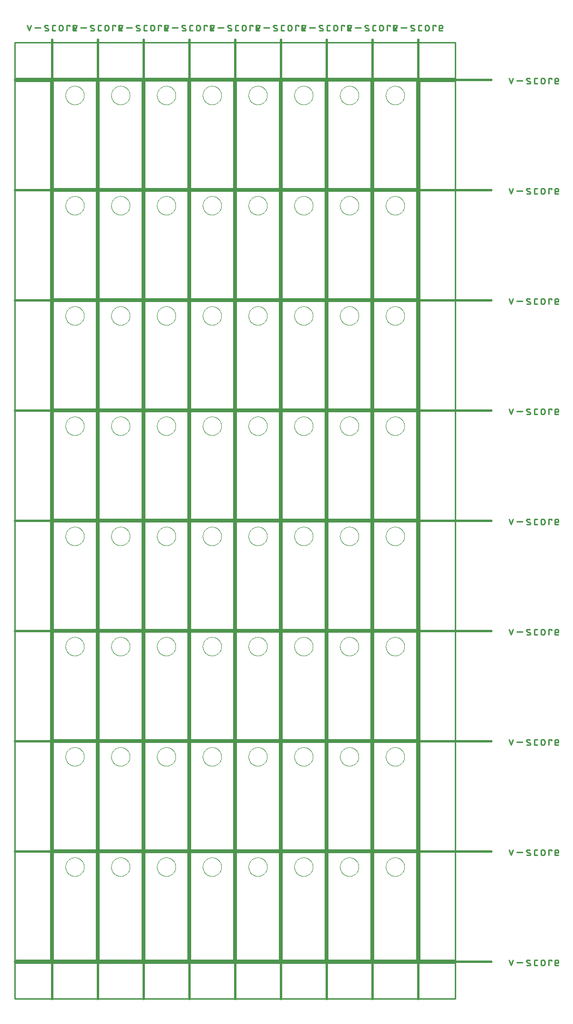
<source format=gko>
G04 EAGLE Gerber RS-274X export*
G75*
%MOMM*%
%FSLAX34Y34*%
%LPD*%
%IN*%
%IPPOS*%
%AMOC8*
5,1,8,0,0,1.08239X$1,22.5*%
G01*
%ADD10C,0.203200*%
%ADD11C,0.381000*%
%ADD12C,0.279400*%
%ADD13C,0.254000*%
%ADD14C,0.000000*%


D10*
X0Y0D02*
X76200Y0D01*
X76200Y190500D01*
X0Y190500D01*
X0Y0D01*
X81280Y0D02*
X157480Y0D01*
X157480Y190500D01*
X81280Y190500D01*
X81280Y0D01*
X162560Y0D02*
X238760Y0D01*
X238760Y190500D01*
X162560Y190500D01*
X162560Y0D01*
X243840Y0D02*
X320040Y0D01*
X320040Y190500D01*
X243840Y190500D01*
X243840Y0D01*
X325120Y0D02*
X401320Y0D01*
X401320Y190500D01*
X325120Y190500D01*
X325120Y0D01*
X406400Y0D02*
X482600Y0D01*
X482600Y190500D01*
X406400Y190500D01*
X406400Y0D01*
X487680Y0D02*
X563880Y0D01*
X563880Y190500D01*
X487680Y190500D01*
X487680Y0D01*
X568960Y0D02*
X645160Y0D01*
X645160Y190500D01*
X568960Y190500D01*
X568960Y0D01*
X76200Y195580D02*
X0Y195580D01*
X76200Y195580D02*
X76200Y386080D01*
X0Y386080D01*
X0Y195580D01*
X81280Y195580D02*
X157480Y195580D01*
X157480Y386080D01*
X81280Y386080D01*
X81280Y195580D01*
X162560Y195580D02*
X238760Y195580D01*
X238760Y386080D01*
X162560Y386080D01*
X162560Y195580D01*
X243840Y195580D02*
X320040Y195580D01*
X320040Y386080D01*
X243840Y386080D01*
X243840Y195580D01*
X325120Y195580D02*
X401320Y195580D01*
X401320Y386080D01*
X325120Y386080D01*
X325120Y195580D01*
X406400Y195580D02*
X482600Y195580D01*
X482600Y386080D01*
X406400Y386080D01*
X406400Y195580D01*
X487680Y195580D02*
X563880Y195580D01*
X563880Y386080D01*
X487680Y386080D01*
X487680Y195580D01*
X568960Y195580D02*
X645160Y195580D01*
X645160Y386080D01*
X568960Y386080D01*
X568960Y195580D01*
X76200Y391160D02*
X0Y391160D01*
X76200Y391160D02*
X76200Y581660D01*
X0Y581660D01*
X0Y391160D01*
X81280Y391160D02*
X157480Y391160D01*
X157480Y581660D01*
X81280Y581660D01*
X81280Y391160D01*
X162560Y391160D02*
X238760Y391160D01*
X238760Y581660D01*
X162560Y581660D01*
X162560Y391160D01*
X243840Y391160D02*
X320040Y391160D01*
X320040Y581660D01*
X243840Y581660D01*
X243840Y391160D01*
X325120Y391160D02*
X401320Y391160D01*
X401320Y581660D01*
X325120Y581660D01*
X325120Y391160D01*
X406400Y391160D02*
X482600Y391160D01*
X482600Y581660D01*
X406400Y581660D01*
X406400Y391160D01*
X487680Y391160D02*
X563880Y391160D01*
X563880Y581660D01*
X487680Y581660D01*
X487680Y391160D01*
X568960Y391160D02*
X645160Y391160D01*
X645160Y581660D01*
X568960Y581660D01*
X568960Y391160D01*
X76200Y586740D02*
X0Y586740D01*
X76200Y586740D02*
X76200Y777240D01*
X0Y777240D01*
X0Y586740D01*
X81280Y586740D02*
X157480Y586740D01*
X157480Y777240D01*
X81280Y777240D01*
X81280Y586740D01*
X162560Y586740D02*
X238760Y586740D01*
X238760Y777240D01*
X162560Y777240D01*
X162560Y586740D01*
X243840Y586740D02*
X320040Y586740D01*
X320040Y777240D01*
X243840Y777240D01*
X243840Y586740D01*
X325120Y586740D02*
X401320Y586740D01*
X401320Y777240D01*
X325120Y777240D01*
X325120Y586740D01*
X406400Y586740D02*
X482600Y586740D01*
X482600Y777240D01*
X406400Y777240D01*
X406400Y586740D01*
X487680Y586740D02*
X563880Y586740D01*
X563880Y777240D01*
X487680Y777240D01*
X487680Y586740D01*
X568960Y586740D02*
X645160Y586740D01*
X645160Y777240D01*
X568960Y777240D01*
X568960Y586740D01*
X76200Y782320D02*
X0Y782320D01*
X76200Y782320D02*
X76200Y972820D01*
X0Y972820D01*
X0Y782320D01*
X81280Y782320D02*
X157480Y782320D01*
X157480Y972820D01*
X81280Y972820D01*
X81280Y782320D01*
X162560Y782320D02*
X238760Y782320D01*
X238760Y972820D01*
X162560Y972820D01*
X162560Y782320D01*
X243840Y782320D02*
X320040Y782320D01*
X320040Y972820D01*
X243840Y972820D01*
X243840Y782320D01*
X325120Y782320D02*
X401320Y782320D01*
X401320Y972820D01*
X325120Y972820D01*
X325120Y782320D01*
X406400Y782320D02*
X482600Y782320D01*
X482600Y972820D01*
X406400Y972820D01*
X406400Y782320D01*
X487680Y782320D02*
X563880Y782320D01*
X563880Y972820D01*
X487680Y972820D01*
X487680Y782320D01*
X568960Y782320D02*
X645160Y782320D01*
X645160Y972820D01*
X568960Y972820D01*
X568960Y782320D01*
X76200Y977900D02*
X0Y977900D01*
X76200Y977900D02*
X76200Y1168400D01*
X0Y1168400D01*
X0Y977900D01*
X81280Y977900D02*
X157480Y977900D01*
X157480Y1168400D01*
X81280Y1168400D01*
X81280Y977900D01*
X162560Y977900D02*
X238760Y977900D01*
X238760Y1168400D01*
X162560Y1168400D01*
X162560Y977900D01*
X243840Y977900D02*
X320040Y977900D01*
X320040Y1168400D01*
X243840Y1168400D01*
X243840Y977900D01*
X325120Y977900D02*
X401320Y977900D01*
X401320Y1168400D01*
X325120Y1168400D01*
X325120Y977900D01*
X406400Y977900D02*
X482600Y977900D01*
X482600Y1168400D01*
X406400Y1168400D01*
X406400Y977900D01*
X487680Y977900D02*
X563880Y977900D01*
X563880Y1168400D01*
X487680Y1168400D01*
X487680Y977900D01*
X568960Y977900D02*
X645160Y977900D01*
X645160Y1168400D01*
X568960Y1168400D01*
X568960Y977900D01*
X76200Y1173480D02*
X0Y1173480D01*
X76200Y1173480D02*
X76200Y1363980D01*
X0Y1363980D01*
X0Y1173480D01*
X81280Y1173480D02*
X157480Y1173480D01*
X157480Y1363980D01*
X81280Y1363980D01*
X81280Y1173480D01*
X162560Y1173480D02*
X238760Y1173480D01*
X238760Y1363980D01*
X162560Y1363980D01*
X162560Y1173480D01*
X243840Y1173480D02*
X320040Y1173480D01*
X320040Y1363980D01*
X243840Y1363980D01*
X243840Y1173480D01*
X325120Y1173480D02*
X401320Y1173480D01*
X401320Y1363980D01*
X325120Y1363980D01*
X325120Y1173480D01*
X406400Y1173480D02*
X482600Y1173480D01*
X482600Y1363980D01*
X406400Y1363980D01*
X406400Y1173480D01*
X487680Y1173480D02*
X563880Y1173480D01*
X563880Y1363980D01*
X487680Y1363980D01*
X487680Y1173480D01*
X568960Y1173480D02*
X645160Y1173480D01*
X645160Y1363980D01*
X568960Y1363980D01*
X568960Y1173480D01*
X76200Y1369060D02*
X0Y1369060D01*
X76200Y1369060D02*
X76200Y1559560D01*
X0Y1559560D01*
X0Y1369060D01*
X81280Y1369060D02*
X157480Y1369060D01*
X157480Y1559560D01*
X81280Y1559560D01*
X81280Y1369060D01*
X162560Y1369060D02*
X238760Y1369060D01*
X238760Y1559560D01*
X162560Y1559560D01*
X162560Y1369060D01*
X243840Y1369060D02*
X320040Y1369060D01*
X320040Y1559560D01*
X243840Y1559560D01*
X243840Y1369060D01*
X325120Y1369060D02*
X401320Y1369060D01*
X401320Y1559560D01*
X325120Y1559560D01*
X325120Y1369060D01*
X406400Y1369060D02*
X482600Y1369060D01*
X482600Y1559560D01*
X406400Y1559560D01*
X406400Y1369060D01*
X487680Y1369060D02*
X563880Y1369060D01*
X563880Y1559560D01*
X487680Y1559560D01*
X487680Y1369060D01*
X568960Y1369060D02*
X645160Y1369060D01*
X645160Y1559560D01*
X568960Y1559560D01*
X568960Y1369060D01*
D11*
X-2540Y1633220D02*
X-2540Y-68580D01*
D12*
X-42921Y1648587D02*
X-46251Y1658578D01*
X-39590Y1658578D02*
X-42921Y1648587D01*
X-32806Y1654415D02*
X-22815Y1654415D01*
X-14261Y1654415D02*
X-10098Y1652750D01*
X-14261Y1654414D02*
X-14346Y1654450D01*
X-14429Y1654490D01*
X-14510Y1654533D01*
X-14590Y1654580D01*
X-14667Y1654630D01*
X-14743Y1654683D01*
X-14816Y1654739D01*
X-14886Y1654799D01*
X-14954Y1654861D01*
X-15019Y1654926D01*
X-15081Y1654994D01*
X-15141Y1655065D01*
X-15197Y1655138D01*
X-15250Y1655213D01*
X-15300Y1655291D01*
X-15346Y1655370D01*
X-15389Y1655452D01*
X-15429Y1655535D01*
X-15465Y1655620D01*
X-15497Y1655706D01*
X-15526Y1655794D01*
X-15550Y1655883D01*
X-15571Y1655973D01*
X-15588Y1656063D01*
X-15602Y1656154D01*
X-15611Y1656246D01*
X-15616Y1656338D01*
X-15618Y1656430D01*
X-15616Y1656522D01*
X-15609Y1656614D01*
X-15599Y1656706D01*
X-15585Y1656797D01*
X-15567Y1656888D01*
X-15545Y1656977D01*
X-15519Y1657066D01*
X-15489Y1657153D01*
X-15456Y1657239D01*
X-15419Y1657323D01*
X-15379Y1657406D01*
X-15335Y1657487D01*
X-15288Y1657566D01*
X-15237Y1657643D01*
X-15183Y1657718D01*
X-15126Y1657791D01*
X-15066Y1657861D01*
X-15003Y1657928D01*
X-14937Y1657992D01*
X-14869Y1658054D01*
X-14798Y1658113D01*
X-14724Y1658168D01*
X-14648Y1658221D01*
X-14570Y1658270D01*
X-14490Y1658316D01*
X-14409Y1658358D01*
X-14325Y1658397D01*
X-14240Y1658432D01*
X-14153Y1658463D01*
X-14065Y1658491D01*
X-13976Y1658515D01*
X-13886Y1658535D01*
X-13796Y1658552D01*
X-13704Y1658564D01*
X-13612Y1658573D01*
X-13520Y1658577D01*
X-13428Y1658578D01*
X-13201Y1658572D01*
X-12974Y1658561D01*
X-12747Y1658544D01*
X-12521Y1658521D01*
X-12295Y1658494D01*
X-12070Y1658460D01*
X-11846Y1658422D01*
X-11623Y1658378D01*
X-11401Y1658329D01*
X-11180Y1658274D01*
X-10961Y1658214D01*
X-10743Y1658149D01*
X-10527Y1658078D01*
X-10313Y1658003D01*
X-10100Y1657922D01*
X-9890Y1657836D01*
X-9681Y1657745D01*
X-10098Y1652750D02*
X-10013Y1652714D01*
X-9930Y1652674D01*
X-9849Y1652631D01*
X-9769Y1652584D01*
X-9692Y1652534D01*
X-9616Y1652481D01*
X-9543Y1652425D01*
X-9473Y1652365D01*
X-9405Y1652303D01*
X-9340Y1652238D01*
X-9278Y1652170D01*
X-9218Y1652099D01*
X-9162Y1652026D01*
X-9109Y1651951D01*
X-9059Y1651873D01*
X-9013Y1651794D01*
X-8970Y1651712D01*
X-8930Y1651629D01*
X-8894Y1651544D01*
X-8862Y1651458D01*
X-8833Y1651370D01*
X-8809Y1651281D01*
X-8788Y1651191D01*
X-8771Y1651101D01*
X-8757Y1651010D01*
X-8748Y1650918D01*
X-8743Y1650826D01*
X-8741Y1650734D01*
X-8743Y1650642D01*
X-8750Y1650550D01*
X-8760Y1650458D01*
X-8774Y1650367D01*
X-8792Y1650276D01*
X-8814Y1650187D01*
X-8840Y1650098D01*
X-8870Y1650011D01*
X-8903Y1649925D01*
X-8940Y1649841D01*
X-8980Y1649758D01*
X-9024Y1649677D01*
X-9071Y1649598D01*
X-9122Y1649521D01*
X-9176Y1649446D01*
X-9233Y1649373D01*
X-9293Y1649303D01*
X-9356Y1649236D01*
X-9422Y1649172D01*
X-9490Y1649110D01*
X-9561Y1649051D01*
X-9635Y1648996D01*
X-9711Y1648943D01*
X-9789Y1648894D01*
X-9869Y1648848D01*
X-9950Y1648806D01*
X-10034Y1648767D01*
X-10119Y1648732D01*
X-10206Y1648701D01*
X-10294Y1648673D01*
X-10383Y1648649D01*
X-10473Y1648629D01*
X-10563Y1648612D01*
X-10655Y1648600D01*
X-10747Y1648591D01*
X-10839Y1648587D01*
X-10931Y1648586D01*
X-10931Y1648587D02*
X-11265Y1648596D01*
X-11598Y1648613D01*
X-11931Y1648637D01*
X-12264Y1648670D01*
X-12595Y1648710D01*
X-12926Y1648758D01*
X-13255Y1648814D01*
X-13583Y1648877D01*
X-13909Y1648949D01*
X-14233Y1649028D01*
X-14556Y1649114D01*
X-14876Y1649209D01*
X-15194Y1649311D01*
X-15510Y1649420D01*
X562Y1648587D02*
X3892Y1648587D01*
X562Y1648587D02*
X464Y1648589D01*
X366Y1648595D01*
X268Y1648604D01*
X171Y1648618D01*
X75Y1648635D01*
X-21Y1648656D01*
X-116Y1648681D01*
X-210Y1648709D01*
X-303Y1648741D01*
X-394Y1648777D01*
X-484Y1648816D01*
X-572Y1648859D01*
X-659Y1648906D01*
X-743Y1648955D01*
X-826Y1649008D01*
X-906Y1649064D01*
X-985Y1649123D01*
X-1060Y1649186D01*
X-1134Y1649251D01*
X-1204Y1649319D01*
X-1272Y1649389D01*
X-1338Y1649463D01*
X-1400Y1649539D01*
X-1459Y1649617D01*
X-1515Y1649697D01*
X-1568Y1649780D01*
X-1618Y1649864D01*
X-1664Y1649951D01*
X-1707Y1650039D01*
X-1746Y1650129D01*
X-1782Y1650220D01*
X-1814Y1650313D01*
X-1842Y1650407D01*
X-1867Y1650502D01*
X-1888Y1650598D01*
X-1905Y1650694D01*
X-1919Y1650791D01*
X-1928Y1650889D01*
X-1934Y1650987D01*
X-1936Y1651085D01*
X-1936Y1656080D01*
X-1934Y1656178D01*
X-1928Y1656276D01*
X-1919Y1656374D01*
X-1905Y1656471D01*
X-1888Y1656567D01*
X-1867Y1656663D01*
X-1842Y1656758D01*
X-1814Y1656852D01*
X-1782Y1656945D01*
X-1746Y1657036D01*
X-1707Y1657126D01*
X-1664Y1657214D01*
X-1617Y1657301D01*
X-1568Y1657385D01*
X-1515Y1657468D01*
X-1459Y1657548D01*
X-1400Y1657626D01*
X-1337Y1657702D01*
X-1272Y1657776D01*
X-1204Y1657846D01*
X-1134Y1657914D01*
X-1060Y1657979D01*
X-984Y1658042D01*
X-906Y1658101D01*
X-826Y1658157D01*
X-743Y1658210D01*
X-659Y1658259D01*
X-572Y1658306D01*
X-484Y1658349D01*
X-394Y1658388D01*
X-303Y1658424D01*
X-210Y1658456D01*
X-116Y1658484D01*
X-21Y1658509D01*
X75Y1658530D01*
X171Y1658547D01*
X268Y1658561D01*
X366Y1658570D01*
X464Y1658576D01*
X562Y1658578D01*
X3892Y1658578D01*
X10022Y1655247D02*
X10022Y1651917D01*
X10022Y1655247D02*
X10024Y1655361D01*
X10030Y1655474D01*
X10039Y1655588D01*
X10053Y1655700D01*
X10070Y1655813D01*
X10092Y1655925D01*
X10117Y1656035D01*
X10145Y1656145D01*
X10178Y1656254D01*
X10214Y1656362D01*
X10254Y1656469D01*
X10298Y1656574D01*
X10345Y1656677D01*
X10395Y1656779D01*
X10449Y1656879D01*
X10507Y1656977D01*
X10568Y1657073D01*
X10631Y1657167D01*
X10699Y1657259D01*
X10769Y1657349D01*
X10842Y1657435D01*
X10918Y1657520D01*
X10997Y1657602D01*
X11079Y1657681D01*
X11164Y1657757D01*
X11250Y1657830D01*
X11340Y1657900D01*
X11432Y1657968D01*
X11526Y1658031D01*
X11622Y1658092D01*
X11720Y1658150D01*
X11820Y1658204D01*
X11922Y1658254D01*
X12025Y1658301D01*
X12130Y1658345D01*
X12237Y1658385D01*
X12345Y1658421D01*
X12454Y1658454D01*
X12564Y1658482D01*
X12674Y1658507D01*
X12786Y1658529D01*
X12899Y1658546D01*
X13011Y1658560D01*
X13125Y1658569D01*
X13238Y1658575D01*
X13352Y1658577D01*
X13466Y1658575D01*
X13579Y1658569D01*
X13693Y1658560D01*
X13805Y1658546D01*
X13918Y1658529D01*
X14030Y1658507D01*
X14140Y1658482D01*
X14250Y1658454D01*
X14359Y1658421D01*
X14467Y1658385D01*
X14574Y1658345D01*
X14679Y1658301D01*
X14782Y1658254D01*
X14884Y1658204D01*
X14984Y1658150D01*
X15082Y1658092D01*
X15178Y1658031D01*
X15272Y1657968D01*
X15364Y1657900D01*
X15454Y1657830D01*
X15540Y1657757D01*
X15625Y1657681D01*
X15707Y1657602D01*
X15786Y1657520D01*
X15862Y1657435D01*
X15935Y1657349D01*
X16005Y1657259D01*
X16073Y1657167D01*
X16136Y1657073D01*
X16197Y1656977D01*
X16255Y1656879D01*
X16309Y1656779D01*
X16359Y1656677D01*
X16406Y1656574D01*
X16450Y1656469D01*
X16490Y1656362D01*
X16526Y1656254D01*
X16559Y1656145D01*
X16587Y1656035D01*
X16612Y1655925D01*
X16634Y1655813D01*
X16651Y1655700D01*
X16665Y1655588D01*
X16674Y1655474D01*
X16680Y1655361D01*
X16682Y1655247D01*
X16682Y1651917D01*
X16680Y1651803D01*
X16674Y1651690D01*
X16665Y1651576D01*
X16651Y1651464D01*
X16634Y1651351D01*
X16612Y1651239D01*
X16587Y1651129D01*
X16559Y1651019D01*
X16526Y1650910D01*
X16490Y1650802D01*
X16450Y1650695D01*
X16406Y1650590D01*
X16359Y1650487D01*
X16309Y1650385D01*
X16255Y1650285D01*
X16197Y1650187D01*
X16136Y1650091D01*
X16073Y1649997D01*
X16005Y1649905D01*
X15935Y1649815D01*
X15862Y1649729D01*
X15786Y1649644D01*
X15707Y1649562D01*
X15625Y1649483D01*
X15540Y1649407D01*
X15454Y1649334D01*
X15364Y1649264D01*
X15272Y1649196D01*
X15178Y1649133D01*
X15082Y1649072D01*
X14984Y1649014D01*
X14884Y1648960D01*
X14782Y1648910D01*
X14679Y1648863D01*
X14574Y1648819D01*
X14467Y1648779D01*
X14359Y1648743D01*
X14250Y1648710D01*
X14140Y1648682D01*
X14030Y1648657D01*
X13918Y1648635D01*
X13805Y1648618D01*
X13693Y1648604D01*
X13579Y1648595D01*
X13466Y1648589D01*
X13352Y1648587D01*
X13238Y1648589D01*
X13125Y1648595D01*
X13011Y1648604D01*
X12899Y1648618D01*
X12786Y1648635D01*
X12674Y1648657D01*
X12564Y1648682D01*
X12454Y1648710D01*
X12345Y1648743D01*
X12237Y1648779D01*
X12130Y1648819D01*
X12025Y1648863D01*
X11922Y1648910D01*
X11820Y1648960D01*
X11720Y1649014D01*
X11622Y1649072D01*
X11526Y1649133D01*
X11432Y1649196D01*
X11340Y1649264D01*
X11250Y1649334D01*
X11164Y1649407D01*
X11079Y1649483D01*
X10997Y1649562D01*
X10918Y1649644D01*
X10842Y1649729D01*
X10769Y1649815D01*
X10699Y1649905D01*
X10631Y1649997D01*
X10568Y1650091D01*
X10507Y1650187D01*
X10449Y1650285D01*
X10395Y1650385D01*
X10345Y1650487D01*
X10298Y1650590D01*
X10254Y1650695D01*
X10214Y1650802D01*
X10178Y1650910D01*
X10145Y1651019D01*
X10117Y1651129D01*
X10092Y1651239D01*
X10070Y1651351D01*
X10053Y1651464D01*
X10039Y1651576D01*
X10030Y1651690D01*
X10024Y1651803D01*
X10022Y1651917D01*
X24218Y1648587D02*
X24218Y1658578D01*
X29213Y1658578D01*
X29213Y1656913D01*
X37008Y1648587D02*
X41171Y1648587D01*
X37008Y1648587D02*
X36910Y1648589D01*
X36812Y1648595D01*
X36714Y1648604D01*
X36617Y1648618D01*
X36521Y1648635D01*
X36425Y1648656D01*
X36330Y1648681D01*
X36236Y1648709D01*
X36143Y1648741D01*
X36052Y1648777D01*
X35962Y1648816D01*
X35874Y1648859D01*
X35787Y1648906D01*
X35703Y1648955D01*
X35620Y1649008D01*
X35540Y1649064D01*
X35462Y1649123D01*
X35386Y1649186D01*
X35312Y1649251D01*
X35242Y1649319D01*
X35174Y1649389D01*
X35109Y1649463D01*
X35046Y1649539D01*
X34987Y1649617D01*
X34931Y1649697D01*
X34878Y1649780D01*
X34829Y1649864D01*
X34782Y1649951D01*
X34739Y1650039D01*
X34700Y1650129D01*
X34664Y1650220D01*
X34632Y1650313D01*
X34604Y1650407D01*
X34579Y1650502D01*
X34558Y1650598D01*
X34541Y1650694D01*
X34527Y1650791D01*
X34518Y1650889D01*
X34512Y1650987D01*
X34510Y1651085D01*
X34510Y1655247D01*
X34511Y1655247D02*
X34513Y1655361D01*
X34519Y1655474D01*
X34528Y1655588D01*
X34542Y1655700D01*
X34559Y1655813D01*
X34581Y1655925D01*
X34606Y1656035D01*
X34634Y1656145D01*
X34667Y1656254D01*
X34703Y1656362D01*
X34743Y1656469D01*
X34787Y1656574D01*
X34834Y1656677D01*
X34884Y1656779D01*
X34938Y1656879D01*
X34996Y1656977D01*
X35057Y1657073D01*
X35120Y1657167D01*
X35188Y1657259D01*
X35258Y1657349D01*
X35331Y1657435D01*
X35407Y1657520D01*
X35486Y1657602D01*
X35568Y1657681D01*
X35653Y1657757D01*
X35739Y1657830D01*
X35829Y1657900D01*
X35921Y1657968D01*
X36015Y1658031D01*
X36111Y1658092D01*
X36209Y1658150D01*
X36309Y1658204D01*
X36411Y1658254D01*
X36514Y1658301D01*
X36619Y1658345D01*
X36726Y1658385D01*
X36834Y1658421D01*
X36943Y1658454D01*
X37053Y1658482D01*
X37163Y1658507D01*
X37275Y1658529D01*
X37388Y1658546D01*
X37500Y1658560D01*
X37614Y1658569D01*
X37727Y1658575D01*
X37841Y1658577D01*
X37955Y1658575D01*
X38068Y1658569D01*
X38182Y1658560D01*
X38294Y1658546D01*
X38407Y1658529D01*
X38519Y1658507D01*
X38629Y1658482D01*
X38739Y1658454D01*
X38848Y1658421D01*
X38956Y1658385D01*
X39063Y1658345D01*
X39168Y1658301D01*
X39271Y1658254D01*
X39373Y1658204D01*
X39473Y1658150D01*
X39571Y1658092D01*
X39667Y1658031D01*
X39761Y1657968D01*
X39853Y1657900D01*
X39943Y1657830D01*
X40029Y1657757D01*
X40114Y1657681D01*
X40196Y1657602D01*
X40275Y1657520D01*
X40351Y1657435D01*
X40424Y1657349D01*
X40494Y1657259D01*
X40562Y1657167D01*
X40625Y1657073D01*
X40686Y1656977D01*
X40744Y1656879D01*
X40798Y1656779D01*
X40848Y1656677D01*
X40895Y1656574D01*
X40939Y1656469D01*
X40979Y1656362D01*
X41015Y1656254D01*
X41048Y1656145D01*
X41076Y1656035D01*
X41101Y1655925D01*
X41123Y1655813D01*
X41140Y1655700D01*
X41154Y1655588D01*
X41163Y1655474D01*
X41169Y1655361D01*
X41171Y1655247D01*
X41171Y1653582D01*
X34510Y1653582D01*
D11*
X78740Y1633220D02*
X78740Y-68580D01*
D12*
X38359Y1648587D02*
X35029Y1658578D01*
X41690Y1658578D02*
X38359Y1648587D01*
X48474Y1654415D02*
X58465Y1654415D01*
X67019Y1654415D02*
X71182Y1652750D01*
X67019Y1654414D02*
X66934Y1654450D01*
X66851Y1654490D01*
X66770Y1654533D01*
X66690Y1654580D01*
X66613Y1654630D01*
X66537Y1654683D01*
X66464Y1654739D01*
X66394Y1654799D01*
X66326Y1654861D01*
X66261Y1654926D01*
X66199Y1654994D01*
X66139Y1655065D01*
X66083Y1655138D01*
X66030Y1655213D01*
X65980Y1655291D01*
X65934Y1655370D01*
X65891Y1655452D01*
X65851Y1655535D01*
X65815Y1655620D01*
X65783Y1655706D01*
X65754Y1655794D01*
X65730Y1655883D01*
X65709Y1655973D01*
X65692Y1656063D01*
X65678Y1656154D01*
X65669Y1656246D01*
X65664Y1656338D01*
X65662Y1656430D01*
X65664Y1656522D01*
X65671Y1656614D01*
X65681Y1656706D01*
X65695Y1656797D01*
X65713Y1656888D01*
X65735Y1656977D01*
X65761Y1657066D01*
X65791Y1657153D01*
X65824Y1657239D01*
X65861Y1657323D01*
X65901Y1657406D01*
X65945Y1657487D01*
X65992Y1657566D01*
X66043Y1657643D01*
X66097Y1657718D01*
X66154Y1657791D01*
X66214Y1657861D01*
X66277Y1657928D01*
X66343Y1657992D01*
X66411Y1658054D01*
X66482Y1658113D01*
X66556Y1658168D01*
X66632Y1658221D01*
X66710Y1658270D01*
X66790Y1658316D01*
X66871Y1658358D01*
X66955Y1658397D01*
X67040Y1658432D01*
X67127Y1658463D01*
X67215Y1658491D01*
X67304Y1658515D01*
X67394Y1658535D01*
X67484Y1658552D01*
X67576Y1658564D01*
X67668Y1658573D01*
X67760Y1658577D01*
X67852Y1658578D01*
X68079Y1658572D01*
X68306Y1658561D01*
X68533Y1658544D01*
X68759Y1658521D01*
X68985Y1658494D01*
X69210Y1658460D01*
X69434Y1658422D01*
X69657Y1658378D01*
X69879Y1658329D01*
X70100Y1658274D01*
X70319Y1658214D01*
X70537Y1658149D01*
X70753Y1658078D01*
X70967Y1658003D01*
X71180Y1657922D01*
X71390Y1657836D01*
X71599Y1657745D01*
X71182Y1652750D02*
X71267Y1652714D01*
X71350Y1652674D01*
X71431Y1652631D01*
X71511Y1652584D01*
X71588Y1652534D01*
X71664Y1652481D01*
X71737Y1652425D01*
X71807Y1652365D01*
X71875Y1652303D01*
X71940Y1652238D01*
X72002Y1652170D01*
X72062Y1652099D01*
X72118Y1652026D01*
X72171Y1651951D01*
X72221Y1651873D01*
X72267Y1651794D01*
X72310Y1651712D01*
X72350Y1651629D01*
X72386Y1651544D01*
X72418Y1651458D01*
X72447Y1651370D01*
X72471Y1651281D01*
X72492Y1651191D01*
X72509Y1651101D01*
X72523Y1651010D01*
X72532Y1650918D01*
X72537Y1650826D01*
X72539Y1650734D01*
X72537Y1650642D01*
X72530Y1650550D01*
X72520Y1650458D01*
X72506Y1650367D01*
X72488Y1650276D01*
X72466Y1650187D01*
X72440Y1650098D01*
X72410Y1650011D01*
X72377Y1649925D01*
X72340Y1649841D01*
X72300Y1649758D01*
X72256Y1649677D01*
X72209Y1649598D01*
X72158Y1649521D01*
X72104Y1649446D01*
X72047Y1649373D01*
X71987Y1649303D01*
X71924Y1649236D01*
X71858Y1649172D01*
X71790Y1649110D01*
X71719Y1649051D01*
X71645Y1648996D01*
X71569Y1648943D01*
X71491Y1648894D01*
X71411Y1648848D01*
X71330Y1648806D01*
X71246Y1648767D01*
X71161Y1648732D01*
X71074Y1648701D01*
X70986Y1648673D01*
X70897Y1648649D01*
X70807Y1648629D01*
X70717Y1648612D01*
X70625Y1648600D01*
X70533Y1648591D01*
X70441Y1648587D01*
X70349Y1648586D01*
X70349Y1648587D02*
X70015Y1648596D01*
X69682Y1648613D01*
X69349Y1648637D01*
X69016Y1648670D01*
X68685Y1648710D01*
X68354Y1648758D01*
X68025Y1648814D01*
X67697Y1648877D01*
X67371Y1648949D01*
X67047Y1649028D01*
X66724Y1649114D01*
X66404Y1649209D01*
X66086Y1649311D01*
X65770Y1649420D01*
X81842Y1648587D02*
X85172Y1648587D01*
X81842Y1648587D02*
X81744Y1648589D01*
X81646Y1648595D01*
X81548Y1648604D01*
X81451Y1648618D01*
X81355Y1648635D01*
X81259Y1648656D01*
X81164Y1648681D01*
X81070Y1648709D01*
X80977Y1648741D01*
X80886Y1648777D01*
X80796Y1648816D01*
X80708Y1648859D01*
X80621Y1648906D01*
X80537Y1648955D01*
X80454Y1649008D01*
X80374Y1649064D01*
X80296Y1649123D01*
X80220Y1649186D01*
X80146Y1649251D01*
X80076Y1649319D01*
X80008Y1649389D01*
X79943Y1649463D01*
X79880Y1649539D01*
X79821Y1649617D01*
X79765Y1649697D01*
X79712Y1649780D01*
X79663Y1649864D01*
X79616Y1649951D01*
X79573Y1650039D01*
X79534Y1650129D01*
X79498Y1650220D01*
X79466Y1650313D01*
X79438Y1650407D01*
X79413Y1650502D01*
X79392Y1650598D01*
X79375Y1650694D01*
X79361Y1650791D01*
X79352Y1650889D01*
X79346Y1650987D01*
X79344Y1651085D01*
X79344Y1656080D01*
X79346Y1656178D01*
X79352Y1656276D01*
X79361Y1656374D01*
X79375Y1656471D01*
X79392Y1656567D01*
X79413Y1656663D01*
X79438Y1656758D01*
X79466Y1656852D01*
X79498Y1656945D01*
X79534Y1657036D01*
X79573Y1657126D01*
X79616Y1657214D01*
X79663Y1657301D01*
X79712Y1657385D01*
X79765Y1657468D01*
X79821Y1657548D01*
X79880Y1657627D01*
X79943Y1657702D01*
X80008Y1657776D01*
X80076Y1657846D01*
X80146Y1657914D01*
X80220Y1657980D01*
X80296Y1658042D01*
X80374Y1658101D01*
X80454Y1658157D01*
X80537Y1658210D01*
X80621Y1658260D01*
X80708Y1658306D01*
X80796Y1658349D01*
X80886Y1658388D01*
X80977Y1658424D01*
X81070Y1658456D01*
X81164Y1658484D01*
X81259Y1658509D01*
X81355Y1658530D01*
X81451Y1658547D01*
X81548Y1658561D01*
X81646Y1658570D01*
X81744Y1658576D01*
X81842Y1658578D01*
X85172Y1658578D01*
X91302Y1655247D02*
X91302Y1651917D01*
X91302Y1655247D02*
X91304Y1655361D01*
X91310Y1655474D01*
X91319Y1655588D01*
X91333Y1655700D01*
X91350Y1655813D01*
X91372Y1655925D01*
X91397Y1656035D01*
X91425Y1656145D01*
X91458Y1656254D01*
X91494Y1656362D01*
X91534Y1656469D01*
X91578Y1656574D01*
X91625Y1656677D01*
X91675Y1656779D01*
X91729Y1656879D01*
X91787Y1656977D01*
X91848Y1657073D01*
X91911Y1657167D01*
X91979Y1657259D01*
X92049Y1657349D01*
X92122Y1657435D01*
X92198Y1657520D01*
X92277Y1657602D01*
X92359Y1657681D01*
X92444Y1657757D01*
X92530Y1657830D01*
X92620Y1657900D01*
X92712Y1657968D01*
X92806Y1658031D01*
X92902Y1658092D01*
X93000Y1658150D01*
X93100Y1658204D01*
X93202Y1658254D01*
X93305Y1658301D01*
X93410Y1658345D01*
X93517Y1658385D01*
X93625Y1658421D01*
X93734Y1658454D01*
X93844Y1658482D01*
X93954Y1658507D01*
X94066Y1658529D01*
X94179Y1658546D01*
X94291Y1658560D01*
X94405Y1658569D01*
X94518Y1658575D01*
X94632Y1658577D01*
X94746Y1658575D01*
X94859Y1658569D01*
X94973Y1658560D01*
X95085Y1658546D01*
X95198Y1658529D01*
X95310Y1658507D01*
X95420Y1658482D01*
X95530Y1658454D01*
X95639Y1658421D01*
X95747Y1658385D01*
X95854Y1658345D01*
X95959Y1658301D01*
X96062Y1658254D01*
X96164Y1658204D01*
X96264Y1658150D01*
X96362Y1658092D01*
X96458Y1658031D01*
X96552Y1657968D01*
X96644Y1657900D01*
X96734Y1657830D01*
X96820Y1657757D01*
X96905Y1657681D01*
X96987Y1657602D01*
X97066Y1657520D01*
X97142Y1657435D01*
X97215Y1657349D01*
X97285Y1657259D01*
X97353Y1657167D01*
X97416Y1657073D01*
X97477Y1656977D01*
X97535Y1656879D01*
X97589Y1656779D01*
X97639Y1656677D01*
X97686Y1656574D01*
X97730Y1656469D01*
X97770Y1656362D01*
X97806Y1656254D01*
X97839Y1656145D01*
X97867Y1656035D01*
X97892Y1655925D01*
X97914Y1655813D01*
X97931Y1655700D01*
X97945Y1655588D01*
X97954Y1655474D01*
X97960Y1655361D01*
X97962Y1655247D01*
X97962Y1651917D01*
X97960Y1651803D01*
X97954Y1651690D01*
X97945Y1651576D01*
X97931Y1651464D01*
X97914Y1651351D01*
X97892Y1651239D01*
X97867Y1651129D01*
X97839Y1651019D01*
X97806Y1650910D01*
X97770Y1650802D01*
X97730Y1650695D01*
X97686Y1650590D01*
X97639Y1650487D01*
X97589Y1650385D01*
X97535Y1650285D01*
X97477Y1650187D01*
X97416Y1650091D01*
X97353Y1649997D01*
X97285Y1649905D01*
X97215Y1649815D01*
X97142Y1649729D01*
X97066Y1649644D01*
X96987Y1649562D01*
X96905Y1649483D01*
X96820Y1649407D01*
X96734Y1649334D01*
X96644Y1649264D01*
X96552Y1649196D01*
X96458Y1649133D01*
X96362Y1649072D01*
X96264Y1649014D01*
X96164Y1648960D01*
X96062Y1648910D01*
X95959Y1648863D01*
X95854Y1648819D01*
X95747Y1648779D01*
X95639Y1648743D01*
X95530Y1648710D01*
X95420Y1648682D01*
X95310Y1648657D01*
X95198Y1648635D01*
X95085Y1648618D01*
X94973Y1648604D01*
X94859Y1648595D01*
X94746Y1648589D01*
X94632Y1648587D01*
X94518Y1648589D01*
X94405Y1648595D01*
X94291Y1648604D01*
X94179Y1648618D01*
X94066Y1648635D01*
X93954Y1648657D01*
X93844Y1648682D01*
X93734Y1648710D01*
X93625Y1648743D01*
X93517Y1648779D01*
X93410Y1648819D01*
X93305Y1648863D01*
X93202Y1648910D01*
X93100Y1648960D01*
X93000Y1649014D01*
X92902Y1649072D01*
X92806Y1649133D01*
X92712Y1649196D01*
X92620Y1649264D01*
X92530Y1649334D01*
X92444Y1649407D01*
X92359Y1649483D01*
X92277Y1649562D01*
X92198Y1649644D01*
X92122Y1649729D01*
X92049Y1649815D01*
X91979Y1649905D01*
X91911Y1649997D01*
X91848Y1650091D01*
X91787Y1650187D01*
X91729Y1650285D01*
X91675Y1650385D01*
X91625Y1650487D01*
X91578Y1650590D01*
X91534Y1650695D01*
X91494Y1650802D01*
X91458Y1650910D01*
X91425Y1651019D01*
X91397Y1651129D01*
X91372Y1651239D01*
X91350Y1651351D01*
X91333Y1651464D01*
X91319Y1651576D01*
X91310Y1651690D01*
X91304Y1651803D01*
X91302Y1651917D01*
X105498Y1648587D02*
X105498Y1658578D01*
X110493Y1658578D01*
X110493Y1656913D01*
X118288Y1648587D02*
X122451Y1648587D01*
X118288Y1648587D02*
X118190Y1648589D01*
X118092Y1648595D01*
X117994Y1648604D01*
X117897Y1648618D01*
X117801Y1648635D01*
X117705Y1648656D01*
X117610Y1648681D01*
X117516Y1648709D01*
X117423Y1648741D01*
X117332Y1648777D01*
X117242Y1648816D01*
X117154Y1648859D01*
X117067Y1648906D01*
X116983Y1648955D01*
X116900Y1649008D01*
X116820Y1649064D01*
X116742Y1649123D01*
X116666Y1649186D01*
X116592Y1649251D01*
X116522Y1649319D01*
X116454Y1649389D01*
X116389Y1649463D01*
X116326Y1649539D01*
X116267Y1649617D01*
X116211Y1649697D01*
X116158Y1649780D01*
X116109Y1649864D01*
X116062Y1649951D01*
X116019Y1650039D01*
X115980Y1650129D01*
X115944Y1650220D01*
X115912Y1650313D01*
X115884Y1650407D01*
X115859Y1650502D01*
X115838Y1650598D01*
X115821Y1650694D01*
X115807Y1650791D01*
X115798Y1650889D01*
X115792Y1650987D01*
X115790Y1651085D01*
X115790Y1655247D01*
X115791Y1655247D02*
X115793Y1655361D01*
X115799Y1655474D01*
X115808Y1655588D01*
X115822Y1655700D01*
X115839Y1655813D01*
X115861Y1655925D01*
X115886Y1656035D01*
X115914Y1656145D01*
X115947Y1656254D01*
X115983Y1656362D01*
X116023Y1656469D01*
X116067Y1656574D01*
X116114Y1656677D01*
X116164Y1656779D01*
X116218Y1656879D01*
X116276Y1656977D01*
X116337Y1657073D01*
X116400Y1657167D01*
X116468Y1657259D01*
X116538Y1657349D01*
X116611Y1657435D01*
X116687Y1657520D01*
X116766Y1657602D01*
X116848Y1657681D01*
X116933Y1657757D01*
X117019Y1657830D01*
X117109Y1657900D01*
X117201Y1657968D01*
X117295Y1658031D01*
X117391Y1658092D01*
X117489Y1658150D01*
X117589Y1658204D01*
X117691Y1658254D01*
X117794Y1658301D01*
X117899Y1658345D01*
X118006Y1658385D01*
X118114Y1658421D01*
X118223Y1658454D01*
X118333Y1658482D01*
X118443Y1658507D01*
X118555Y1658529D01*
X118668Y1658546D01*
X118780Y1658560D01*
X118894Y1658569D01*
X119007Y1658575D01*
X119121Y1658577D01*
X119235Y1658575D01*
X119348Y1658569D01*
X119462Y1658560D01*
X119574Y1658546D01*
X119687Y1658529D01*
X119799Y1658507D01*
X119909Y1658482D01*
X120019Y1658454D01*
X120128Y1658421D01*
X120236Y1658385D01*
X120343Y1658345D01*
X120448Y1658301D01*
X120551Y1658254D01*
X120653Y1658204D01*
X120753Y1658150D01*
X120851Y1658092D01*
X120947Y1658031D01*
X121041Y1657968D01*
X121133Y1657900D01*
X121223Y1657830D01*
X121309Y1657757D01*
X121394Y1657681D01*
X121476Y1657602D01*
X121555Y1657520D01*
X121631Y1657435D01*
X121704Y1657349D01*
X121774Y1657259D01*
X121842Y1657167D01*
X121905Y1657073D01*
X121966Y1656977D01*
X122024Y1656879D01*
X122078Y1656779D01*
X122128Y1656677D01*
X122175Y1656574D01*
X122219Y1656469D01*
X122259Y1656362D01*
X122295Y1656254D01*
X122328Y1656145D01*
X122356Y1656035D01*
X122381Y1655925D01*
X122403Y1655813D01*
X122420Y1655700D01*
X122434Y1655588D01*
X122443Y1655474D01*
X122449Y1655361D01*
X122451Y1655247D01*
X122451Y1653582D01*
X115790Y1653582D01*
D11*
X160020Y1633220D02*
X160020Y-68580D01*
D12*
X119639Y1648587D02*
X116309Y1658578D01*
X122970Y1658578D02*
X119639Y1648587D01*
X129754Y1654415D02*
X139745Y1654415D01*
X148299Y1654415D02*
X152462Y1652750D01*
X148299Y1654414D02*
X148214Y1654450D01*
X148131Y1654490D01*
X148050Y1654533D01*
X147970Y1654580D01*
X147893Y1654630D01*
X147817Y1654683D01*
X147744Y1654739D01*
X147674Y1654799D01*
X147606Y1654861D01*
X147541Y1654926D01*
X147479Y1654994D01*
X147419Y1655065D01*
X147363Y1655138D01*
X147310Y1655213D01*
X147260Y1655291D01*
X147214Y1655370D01*
X147171Y1655452D01*
X147131Y1655535D01*
X147095Y1655620D01*
X147063Y1655706D01*
X147034Y1655794D01*
X147010Y1655883D01*
X146989Y1655973D01*
X146972Y1656063D01*
X146958Y1656154D01*
X146949Y1656246D01*
X146944Y1656338D01*
X146942Y1656430D01*
X146944Y1656522D01*
X146951Y1656614D01*
X146961Y1656706D01*
X146975Y1656797D01*
X146993Y1656888D01*
X147015Y1656977D01*
X147041Y1657066D01*
X147071Y1657153D01*
X147104Y1657239D01*
X147141Y1657323D01*
X147181Y1657406D01*
X147225Y1657487D01*
X147272Y1657566D01*
X147323Y1657643D01*
X147377Y1657718D01*
X147434Y1657791D01*
X147494Y1657861D01*
X147557Y1657928D01*
X147623Y1657992D01*
X147691Y1658054D01*
X147762Y1658113D01*
X147836Y1658168D01*
X147912Y1658221D01*
X147990Y1658270D01*
X148070Y1658316D01*
X148151Y1658358D01*
X148235Y1658397D01*
X148320Y1658432D01*
X148407Y1658463D01*
X148495Y1658491D01*
X148584Y1658515D01*
X148674Y1658535D01*
X148764Y1658552D01*
X148856Y1658564D01*
X148948Y1658573D01*
X149040Y1658577D01*
X149132Y1658578D01*
X149359Y1658572D01*
X149586Y1658561D01*
X149813Y1658544D01*
X150039Y1658521D01*
X150265Y1658494D01*
X150490Y1658460D01*
X150714Y1658422D01*
X150937Y1658378D01*
X151159Y1658329D01*
X151380Y1658274D01*
X151599Y1658214D01*
X151817Y1658149D01*
X152033Y1658078D01*
X152247Y1658003D01*
X152460Y1657922D01*
X152670Y1657836D01*
X152879Y1657745D01*
X152462Y1652750D02*
X152547Y1652714D01*
X152630Y1652674D01*
X152711Y1652631D01*
X152791Y1652584D01*
X152868Y1652534D01*
X152944Y1652481D01*
X153017Y1652425D01*
X153087Y1652365D01*
X153155Y1652303D01*
X153220Y1652238D01*
X153282Y1652170D01*
X153342Y1652099D01*
X153398Y1652026D01*
X153451Y1651951D01*
X153501Y1651873D01*
X153547Y1651794D01*
X153590Y1651712D01*
X153630Y1651629D01*
X153666Y1651544D01*
X153698Y1651458D01*
X153727Y1651370D01*
X153751Y1651281D01*
X153772Y1651191D01*
X153789Y1651101D01*
X153803Y1651010D01*
X153812Y1650918D01*
X153817Y1650826D01*
X153819Y1650734D01*
X153817Y1650642D01*
X153810Y1650550D01*
X153800Y1650458D01*
X153786Y1650367D01*
X153768Y1650276D01*
X153746Y1650187D01*
X153720Y1650098D01*
X153690Y1650011D01*
X153657Y1649925D01*
X153620Y1649841D01*
X153580Y1649758D01*
X153536Y1649677D01*
X153489Y1649598D01*
X153438Y1649521D01*
X153384Y1649446D01*
X153327Y1649373D01*
X153267Y1649303D01*
X153204Y1649236D01*
X153138Y1649172D01*
X153070Y1649110D01*
X152999Y1649051D01*
X152925Y1648996D01*
X152849Y1648943D01*
X152771Y1648894D01*
X152691Y1648848D01*
X152610Y1648806D01*
X152526Y1648767D01*
X152441Y1648732D01*
X152354Y1648701D01*
X152266Y1648673D01*
X152177Y1648649D01*
X152087Y1648629D01*
X151997Y1648612D01*
X151905Y1648600D01*
X151813Y1648591D01*
X151721Y1648587D01*
X151629Y1648586D01*
X151629Y1648587D02*
X151295Y1648596D01*
X150962Y1648613D01*
X150629Y1648637D01*
X150296Y1648670D01*
X149965Y1648710D01*
X149634Y1648758D01*
X149305Y1648814D01*
X148977Y1648877D01*
X148651Y1648949D01*
X148327Y1649028D01*
X148004Y1649114D01*
X147684Y1649209D01*
X147366Y1649311D01*
X147050Y1649420D01*
X163122Y1648587D02*
X166452Y1648587D01*
X163122Y1648587D02*
X163024Y1648589D01*
X162926Y1648595D01*
X162828Y1648604D01*
X162731Y1648618D01*
X162635Y1648635D01*
X162539Y1648656D01*
X162444Y1648681D01*
X162350Y1648709D01*
X162257Y1648741D01*
X162166Y1648777D01*
X162076Y1648816D01*
X161988Y1648859D01*
X161901Y1648906D01*
X161817Y1648955D01*
X161734Y1649008D01*
X161654Y1649064D01*
X161576Y1649123D01*
X161500Y1649186D01*
X161426Y1649251D01*
X161356Y1649319D01*
X161288Y1649389D01*
X161223Y1649463D01*
X161160Y1649539D01*
X161101Y1649617D01*
X161045Y1649697D01*
X160992Y1649780D01*
X160943Y1649864D01*
X160896Y1649951D01*
X160853Y1650039D01*
X160814Y1650129D01*
X160778Y1650220D01*
X160746Y1650313D01*
X160718Y1650407D01*
X160693Y1650502D01*
X160672Y1650598D01*
X160655Y1650694D01*
X160641Y1650791D01*
X160632Y1650889D01*
X160626Y1650987D01*
X160624Y1651085D01*
X160624Y1656080D01*
X160626Y1656178D01*
X160632Y1656276D01*
X160641Y1656374D01*
X160655Y1656471D01*
X160672Y1656567D01*
X160693Y1656663D01*
X160718Y1656758D01*
X160746Y1656852D01*
X160778Y1656945D01*
X160814Y1657036D01*
X160853Y1657126D01*
X160896Y1657214D01*
X160943Y1657301D01*
X160992Y1657385D01*
X161045Y1657468D01*
X161101Y1657548D01*
X161160Y1657627D01*
X161223Y1657702D01*
X161288Y1657776D01*
X161356Y1657846D01*
X161426Y1657914D01*
X161500Y1657980D01*
X161576Y1658042D01*
X161654Y1658101D01*
X161734Y1658157D01*
X161817Y1658210D01*
X161901Y1658260D01*
X161988Y1658306D01*
X162076Y1658349D01*
X162166Y1658388D01*
X162257Y1658424D01*
X162350Y1658456D01*
X162444Y1658484D01*
X162539Y1658509D01*
X162635Y1658530D01*
X162731Y1658547D01*
X162828Y1658561D01*
X162926Y1658570D01*
X163024Y1658576D01*
X163122Y1658578D01*
X166452Y1658578D01*
X172582Y1655247D02*
X172582Y1651917D01*
X172582Y1655247D02*
X172584Y1655361D01*
X172590Y1655474D01*
X172599Y1655588D01*
X172613Y1655700D01*
X172630Y1655813D01*
X172652Y1655925D01*
X172677Y1656035D01*
X172705Y1656145D01*
X172738Y1656254D01*
X172774Y1656362D01*
X172814Y1656469D01*
X172858Y1656574D01*
X172905Y1656677D01*
X172955Y1656779D01*
X173009Y1656879D01*
X173067Y1656977D01*
X173128Y1657073D01*
X173191Y1657167D01*
X173259Y1657259D01*
X173329Y1657349D01*
X173402Y1657435D01*
X173478Y1657520D01*
X173557Y1657602D01*
X173639Y1657681D01*
X173724Y1657757D01*
X173810Y1657830D01*
X173900Y1657900D01*
X173992Y1657968D01*
X174086Y1658031D01*
X174182Y1658092D01*
X174280Y1658150D01*
X174380Y1658204D01*
X174482Y1658254D01*
X174585Y1658301D01*
X174690Y1658345D01*
X174797Y1658385D01*
X174905Y1658421D01*
X175014Y1658454D01*
X175124Y1658482D01*
X175234Y1658507D01*
X175346Y1658529D01*
X175459Y1658546D01*
X175571Y1658560D01*
X175685Y1658569D01*
X175798Y1658575D01*
X175912Y1658577D01*
X176026Y1658575D01*
X176139Y1658569D01*
X176253Y1658560D01*
X176365Y1658546D01*
X176478Y1658529D01*
X176590Y1658507D01*
X176700Y1658482D01*
X176810Y1658454D01*
X176919Y1658421D01*
X177027Y1658385D01*
X177134Y1658345D01*
X177239Y1658301D01*
X177342Y1658254D01*
X177444Y1658204D01*
X177544Y1658150D01*
X177642Y1658092D01*
X177738Y1658031D01*
X177832Y1657968D01*
X177924Y1657900D01*
X178014Y1657830D01*
X178100Y1657757D01*
X178185Y1657681D01*
X178267Y1657602D01*
X178346Y1657520D01*
X178422Y1657435D01*
X178495Y1657349D01*
X178565Y1657259D01*
X178633Y1657167D01*
X178696Y1657073D01*
X178757Y1656977D01*
X178815Y1656879D01*
X178869Y1656779D01*
X178919Y1656677D01*
X178966Y1656574D01*
X179010Y1656469D01*
X179050Y1656362D01*
X179086Y1656254D01*
X179119Y1656145D01*
X179147Y1656035D01*
X179172Y1655925D01*
X179194Y1655813D01*
X179211Y1655700D01*
X179225Y1655588D01*
X179234Y1655474D01*
X179240Y1655361D01*
X179242Y1655247D01*
X179242Y1651917D01*
X179240Y1651803D01*
X179234Y1651690D01*
X179225Y1651576D01*
X179211Y1651464D01*
X179194Y1651351D01*
X179172Y1651239D01*
X179147Y1651129D01*
X179119Y1651019D01*
X179086Y1650910D01*
X179050Y1650802D01*
X179010Y1650695D01*
X178966Y1650590D01*
X178919Y1650487D01*
X178869Y1650385D01*
X178815Y1650285D01*
X178757Y1650187D01*
X178696Y1650091D01*
X178633Y1649997D01*
X178565Y1649905D01*
X178495Y1649815D01*
X178422Y1649729D01*
X178346Y1649644D01*
X178267Y1649562D01*
X178185Y1649483D01*
X178100Y1649407D01*
X178014Y1649334D01*
X177924Y1649264D01*
X177832Y1649196D01*
X177738Y1649133D01*
X177642Y1649072D01*
X177544Y1649014D01*
X177444Y1648960D01*
X177342Y1648910D01*
X177239Y1648863D01*
X177134Y1648819D01*
X177027Y1648779D01*
X176919Y1648743D01*
X176810Y1648710D01*
X176700Y1648682D01*
X176590Y1648657D01*
X176478Y1648635D01*
X176365Y1648618D01*
X176253Y1648604D01*
X176139Y1648595D01*
X176026Y1648589D01*
X175912Y1648587D01*
X175798Y1648589D01*
X175685Y1648595D01*
X175571Y1648604D01*
X175459Y1648618D01*
X175346Y1648635D01*
X175234Y1648657D01*
X175124Y1648682D01*
X175014Y1648710D01*
X174905Y1648743D01*
X174797Y1648779D01*
X174690Y1648819D01*
X174585Y1648863D01*
X174482Y1648910D01*
X174380Y1648960D01*
X174280Y1649014D01*
X174182Y1649072D01*
X174086Y1649133D01*
X173992Y1649196D01*
X173900Y1649264D01*
X173810Y1649334D01*
X173724Y1649407D01*
X173639Y1649483D01*
X173557Y1649562D01*
X173478Y1649644D01*
X173402Y1649729D01*
X173329Y1649815D01*
X173259Y1649905D01*
X173191Y1649997D01*
X173128Y1650091D01*
X173067Y1650187D01*
X173009Y1650285D01*
X172955Y1650385D01*
X172905Y1650487D01*
X172858Y1650590D01*
X172814Y1650695D01*
X172774Y1650802D01*
X172738Y1650910D01*
X172705Y1651019D01*
X172677Y1651129D01*
X172652Y1651239D01*
X172630Y1651351D01*
X172613Y1651464D01*
X172599Y1651576D01*
X172590Y1651690D01*
X172584Y1651803D01*
X172582Y1651917D01*
X186778Y1648587D02*
X186778Y1658578D01*
X191773Y1658578D01*
X191773Y1656913D01*
X199568Y1648587D02*
X203731Y1648587D01*
X199568Y1648587D02*
X199470Y1648589D01*
X199372Y1648595D01*
X199274Y1648604D01*
X199177Y1648618D01*
X199081Y1648635D01*
X198985Y1648656D01*
X198890Y1648681D01*
X198796Y1648709D01*
X198703Y1648741D01*
X198612Y1648777D01*
X198522Y1648816D01*
X198434Y1648859D01*
X198347Y1648906D01*
X198263Y1648955D01*
X198180Y1649008D01*
X198100Y1649064D01*
X198022Y1649123D01*
X197946Y1649186D01*
X197872Y1649251D01*
X197802Y1649319D01*
X197734Y1649389D01*
X197669Y1649463D01*
X197606Y1649539D01*
X197547Y1649617D01*
X197491Y1649697D01*
X197438Y1649780D01*
X197389Y1649864D01*
X197342Y1649951D01*
X197299Y1650039D01*
X197260Y1650129D01*
X197224Y1650220D01*
X197192Y1650313D01*
X197164Y1650407D01*
X197139Y1650502D01*
X197118Y1650598D01*
X197101Y1650694D01*
X197087Y1650791D01*
X197078Y1650889D01*
X197072Y1650987D01*
X197070Y1651085D01*
X197070Y1655247D01*
X197071Y1655247D02*
X197073Y1655361D01*
X197079Y1655474D01*
X197088Y1655588D01*
X197102Y1655700D01*
X197119Y1655813D01*
X197141Y1655925D01*
X197166Y1656035D01*
X197194Y1656145D01*
X197227Y1656254D01*
X197263Y1656362D01*
X197303Y1656469D01*
X197347Y1656574D01*
X197394Y1656677D01*
X197444Y1656779D01*
X197498Y1656879D01*
X197556Y1656977D01*
X197617Y1657073D01*
X197680Y1657167D01*
X197748Y1657259D01*
X197818Y1657349D01*
X197891Y1657435D01*
X197967Y1657520D01*
X198046Y1657602D01*
X198128Y1657681D01*
X198213Y1657757D01*
X198299Y1657830D01*
X198389Y1657900D01*
X198481Y1657968D01*
X198575Y1658031D01*
X198671Y1658092D01*
X198769Y1658150D01*
X198869Y1658204D01*
X198971Y1658254D01*
X199074Y1658301D01*
X199179Y1658345D01*
X199286Y1658385D01*
X199394Y1658421D01*
X199503Y1658454D01*
X199613Y1658482D01*
X199723Y1658507D01*
X199835Y1658529D01*
X199948Y1658546D01*
X200060Y1658560D01*
X200174Y1658569D01*
X200287Y1658575D01*
X200401Y1658577D01*
X200515Y1658575D01*
X200628Y1658569D01*
X200742Y1658560D01*
X200854Y1658546D01*
X200967Y1658529D01*
X201079Y1658507D01*
X201189Y1658482D01*
X201299Y1658454D01*
X201408Y1658421D01*
X201516Y1658385D01*
X201623Y1658345D01*
X201728Y1658301D01*
X201831Y1658254D01*
X201933Y1658204D01*
X202033Y1658150D01*
X202131Y1658092D01*
X202227Y1658031D01*
X202321Y1657968D01*
X202413Y1657900D01*
X202503Y1657830D01*
X202589Y1657757D01*
X202674Y1657681D01*
X202756Y1657602D01*
X202835Y1657520D01*
X202911Y1657435D01*
X202984Y1657349D01*
X203054Y1657259D01*
X203122Y1657167D01*
X203185Y1657073D01*
X203246Y1656977D01*
X203304Y1656879D01*
X203358Y1656779D01*
X203408Y1656677D01*
X203455Y1656574D01*
X203499Y1656469D01*
X203539Y1656362D01*
X203575Y1656254D01*
X203608Y1656145D01*
X203636Y1656035D01*
X203661Y1655925D01*
X203683Y1655813D01*
X203700Y1655700D01*
X203714Y1655588D01*
X203723Y1655474D01*
X203729Y1655361D01*
X203731Y1655247D01*
X203731Y1653582D01*
X197070Y1653582D01*
D11*
X241300Y1633220D02*
X241300Y-68580D01*
D12*
X200919Y1648587D02*
X197589Y1658578D01*
X204250Y1658578D02*
X200919Y1648587D01*
X211034Y1654415D02*
X221025Y1654415D01*
X229579Y1654415D02*
X233742Y1652750D01*
X229579Y1654414D02*
X229494Y1654450D01*
X229411Y1654490D01*
X229330Y1654533D01*
X229250Y1654580D01*
X229173Y1654630D01*
X229097Y1654683D01*
X229024Y1654739D01*
X228954Y1654799D01*
X228886Y1654861D01*
X228821Y1654926D01*
X228759Y1654994D01*
X228699Y1655065D01*
X228643Y1655138D01*
X228590Y1655213D01*
X228540Y1655291D01*
X228494Y1655370D01*
X228451Y1655452D01*
X228411Y1655535D01*
X228375Y1655620D01*
X228343Y1655706D01*
X228314Y1655794D01*
X228290Y1655883D01*
X228269Y1655973D01*
X228252Y1656063D01*
X228238Y1656154D01*
X228229Y1656246D01*
X228224Y1656338D01*
X228222Y1656430D01*
X228224Y1656522D01*
X228231Y1656614D01*
X228241Y1656706D01*
X228255Y1656797D01*
X228273Y1656888D01*
X228295Y1656977D01*
X228321Y1657066D01*
X228351Y1657153D01*
X228384Y1657239D01*
X228421Y1657323D01*
X228461Y1657406D01*
X228505Y1657487D01*
X228552Y1657566D01*
X228603Y1657643D01*
X228657Y1657718D01*
X228714Y1657791D01*
X228774Y1657861D01*
X228837Y1657928D01*
X228903Y1657992D01*
X228971Y1658054D01*
X229042Y1658113D01*
X229116Y1658168D01*
X229192Y1658221D01*
X229270Y1658270D01*
X229350Y1658316D01*
X229431Y1658358D01*
X229515Y1658397D01*
X229600Y1658432D01*
X229687Y1658463D01*
X229775Y1658491D01*
X229864Y1658515D01*
X229954Y1658535D01*
X230044Y1658552D01*
X230136Y1658564D01*
X230228Y1658573D01*
X230320Y1658577D01*
X230412Y1658578D01*
X230639Y1658572D01*
X230866Y1658561D01*
X231093Y1658544D01*
X231319Y1658521D01*
X231545Y1658494D01*
X231770Y1658460D01*
X231994Y1658422D01*
X232217Y1658378D01*
X232439Y1658329D01*
X232660Y1658274D01*
X232879Y1658214D01*
X233097Y1658149D01*
X233313Y1658078D01*
X233527Y1658003D01*
X233740Y1657922D01*
X233950Y1657836D01*
X234159Y1657745D01*
X233742Y1652750D02*
X233827Y1652714D01*
X233910Y1652674D01*
X233991Y1652631D01*
X234071Y1652584D01*
X234148Y1652534D01*
X234224Y1652481D01*
X234297Y1652425D01*
X234367Y1652365D01*
X234435Y1652303D01*
X234500Y1652238D01*
X234562Y1652170D01*
X234622Y1652099D01*
X234678Y1652026D01*
X234731Y1651951D01*
X234781Y1651873D01*
X234827Y1651794D01*
X234870Y1651712D01*
X234910Y1651629D01*
X234946Y1651544D01*
X234978Y1651458D01*
X235007Y1651370D01*
X235031Y1651281D01*
X235052Y1651191D01*
X235069Y1651101D01*
X235083Y1651010D01*
X235092Y1650918D01*
X235097Y1650826D01*
X235099Y1650734D01*
X235097Y1650642D01*
X235090Y1650550D01*
X235080Y1650458D01*
X235066Y1650367D01*
X235048Y1650276D01*
X235026Y1650187D01*
X235000Y1650098D01*
X234970Y1650011D01*
X234937Y1649925D01*
X234900Y1649841D01*
X234860Y1649758D01*
X234816Y1649677D01*
X234769Y1649598D01*
X234718Y1649521D01*
X234664Y1649446D01*
X234607Y1649373D01*
X234547Y1649303D01*
X234484Y1649236D01*
X234418Y1649172D01*
X234350Y1649110D01*
X234279Y1649051D01*
X234205Y1648996D01*
X234129Y1648943D01*
X234051Y1648894D01*
X233971Y1648848D01*
X233890Y1648806D01*
X233806Y1648767D01*
X233721Y1648732D01*
X233634Y1648701D01*
X233546Y1648673D01*
X233457Y1648649D01*
X233367Y1648629D01*
X233277Y1648612D01*
X233185Y1648600D01*
X233093Y1648591D01*
X233001Y1648587D01*
X232909Y1648586D01*
X232909Y1648587D02*
X232575Y1648596D01*
X232242Y1648613D01*
X231909Y1648637D01*
X231576Y1648670D01*
X231245Y1648710D01*
X230914Y1648758D01*
X230585Y1648814D01*
X230257Y1648877D01*
X229931Y1648949D01*
X229607Y1649028D01*
X229284Y1649114D01*
X228964Y1649209D01*
X228646Y1649311D01*
X228330Y1649420D01*
X244402Y1648587D02*
X247732Y1648587D01*
X244402Y1648587D02*
X244304Y1648589D01*
X244206Y1648595D01*
X244108Y1648604D01*
X244011Y1648618D01*
X243915Y1648635D01*
X243819Y1648656D01*
X243724Y1648681D01*
X243630Y1648709D01*
X243537Y1648741D01*
X243446Y1648777D01*
X243356Y1648816D01*
X243268Y1648859D01*
X243181Y1648906D01*
X243097Y1648955D01*
X243014Y1649008D01*
X242934Y1649064D01*
X242856Y1649123D01*
X242780Y1649186D01*
X242706Y1649251D01*
X242636Y1649319D01*
X242568Y1649389D01*
X242503Y1649463D01*
X242440Y1649539D01*
X242381Y1649617D01*
X242325Y1649697D01*
X242272Y1649780D01*
X242223Y1649864D01*
X242176Y1649951D01*
X242133Y1650039D01*
X242094Y1650129D01*
X242058Y1650220D01*
X242026Y1650313D01*
X241998Y1650407D01*
X241973Y1650502D01*
X241952Y1650598D01*
X241935Y1650694D01*
X241921Y1650791D01*
X241912Y1650889D01*
X241906Y1650987D01*
X241904Y1651085D01*
X241904Y1656080D01*
X241906Y1656178D01*
X241912Y1656276D01*
X241921Y1656374D01*
X241935Y1656471D01*
X241952Y1656567D01*
X241973Y1656663D01*
X241998Y1656758D01*
X242026Y1656852D01*
X242058Y1656945D01*
X242094Y1657036D01*
X242133Y1657126D01*
X242176Y1657214D01*
X242223Y1657301D01*
X242272Y1657385D01*
X242325Y1657468D01*
X242381Y1657548D01*
X242440Y1657627D01*
X242503Y1657702D01*
X242568Y1657776D01*
X242636Y1657846D01*
X242706Y1657914D01*
X242780Y1657980D01*
X242856Y1658042D01*
X242934Y1658101D01*
X243014Y1658157D01*
X243097Y1658210D01*
X243181Y1658260D01*
X243268Y1658306D01*
X243356Y1658349D01*
X243446Y1658388D01*
X243537Y1658424D01*
X243630Y1658456D01*
X243724Y1658484D01*
X243819Y1658509D01*
X243915Y1658530D01*
X244011Y1658547D01*
X244108Y1658561D01*
X244206Y1658570D01*
X244304Y1658576D01*
X244402Y1658578D01*
X247732Y1658578D01*
X253862Y1655247D02*
X253862Y1651917D01*
X253862Y1655247D02*
X253864Y1655361D01*
X253870Y1655474D01*
X253879Y1655588D01*
X253893Y1655700D01*
X253910Y1655813D01*
X253932Y1655925D01*
X253957Y1656035D01*
X253985Y1656145D01*
X254018Y1656254D01*
X254054Y1656362D01*
X254094Y1656469D01*
X254138Y1656574D01*
X254185Y1656677D01*
X254235Y1656779D01*
X254289Y1656879D01*
X254347Y1656977D01*
X254408Y1657073D01*
X254471Y1657167D01*
X254539Y1657259D01*
X254609Y1657349D01*
X254682Y1657435D01*
X254758Y1657520D01*
X254837Y1657602D01*
X254919Y1657681D01*
X255004Y1657757D01*
X255090Y1657830D01*
X255180Y1657900D01*
X255272Y1657968D01*
X255366Y1658031D01*
X255462Y1658092D01*
X255560Y1658150D01*
X255660Y1658204D01*
X255762Y1658254D01*
X255865Y1658301D01*
X255970Y1658345D01*
X256077Y1658385D01*
X256185Y1658421D01*
X256294Y1658454D01*
X256404Y1658482D01*
X256514Y1658507D01*
X256626Y1658529D01*
X256739Y1658546D01*
X256851Y1658560D01*
X256965Y1658569D01*
X257078Y1658575D01*
X257192Y1658577D01*
X257306Y1658575D01*
X257419Y1658569D01*
X257533Y1658560D01*
X257645Y1658546D01*
X257758Y1658529D01*
X257870Y1658507D01*
X257980Y1658482D01*
X258090Y1658454D01*
X258199Y1658421D01*
X258307Y1658385D01*
X258414Y1658345D01*
X258519Y1658301D01*
X258622Y1658254D01*
X258724Y1658204D01*
X258824Y1658150D01*
X258922Y1658092D01*
X259018Y1658031D01*
X259112Y1657968D01*
X259204Y1657900D01*
X259294Y1657830D01*
X259380Y1657757D01*
X259465Y1657681D01*
X259547Y1657602D01*
X259626Y1657520D01*
X259702Y1657435D01*
X259775Y1657349D01*
X259845Y1657259D01*
X259913Y1657167D01*
X259976Y1657073D01*
X260037Y1656977D01*
X260095Y1656879D01*
X260149Y1656779D01*
X260199Y1656677D01*
X260246Y1656574D01*
X260290Y1656469D01*
X260330Y1656362D01*
X260366Y1656254D01*
X260399Y1656145D01*
X260427Y1656035D01*
X260452Y1655925D01*
X260474Y1655813D01*
X260491Y1655700D01*
X260505Y1655588D01*
X260514Y1655474D01*
X260520Y1655361D01*
X260522Y1655247D01*
X260522Y1651917D01*
X260520Y1651803D01*
X260514Y1651690D01*
X260505Y1651576D01*
X260491Y1651464D01*
X260474Y1651351D01*
X260452Y1651239D01*
X260427Y1651129D01*
X260399Y1651019D01*
X260366Y1650910D01*
X260330Y1650802D01*
X260290Y1650695D01*
X260246Y1650590D01*
X260199Y1650487D01*
X260149Y1650385D01*
X260095Y1650285D01*
X260037Y1650187D01*
X259976Y1650091D01*
X259913Y1649997D01*
X259845Y1649905D01*
X259775Y1649815D01*
X259702Y1649729D01*
X259626Y1649644D01*
X259547Y1649562D01*
X259465Y1649483D01*
X259380Y1649407D01*
X259294Y1649334D01*
X259204Y1649264D01*
X259112Y1649196D01*
X259018Y1649133D01*
X258922Y1649072D01*
X258824Y1649014D01*
X258724Y1648960D01*
X258622Y1648910D01*
X258519Y1648863D01*
X258414Y1648819D01*
X258307Y1648779D01*
X258199Y1648743D01*
X258090Y1648710D01*
X257980Y1648682D01*
X257870Y1648657D01*
X257758Y1648635D01*
X257645Y1648618D01*
X257533Y1648604D01*
X257419Y1648595D01*
X257306Y1648589D01*
X257192Y1648587D01*
X257078Y1648589D01*
X256965Y1648595D01*
X256851Y1648604D01*
X256739Y1648618D01*
X256626Y1648635D01*
X256514Y1648657D01*
X256404Y1648682D01*
X256294Y1648710D01*
X256185Y1648743D01*
X256077Y1648779D01*
X255970Y1648819D01*
X255865Y1648863D01*
X255762Y1648910D01*
X255660Y1648960D01*
X255560Y1649014D01*
X255462Y1649072D01*
X255366Y1649133D01*
X255272Y1649196D01*
X255180Y1649264D01*
X255090Y1649334D01*
X255004Y1649407D01*
X254919Y1649483D01*
X254837Y1649562D01*
X254758Y1649644D01*
X254682Y1649729D01*
X254609Y1649815D01*
X254539Y1649905D01*
X254471Y1649997D01*
X254408Y1650091D01*
X254347Y1650187D01*
X254289Y1650285D01*
X254235Y1650385D01*
X254185Y1650487D01*
X254138Y1650590D01*
X254094Y1650695D01*
X254054Y1650802D01*
X254018Y1650910D01*
X253985Y1651019D01*
X253957Y1651129D01*
X253932Y1651239D01*
X253910Y1651351D01*
X253893Y1651464D01*
X253879Y1651576D01*
X253870Y1651690D01*
X253864Y1651803D01*
X253862Y1651917D01*
X268058Y1648587D02*
X268058Y1658578D01*
X273053Y1658578D01*
X273053Y1656913D01*
X280848Y1648587D02*
X285011Y1648587D01*
X280848Y1648587D02*
X280750Y1648589D01*
X280652Y1648595D01*
X280554Y1648604D01*
X280457Y1648618D01*
X280361Y1648635D01*
X280265Y1648656D01*
X280170Y1648681D01*
X280076Y1648709D01*
X279983Y1648741D01*
X279892Y1648777D01*
X279802Y1648816D01*
X279714Y1648859D01*
X279627Y1648906D01*
X279543Y1648955D01*
X279460Y1649008D01*
X279380Y1649064D01*
X279302Y1649123D01*
X279226Y1649186D01*
X279152Y1649251D01*
X279082Y1649319D01*
X279014Y1649389D01*
X278949Y1649463D01*
X278886Y1649539D01*
X278827Y1649617D01*
X278771Y1649697D01*
X278718Y1649780D01*
X278669Y1649864D01*
X278622Y1649951D01*
X278579Y1650039D01*
X278540Y1650129D01*
X278504Y1650220D01*
X278472Y1650313D01*
X278444Y1650407D01*
X278419Y1650502D01*
X278398Y1650598D01*
X278381Y1650694D01*
X278367Y1650791D01*
X278358Y1650889D01*
X278352Y1650987D01*
X278350Y1651085D01*
X278350Y1655247D01*
X278351Y1655247D02*
X278353Y1655361D01*
X278359Y1655474D01*
X278368Y1655588D01*
X278382Y1655700D01*
X278399Y1655813D01*
X278421Y1655925D01*
X278446Y1656035D01*
X278474Y1656145D01*
X278507Y1656254D01*
X278543Y1656362D01*
X278583Y1656469D01*
X278627Y1656574D01*
X278674Y1656677D01*
X278724Y1656779D01*
X278778Y1656879D01*
X278836Y1656977D01*
X278897Y1657073D01*
X278960Y1657167D01*
X279028Y1657259D01*
X279098Y1657349D01*
X279171Y1657435D01*
X279247Y1657520D01*
X279326Y1657602D01*
X279408Y1657681D01*
X279493Y1657757D01*
X279579Y1657830D01*
X279669Y1657900D01*
X279761Y1657968D01*
X279855Y1658031D01*
X279951Y1658092D01*
X280049Y1658150D01*
X280149Y1658204D01*
X280251Y1658254D01*
X280354Y1658301D01*
X280459Y1658345D01*
X280566Y1658385D01*
X280674Y1658421D01*
X280783Y1658454D01*
X280893Y1658482D01*
X281003Y1658507D01*
X281115Y1658529D01*
X281228Y1658546D01*
X281340Y1658560D01*
X281454Y1658569D01*
X281567Y1658575D01*
X281681Y1658577D01*
X281795Y1658575D01*
X281908Y1658569D01*
X282022Y1658560D01*
X282134Y1658546D01*
X282247Y1658529D01*
X282359Y1658507D01*
X282469Y1658482D01*
X282579Y1658454D01*
X282688Y1658421D01*
X282796Y1658385D01*
X282903Y1658345D01*
X283008Y1658301D01*
X283111Y1658254D01*
X283213Y1658204D01*
X283313Y1658150D01*
X283411Y1658092D01*
X283507Y1658031D01*
X283601Y1657968D01*
X283693Y1657900D01*
X283783Y1657830D01*
X283869Y1657757D01*
X283954Y1657681D01*
X284036Y1657602D01*
X284115Y1657520D01*
X284191Y1657435D01*
X284264Y1657349D01*
X284334Y1657259D01*
X284402Y1657167D01*
X284465Y1657073D01*
X284526Y1656977D01*
X284584Y1656879D01*
X284638Y1656779D01*
X284688Y1656677D01*
X284735Y1656574D01*
X284779Y1656469D01*
X284819Y1656362D01*
X284855Y1656254D01*
X284888Y1656145D01*
X284916Y1656035D01*
X284941Y1655925D01*
X284963Y1655813D01*
X284980Y1655700D01*
X284994Y1655588D01*
X285003Y1655474D01*
X285009Y1655361D01*
X285011Y1655247D01*
X285011Y1653582D01*
X278350Y1653582D01*
D11*
X322580Y1633220D02*
X322580Y-68580D01*
D12*
X282199Y1648587D02*
X278869Y1658578D01*
X285530Y1658578D02*
X282199Y1648587D01*
X292314Y1654415D02*
X302305Y1654415D01*
X310859Y1654415D02*
X315022Y1652750D01*
X310859Y1654414D02*
X310774Y1654450D01*
X310691Y1654490D01*
X310610Y1654533D01*
X310530Y1654580D01*
X310453Y1654630D01*
X310377Y1654683D01*
X310304Y1654739D01*
X310234Y1654799D01*
X310166Y1654861D01*
X310101Y1654926D01*
X310039Y1654994D01*
X309979Y1655065D01*
X309923Y1655138D01*
X309870Y1655213D01*
X309820Y1655291D01*
X309774Y1655370D01*
X309731Y1655452D01*
X309691Y1655535D01*
X309655Y1655620D01*
X309623Y1655706D01*
X309594Y1655794D01*
X309570Y1655883D01*
X309549Y1655973D01*
X309532Y1656063D01*
X309518Y1656154D01*
X309509Y1656246D01*
X309504Y1656338D01*
X309502Y1656430D01*
X309504Y1656522D01*
X309511Y1656614D01*
X309521Y1656706D01*
X309535Y1656797D01*
X309553Y1656888D01*
X309575Y1656977D01*
X309601Y1657066D01*
X309631Y1657153D01*
X309664Y1657239D01*
X309701Y1657323D01*
X309741Y1657406D01*
X309785Y1657487D01*
X309832Y1657566D01*
X309883Y1657643D01*
X309937Y1657718D01*
X309994Y1657791D01*
X310054Y1657861D01*
X310117Y1657928D01*
X310183Y1657992D01*
X310251Y1658054D01*
X310322Y1658113D01*
X310396Y1658168D01*
X310472Y1658221D01*
X310550Y1658270D01*
X310630Y1658316D01*
X310711Y1658358D01*
X310795Y1658397D01*
X310880Y1658432D01*
X310967Y1658463D01*
X311055Y1658491D01*
X311144Y1658515D01*
X311234Y1658535D01*
X311324Y1658552D01*
X311416Y1658564D01*
X311508Y1658573D01*
X311600Y1658577D01*
X311692Y1658578D01*
X311919Y1658572D01*
X312146Y1658561D01*
X312373Y1658544D01*
X312599Y1658521D01*
X312825Y1658494D01*
X313050Y1658460D01*
X313274Y1658422D01*
X313497Y1658378D01*
X313719Y1658329D01*
X313940Y1658274D01*
X314159Y1658214D01*
X314377Y1658149D01*
X314593Y1658078D01*
X314807Y1658003D01*
X315020Y1657922D01*
X315230Y1657836D01*
X315439Y1657745D01*
X315022Y1652750D02*
X315107Y1652714D01*
X315190Y1652674D01*
X315271Y1652631D01*
X315351Y1652584D01*
X315428Y1652534D01*
X315504Y1652481D01*
X315577Y1652425D01*
X315647Y1652365D01*
X315715Y1652303D01*
X315780Y1652238D01*
X315842Y1652170D01*
X315902Y1652099D01*
X315958Y1652026D01*
X316011Y1651951D01*
X316061Y1651873D01*
X316107Y1651794D01*
X316150Y1651712D01*
X316190Y1651629D01*
X316226Y1651544D01*
X316258Y1651458D01*
X316287Y1651370D01*
X316311Y1651281D01*
X316332Y1651191D01*
X316349Y1651101D01*
X316363Y1651010D01*
X316372Y1650918D01*
X316377Y1650826D01*
X316379Y1650734D01*
X316377Y1650642D01*
X316370Y1650550D01*
X316360Y1650458D01*
X316346Y1650367D01*
X316328Y1650276D01*
X316306Y1650187D01*
X316280Y1650098D01*
X316250Y1650011D01*
X316217Y1649925D01*
X316180Y1649841D01*
X316140Y1649758D01*
X316096Y1649677D01*
X316049Y1649598D01*
X315998Y1649521D01*
X315944Y1649446D01*
X315887Y1649373D01*
X315827Y1649303D01*
X315764Y1649236D01*
X315698Y1649172D01*
X315630Y1649110D01*
X315559Y1649051D01*
X315485Y1648996D01*
X315409Y1648943D01*
X315331Y1648894D01*
X315251Y1648848D01*
X315170Y1648806D01*
X315086Y1648767D01*
X315001Y1648732D01*
X314914Y1648701D01*
X314826Y1648673D01*
X314737Y1648649D01*
X314647Y1648629D01*
X314557Y1648612D01*
X314465Y1648600D01*
X314373Y1648591D01*
X314281Y1648587D01*
X314189Y1648586D01*
X314189Y1648587D02*
X313855Y1648596D01*
X313522Y1648613D01*
X313189Y1648637D01*
X312856Y1648670D01*
X312525Y1648710D01*
X312194Y1648758D01*
X311865Y1648814D01*
X311537Y1648877D01*
X311211Y1648949D01*
X310887Y1649028D01*
X310564Y1649114D01*
X310244Y1649209D01*
X309926Y1649311D01*
X309610Y1649420D01*
X325682Y1648587D02*
X329012Y1648587D01*
X325682Y1648587D02*
X325584Y1648589D01*
X325486Y1648595D01*
X325388Y1648604D01*
X325291Y1648618D01*
X325195Y1648635D01*
X325099Y1648656D01*
X325004Y1648681D01*
X324910Y1648709D01*
X324817Y1648741D01*
X324726Y1648777D01*
X324636Y1648816D01*
X324548Y1648859D01*
X324461Y1648906D01*
X324377Y1648955D01*
X324294Y1649008D01*
X324214Y1649064D01*
X324136Y1649123D01*
X324060Y1649186D01*
X323986Y1649251D01*
X323916Y1649319D01*
X323848Y1649389D01*
X323783Y1649463D01*
X323720Y1649539D01*
X323661Y1649617D01*
X323605Y1649697D01*
X323552Y1649780D01*
X323503Y1649864D01*
X323456Y1649951D01*
X323413Y1650039D01*
X323374Y1650129D01*
X323338Y1650220D01*
X323306Y1650313D01*
X323278Y1650407D01*
X323253Y1650502D01*
X323232Y1650598D01*
X323215Y1650694D01*
X323201Y1650791D01*
X323192Y1650889D01*
X323186Y1650987D01*
X323184Y1651085D01*
X323184Y1656080D01*
X323186Y1656178D01*
X323192Y1656276D01*
X323201Y1656374D01*
X323215Y1656471D01*
X323232Y1656567D01*
X323253Y1656663D01*
X323278Y1656758D01*
X323306Y1656852D01*
X323338Y1656945D01*
X323374Y1657036D01*
X323413Y1657126D01*
X323456Y1657214D01*
X323503Y1657301D01*
X323552Y1657385D01*
X323605Y1657468D01*
X323661Y1657548D01*
X323720Y1657627D01*
X323783Y1657702D01*
X323848Y1657776D01*
X323916Y1657846D01*
X323986Y1657914D01*
X324060Y1657980D01*
X324136Y1658042D01*
X324214Y1658101D01*
X324294Y1658157D01*
X324377Y1658210D01*
X324461Y1658260D01*
X324548Y1658306D01*
X324636Y1658349D01*
X324726Y1658388D01*
X324817Y1658424D01*
X324910Y1658456D01*
X325004Y1658484D01*
X325099Y1658509D01*
X325195Y1658530D01*
X325291Y1658547D01*
X325388Y1658561D01*
X325486Y1658570D01*
X325584Y1658576D01*
X325682Y1658578D01*
X329012Y1658578D01*
X335142Y1655247D02*
X335142Y1651917D01*
X335142Y1655247D02*
X335144Y1655361D01*
X335150Y1655474D01*
X335159Y1655588D01*
X335173Y1655700D01*
X335190Y1655813D01*
X335212Y1655925D01*
X335237Y1656035D01*
X335265Y1656145D01*
X335298Y1656254D01*
X335334Y1656362D01*
X335374Y1656469D01*
X335418Y1656574D01*
X335465Y1656677D01*
X335515Y1656779D01*
X335569Y1656879D01*
X335627Y1656977D01*
X335688Y1657073D01*
X335751Y1657167D01*
X335819Y1657259D01*
X335889Y1657349D01*
X335962Y1657435D01*
X336038Y1657520D01*
X336117Y1657602D01*
X336199Y1657681D01*
X336284Y1657757D01*
X336370Y1657830D01*
X336460Y1657900D01*
X336552Y1657968D01*
X336646Y1658031D01*
X336742Y1658092D01*
X336840Y1658150D01*
X336940Y1658204D01*
X337042Y1658254D01*
X337145Y1658301D01*
X337250Y1658345D01*
X337357Y1658385D01*
X337465Y1658421D01*
X337574Y1658454D01*
X337684Y1658482D01*
X337794Y1658507D01*
X337906Y1658529D01*
X338019Y1658546D01*
X338131Y1658560D01*
X338245Y1658569D01*
X338358Y1658575D01*
X338472Y1658577D01*
X338586Y1658575D01*
X338699Y1658569D01*
X338813Y1658560D01*
X338925Y1658546D01*
X339038Y1658529D01*
X339150Y1658507D01*
X339260Y1658482D01*
X339370Y1658454D01*
X339479Y1658421D01*
X339587Y1658385D01*
X339694Y1658345D01*
X339799Y1658301D01*
X339902Y1658254D01*
X340004Y1658204D01*
X340104Y1658150D01*
X340202Y1658092D01*
X340298Y1658031D01*
X340392Y1657968D01*
X340484Y1657900D01*
X340574Y1657830D01*
X340660Y1657757D01*
X340745Y1657681D01*
X340827Y1657602D01*
X340906Y1657520D01*
X340982Y1657435D01*
X341055Y1657349D01*
X341125Y1657259D01*
X341193Y1657167D01*
X341256Y1657073D01*
X341317Y1656977D01*
X341375Y1656879D01*
X341429Y1656779D01*
X341479Y1656677D01*
X341526Y1656574D01*
X341570Y1656469D01*
X341610Y1656362D01*
X341646Y1656254D01*
X341679Y1656145D01*
X341707Y1656035D01*
X341732Y1655925D01*
X341754Y1655813D01*
X341771Y1655700D01*
X341785Y1655588D01*
X341794Y1655474D01*
X341800Y1655361D01*
X341802Y1655247D01*
X341802Y1651917D01*
X341800Y1651803D01*
X341794Y1651690D01*
X341785Y1651576D01*
X341771Y1651464D01*
X341754Y1651351D01*
X341732Y1651239D01*
X341707Y1651129D01*
X341679Y1651019D01*
X341646Y1650910D01*
X341610Y1650802D01*
X341570Y1650695D01*
X341526Y1650590D01*
X341479Y1650487D01*
X341429Y1650385D01*
X341375Y1650285D01*
X341317Y1650187D01*
X341256Y1650091D01*
X341193Y1649997D01*
X341125Y1649905D01*
X341055Y1649815D01*
X340982Y1649729D01*
X340906Y1649644D01*
X340827Y1649562D01*
X340745Y1649483D01*
X340660Y1649407D01*
X340574Y1649334D01*
X340484Y1649264D01*
X340392Y1649196D01*
X340298Y1649133D01*
X340202Y1649072D01*
X340104Y1649014D01*
X340004Y1648960D01*
X339902Y1648910D01*
X339799Y1648863D01*
X339694Y1648819D01*
X339587Y1648779D01*
X339479Y1648743D01*
X339370Y1648710D01*
X339260Y1648682D01*
X339150Y1648657D01*
X339038Y1648635D01*
X338925Y1648618D01*
X338813Y1648604D01*
X338699Y1648595D01*
X338586Y1648589D01*
X338472Y1648587D01*
X338358Y1648589D01*
X338245Y1648595D01*
X338131Y1648604D01*
X338019Y1648618D01*
X337906Y1648635D01*
X337794Y1648657D01*
X337684Y1648682D01*
X337574Y1648710D01*
X337465Y1648743D01*
X337357Y1648779D01*
X337250Y1648819D01*
X337145Y1648863D01*
X337042Y1648910D01*
X336940Y1648960D01*
X336840Y1649014D01*
X336742Y1649072D01*
X336646Y1649133D01*
X336552Y1649196D01*
X336460Y1649264D01*
X336370Y1649334D01*
X336284Y1649407D01*
X336199Y1649483D01*
X336117Y1649562D01*
X336038Y1649644D01*
X335962Y1649729D01*
X335889Y1649815D01*
X335819Y1649905D01*
X335751Y1649997D01*
X335688Y1650091D01*
X335627Y1650187D01*
X335569Y1650285D01*
X335515Y1650385D01*
X335465Y1650487D01*
X335418Y1650590D01*
X335374Y1650695D01*
X335334Y1650802D01*
X335298Y1650910D01*
X335265Y1651019D01*
X335237Y1651129D01*
X335212Y1651239D01*
X335190Y1651351D01*
X335173Y1651464D01*
X335159Y1651576D01*
X335150Y1651690D01*
X335144Y1651803D01*
X335142Y1651917D01*
X349338Y1648587D02*
X349338Y1658578D01*
X354333Y1658578D01*
X354333Y1656913D01*
X362128Y1648587D02*
X366291Y1648587D01*
X362128Y1648587D02*
X362030Y1648589D01*
X361932Y1648595D01*
X361834Y1648604D01*
X361737Y1648618D01*
X361641Y1648635D01*
X361545Y1648656D01*
X361450Y1648681D01*
X361356Y1648709D01*
X361263Y1648741D01*
X361172Y1648777D01*
X361082Y1648816D01*
X360994Y1648859D01*
X360907Y1648906D01*
X360823Y1648955D01*
X360740Y1649008D01*
X360660Y1649064D01*
X360582Y1649123D01*
X360506Y1649186D01*
X360432Y1649251D01*
X360362Y1649319D01*
X360294Y1649389D01*
X360229Y1649463D01*
X360166Y1649539D01*
X360107Y1649617D01*
X360051Y1649697D01*
X359998Y1649780D01*
X359949Y1649864D01*
X359902Y1649951D01*
X359859Y1650039D01*
X359820Y1650129D01*
X359784Y1650220D01*
X359752Y1650313D01*
X359724Y1650407D01*
X359699Y1650502D01*
X359678Y1650598D01*
X359661Y1650694D01*
X359647Y1650791D01*
X359638Y1650889D01*
X359632Y1650987D01*
X359630Y1651085D01*
X359630Y1655247D01*
X359631Y1655247D02*
X359633Y1655361D01*
X359639Y1655474D01*
X359648Y1655588D01*
X359662Y1655700D01*
X359679Y1655813D01*
X359701Y1655925D01*
X359726Y1656035D01*
X359754Y1656145D01*
X359787Y1656254D01*
X359823Y1656362D01*
X359863Y1656469D01*
X359907Y1656574D01*
X359954Y1656677D01*
X360004Y1656779D01*
X360058Y1656879D01*
X360116Y1656977D01*
X360177Y1657073D01*
X360240Y1657167D01*
X360308Y1657259D01*
X360378Y1657349D01*
X360451Y1657435D01*
X360527Y1657520D01*
X360606Y1657602D01*
X360688Y1657681D01*
X360773Y1657757D01*
X360859Y1657830D01*
X360949Y1657900D01*
X361041Y1657968D01*
X361135Y1658031D01*
X361231Y1658092D01*
X361329Y1658150D01*
X361429Y1658204D01*
X361531Y1658254D01*
X361634Y1658301D01*
X361739Y1658345D01*
X361846Y1658385D01*
X361954Y1658421D01*
X362063Y1658454D01*
X362173Y1658482D01*
X362283Y1658507D01*
X362395Y1658529D01*
X362508Y1658546D01*
X362620Y1658560D01*
X362734Y1658569D01*
X362847Y1658575D01*
X362961Y1658577D01*
X363075Y1658575D01*
X363188Y1658569D01*
X363302Y1658560D01*
X363414Y1658546D01*
X363527Y1658529D01*
X363639Y1658507D01*
X363749Y1658482D01*
X363859Y1658454D01*
X363968Y1658421D01*
X364076Y1658385D01*
X364183Y1658345D01*
X364288Y1658301D01*
X364391Y1658254D01*
X364493Y1658204D01*
X364593Y1658150D01*
X364691Y1658092D01*
X364787Y1658031D01*
X364881Y1657968D01*
X364973Y1657900D01*
X365063Y1657830D01*
X365149Y1657757D01*
X365234Y1657681D01*
X365316Y1657602D01*
X365395Y1657520D01*
X365471Y1657435D01*
X365544Y1657349D01*
X365614Y1657259D01*
X365682Y1657167D01*
X365745Y1657073D01*
X365806Y1656977D01*
X365864Y1656879D01*
X365918Y1656779D01*
X365968Y1656677D01*
X366015Y1656574D01*
X366059Y1656469D01*
X366099Y1656362D01*
X366135Y1656254D01*
X366168Y1656145D01*
X366196Y1656035D01*
X366221Y1655925D01*
X366243Y1655813D01*
X366260Y1655700D01*
X366274Y1655588D01*
X366283Y1655474D01*
X366289Y1655361D01*
X366291Y1655247D01*
X366291Y1653582D01*
X359630Y1653582D01*
D11*
X403860Y1633220D02*
X403860Y-68580D01*
D12*
X363479Y1648587D02*
X360149Y1658578D01*
X366810Y1658578D02*
X363479Y1648587D01*
X373594Y1654415D02*
X383585Y1654415D01*
X392139Y1654415D02*
X396302Y1652750D01*
X392139Y1654414D02*
X392054Y1654450D01*
X391971Y1654490D01*
X391890Y1654533D01*
X391810Y1654580D01*
X391733Y1654630D01*
X391657Y1654683D01*
X391584Y1654739D01*
X391514Y1654799D01*
X391446Y1654861D01*
X391381Y1654926D01*
X391319Y1654994D01*
X391259Y1655065D01*
X391203Y1655138D01*
X391150Y1655213D01*
X391100Y1655291D01*
X391054Y1655370D01*
X391011Y1655452D01*
X390971Y1655535D01*
X390935Y1655620D01*
X390903Y1655706D01*
X390874Y1655794D01*
X390850Y1655883D01*
X390829Y1655973D01*
X390812Y1656063D01*
X390798Y1656154D01*
X390789Y1656246D01*
X390784Y1656338D01*
X390782Y1656430D01*
X390784Y1656522D01*
X390791Y1656614D01*
X390801Y1656706D01*
X390815Y1656797D01*
X390833Y1656888D01*
X390855Y1656977D01*
X390881Y1657066D01*
X390911Y1657153D01*
X390944Y1657239D01*
X390981Y1657323D01*
X391021Y1657406D01*
X391065Y1657487D01*
X391112Y1657566D01*
X391163Y1657643D01*
X391217Y1657718D01*
X391274Y1657791D01*
X391334Y1657861D01*
X391397Y1657928D01*
X391463Y1657992D01*
X391531Y1658054D01*
X391602Y1658113D01*
X391676Y1658168D01*
X391752Y1658221D01*
X391830Y1658270D01*
X391910Y1658316D01*
X391991Y1658358D01*
X392075Y1658397D01*
X392160Y1658432D01*
X392247Y1658463D01*
X392335Y1658491D01*
X392424Y1658515D01*
X392514Y1658535D01*
X392604Y1658552D01*
X392696Y1658564D01*
X392788Y1658573D01*
X392880Y1658577D01*
X392972Y1658578D01*
X393199Y1658572D01*
X393426Y1658561D01*
X393653Y1658544D01*
X393879Y1658521D01*
X394105Y1658494D01*
X394330Y1658460D01*
X394554Y1658422D01*
X394777Y1658378D01*
X394999Y1658329D01*
X395220Y1658274D01*
X395439Y1658214D01*
X395657Y1658149D01*
X395873Y1658078D01*
X396087Y1658003D01*
X396300Y1657922D01*
X396510Y1657836D01*
X396719Y1657745D01*
X396302Y1652750D02*
X396387Y1652714D01*
X396470Y1652674D01*
X396551Y1652631D01*
X396631Y1652584D01*
X396708Y1652534D01*
X396784Y1652481D01*
X396857Y1652425D01*
X396927Y1652365D01*
X396995Y1652303D01*
X397060Y1652238D01*
X397122Y1652170D01*
X397182Y1652099D01*
X397238Y1652026D01*
X397291Y1651951D01*
X397341Y1651873D01*
X397387Y1651794D01*
X397430Y1651712D01*
X397470Y1651629D01*
X397506Y1651544D01*
X397538Y1651458D01*
X397567Y1651370D01*
X397591Y1651281D01*
X397612Y1651191D01*
X397629Y1651101D01*
X397643Y1651010D01*
X397652Y1650918D01*
X397657Y1650826D01*
X397659Y1650734D01*
X397657Y1650642D01*
X397650Y1650550D01*
X397640Y1650458D01*
X397626Y1650367D01*
X397608Y1650276D01*
X397586Y1650187D01*
X397560Y1650098D01*
X397530Y1650011D01*
X397497Y1649925D01*
X397460Y1649841D01*
X397420Y1649758D01*
X397376Y1649677D01*
X397329Y1649598D01*
X397278Y1649521D01*
X397224Y1649446D01*
X397167Y1649373D01*
X397107Y1649303D01*
X397044Y1649236D01*
X396978Y1649172D01*
X396910Y1649110D01*
X396839Y1649051D01*
X396765Y1648996D01*
X396689Y1648943D01*
X396611Y1648894D01*
X396531Y1648848D01*
X396450Y1648806D01*
X396366Y1648767D01*
X396281Y1648732D01*
X396194Y1648701D01*
X396106Y1648673D01*
X396017Y1648649D01*
X395927Y1648629D01*
X395837Y1648612D01*
X395745Y1648600D01*
X395653Y1648591D01*
X395561Y1648587D01*
X395469Y1648586D01*
X395469Y1648587D02*
X395135Y1648596D01*
X394802Y1648613D01*
X394469Y1648637D01*
X394136Y1648670D01*
X393805Y1648710D01*
X393474Y1648758D01*
X393145Y1648814D01*
X392817Y1648877D01*
X392491Y1648949D01*
X392167Y1649028D01*
X391844Y1649114D01*
X391524Y1649209D01*
X391206Y1649311D01*
X390890Y1649420D01*
X406962Y1648587D02*
X410292Y1648587D01*
X406962Y1648587D02*
X406864Y1648589D01*
X406766Y1648595D01*
X406668Y1648604D01*
X406571Y1648618D01*
X406475Y1648635D01*
X406379Y1648656D01*
X406284Y1648681D01*
X406190Y1648709D01*
X406097Y1648741D01*
X406006Y1648777D01*
X405916Y1648816D01*
X405828Y1648859D01*
X405741Y1648906D01*
X405657Y1648955D01*
X405574Y1649008D01*
X405494Y1649064D01*
X405416Y1649123D01*
X405340Y1649186D01*
X405266Y1649251D01*
X405196Y1649319D01*
X405128Y1649389D01*
X405063Y1649463D01*
X405000Y1649539D01*
X404941Y1649617D01*
X404885Y1649697D01*
X404832Y1649780D01*
X404783Y1649864D01*
X404736Y1649951D01*
X404693Y1650039D01*
X404654Y1650129D01*
X404618Y1650220D01*
X404586Y1650313D01*
X404558Y1650407D01*
X404533Y1650502D01*
X404512Y1650598D01*
X404495Y1650694D01*
X404481Y1650791D01*
X404472Y1650889D01*
X404466Y1650987D01*
X404464Y1651085D01*
X404464Y1656080D01*
X404466Y1656178D01*
X404472Y1656276D01*
X404481Y1656374D01*
X404495Y1656471D01*
X404512Y1656567D01*
X404533Y1656663D01*
X404558Y1656758D01*
X404586Y1656852D01*
X404618Y1656945D01*
X404654Y1657036D01*
X404693Y1657126D01*
X404736Y1657214D01*
X404783Y1657301D01*
X404832Y1657385D01*
X404885Y1657468D01*
X404941Y1657548D01*
X405000Y1657627D01*
X405063Y1657702D01*
X405128Y1657776D01*
X405196Y1657846D01*
X405266Y1657914D01*
X405340Y1657980D01*
X405416Y1658042D01*
X405494Y1658101D01*
X405574Y1658157D01*
X405657Y1658210D01*
X405741Y1658260D01*
X405828Y1658306D01*
X405916Y1658349D01*
X406006Y1658388D01*
X406097Y1658424D01*
X406190Y1658456D01*
X406284Y1658484D01*
X406379Y1658509D01*
X406475Y1658530D01*
X406571Y1658547D01*
X406668Y1658561D01*
X406766Y1658570D01*
X406864Y1658576D01*
X406962Y1658578D01*
X410292Y1658578D01*
X416422Y1655247D02*
X416422Y1651917D01*
X416422Y1655247D02*
X416424Y1655361D01*
X416430Y1655474D01*
X416439Y1655588D01*
X416453Y1655700D01*
X416470Y1655813D01*
X416492Y1655925D01*
X416517Y1656035D01*
X416545Y1656145D01*
X416578Y1656254D01*
X416614Y1656362D01*
X416654Y1656469D01*
X416698Y1656574D01*
X416745Y1656677D01*
X416795Y1656779D01*
X416849Y1656879D01*
X416907Y1656977D01*
X416968Y1657073D01*
X417031Y1657167D01*
X417099Y1657259D01*
X417169Y1657349D01*
X417242Y1657435D01*
X417318Y1657520D01*
X417397Y1657602D01*
X417479Y1657681D01*
X417564Y1657757D01*
X417650Y1657830D01*
X417740Y1657900D01*
X417832Y1657968D01*
X417926Y1658031D01*
X418022Y1658092D01*
X418120Y1658150D01*
X418220Y1658204D01*
X418322Y1658254D01*
X418425Y1658301D01*
X418530Y1658345D01*
X418637Y1658385D01*
X418745Y1658421D01*
X418854Y1658454D01*
X418964Y1658482D01*
X419074Y1658507D01*
X419186Y1658529D01*
X419299Y1658546D01*
X419411Y1658560D01*
X419525Y1658569D01*
X419638Y1658575D01*
X419752Y1658577D01*
X419866Y1658575D01*
X419979Y1658569D01*
X420093Y1658560D01*
X420205Y1658546D01*
X420318Y1658529D01*
X420430Y1658507D01*
X420540Y1658482D01*
X420650Y1658454D01*
X420759Y1658421D01*
X420867Y1658385D01*
X420974Y1658345D01*
X421079Y1658301D01*
X421182Y1658254D01*
X421284Y1658204D01*
X421384Y1658150D01*
X421482Y1658092D01*
X421578Y1658031D01*
X421672Y1657968D01*
X421764Y1657900D01*
X421854Y1657830D01*
X421940Y1657757D01*
X422025Y1657681D01*
X422107Y1657602D01*
X422186Y1657520D01*
X422262Y1657435D01*
X422335Y1657349D01*
X422405Y1657259D01*
X422473Y1657167D01*
X422536Y1657073D01*
X422597Y1656977D01*
X422655Y1656879D01*
X422709Y1656779D01*
X422759Y1656677D01*
X422806Y1656574D01*
X422850Y1656469D01*
X422890Y1656362D01*
X422926Y1656254D01*
X422959Y1656145D01*
X422987Y1656035D01*
X423012Y1655925D01*
X423034Y1655813D01*
X423051Y1655700D01*
X423065Y1655588D01*
X423074Y1655474D01*
X423080Y1655361D01*
X423082Y1655247D01*
X423082Y1651917D01*
X423080Y1651803D01*
X423074Y1651690D01*
X423065Y1651576D01*
X423051Y1651464D01*
X423034Y1651351D01*
X423012Y1651239D01*
X422987Y1651129D01*
X422959Y1651019D01*
X422926Y1650910D01*
X422890Y1650802D01*
X422850Y1650695D01*
X422806Y1650590D01*
X422759Y1650487D01*
X422709Y1650385D01*
X422655Y1650285D01*
X422597Y1650187D01*
X422536Y1650091D01*
X422473Y1649997D01*
X422405Y1649905D01*
X422335Y1649815D01*
X422262Y1649729D01*
X422186Y1649644D01*
X422107Y1649562D01*
X422025Y1649483D01*
X421940Y1649407D01*
X421854Y1649334D01*
X421764Y1649264D01*
X421672Y1649196D01*
X421578Y1649133D01*
X421482Y1649072D01*
X421384Y1649014D01*
X421284Y1648960D01*
X421182Y1648910D01*
X421079Y1648863D01*
X420974Y1648819D01*
X420867Y1648779D01*
X420759Y1648743D01*
X420650Y1648710D01*
X420540Y1648682D01*
X420430Y1648657D01*
X420318Y1648635D01*
X420205Y1648618D01*
X420093Y1648604D01*
X419979Y1648595D01*
X419866Y1648589D01*
X419752Y1648587D01*
X419638Y1648589D01*
X419525Y1648595D01*
X419411Y1648604D01*
X419299Y1648618D01*
X419186Y1648635D01*
X419074Y1648657D01*
X418964Y1648682D01*
X418854Y1648710D01*
X418745Y1648743D01*
X418637Y1648779D01*
X418530Y1648819D01*
X418425Y1648863D01*
X418322Y1648910D01*
X418220Y1648960D01*
X418120Y1649014D01*
X418022Y1649072D01*
X417926Y1649133D01*
X417832Y1649196D01*
X417740Y1649264D01*
X417650Y1649334D01*
X417564Y1649407D01*
X417479Y1649483D01*
X417397Y1649562D01*
X417318Y1649644D01*
X417242Y1649729D01*
X417169Y1649815D01*
X417099Y1649905D01*
X417031Y1649997D01*
X416968Y1650091D01*
X416907Y1650187D01*
X416849Y1650285D01*
X416795Y1650385D01*
X416745Y1650487D01*
X416698Y1650590D01*
X416654Y1650695D01*
X416614Y1650802D01*
X416578Y1650910D01*
X416545Y1651019D01*
X416517Y1651129D01*
X416492Y1651239D01*
X416470Y1651351D01*
X416453Y1651464D01*
X416439Y1651576D01*
X416430Y1651690D01*
X416424Y1651803D01*
X416422Y1651917D01*
X430618Y1648587D02*
X430618Y1658578D01*
X435613Y1658578D01*
X435613Y1656913D01*
X443408Y1648587D02*
X447571Y1648587D01*
X443408Y1648587D02*
X443310Y1648589D01*
X443212Y1648595D01*
X443114Y1648604D01*
X443017Y1648618D01*
X442921Y1648635D01*
X442825Y1648656D01*
X442730Y1648681D01*
X442636Y1648709D01*
X442543Y1648741D01*
X442452Y1648777D01*
X442362Y1648816D01*
X442274Y1648859D01*
X442187Y1648906D01*
X442103Y1648955D01*
X442020Y1649008D01*
X441940Y1649064D01*
X441862Y1649123D01*
X441786Y1649186D01*
X441712Y1649251D01*
X441642Y1649319D01*
X441574Y1649389D01*
X441509Y1649463D01*
X441446Y1649539D01*
X441387Y1649617D01*
X441331Y1649697D01*
X441278Y1649780D01*
X441229Y1649864D01*
X441182Y1649951D01*
X441139Y1650039D01*
X441100Y1650129D01*
X441064Y1650220D01*
X441032Y1650313D01*
X441004Y1650407D01*
X440979Y1650502D01*
X440958Y1650598D01*
X440941Y1650694D01*
X440927Y1650791D01*
X440918Y1650889D01*
X440912Y1650987D01*
X440910Y1651085D01*
X440910Y1655247D01*
X440911Y1655247D02*
X440913Y1655361D01*
X440919Y1655474D01*
X440928Y1655588D01*
X440942Y1655700D01*
X440959Y1655813D01*
X440981Y1655925D01*
X441006Y1656035D01*
X441034Y1656145D01*
X441067Y1656254D01*
X441103Y1656362D01*
X441143Y1656469D01*
X441187Y1656574D01*
X441234Y1656677D01*
X441284Y1656779D01*
X441338Y1656879D01*
X441396Y1656977D01*
X441457Y1657073D01*
X441520Y1657167D01*
X441588Y1657259D01*
X441658Y1657349D01*
X441731Y1657435D01*
X441807Y1657520D01*
X441886Y1657602D01*
X441968Y1657681D01*
X442053Y1657757D01*
X442139Y1657830D01*
X442229Y1657900D01*
X442321Y1657968D01*
X442415Y1658031D01*
X442511Y1658092D01*
X442609Y1658150D01*
X442709Y1658204D01*
X442811Y1658254D01*
X442914Y1658301D01*
X443019Y1658345D01*
X443126Y1658385D01*
X443234Y1658421D01*
X443343Y1658454D01*
X443453Y1658482D01*
X443563Y1658507D01*
X443675Y1658529D01*
X443788Y1658546D01*
X443900Y1658560D01*
X444014Y1658569D01*
X444127Y1658575D01*
X444241Y1658577D01*
X444355Y1658575D01*
X444468Y1658569D01*
X444582Y1658560D01*
X444694Y1658546D01*
X444807Y1658529D01*
X444919Y1658507D01*
X445029Y1658482D01*
X445139Y1658454D01*
X445248Y1658421D01*
X445356Y1658385D01*
X445463Y1658345D01*
X445568Y1658301D01*
X445671Y1658254D01*
X445773Y1658204D01*
X445873Y1658150D01*
X445971Y1658092D01*
X446067Y1658031D01*
X446161Y1657968D01*
X446253Y1657900D01*
X446343Y1657830D01*
X446429Y1657757D01*
X446514Y1657681D01*
X446596Y1657602D01*
X446675Y1657520D01*
X446751Y1657435D01*
X446824Y1657349D01*
X446894Y1657259D01*
X446962Y1657167D01*
X447025Y1657073D01*
X447086Y1656977D01*
X447144Y1656879D01*
X447198Y1656779D01*
X447248Y1656677D01*
X447295Y1656574D01*
X447339Y1656469D01*
X447379Y1656362D01*
X447415Y1656254D01*
X447448Y1656145D01*
X447476Y1656035D01*
X447501Y1655925D01*
X447523Y1655813D01*
X447540Y1655700D01*
X447554Y1655588D01*
X447563Y1655474D01*
X447569Y1655361D01*
X447571Y1655247D01*
X447571Y1653582D01*
X440910Y1653582D01*
D11*
X485140Y1633220D02*
X485140Y-68580D01*
D12*
X444759Y1648587D02*
X441429Y1658578D01*
X448090Y1658578D02*
X444759Y1648587D01*
X454874Y1654415D02*
X464865Y1654415D01*
X473419Y1654415D02*
X477582Y1652750D01*
X473419Y1654414D02*
X473334Y1654450D01*
X473251Y1654490D01*
X473170Y1654533D01*
X473090Y1654580D01*
X473013Y1654630D01*
X472937Y1654683D01*
X472864Y1654739D01*
X472794Y1654799D01*
X472726Y1654861D01*
X472661Y1654926D01*
X472599Y1654994D01*
X472539Y1655065D01*
X472483Y1655138D01*
X472430Y1655213D01*
X472380Y1655291D01*
X472334Y1655370D01*
X472291Y1655452D01*
X472251Y1655535D01*
X472215Y1655620D01*
X472183Y1655706D01*
X472154Y1655794D01*
X472130Y1655883D01*
X472109Y1655973D01*
X472092Y1656063D01*
X472078Y1656154D01*
X472069Y1656246D01*
X472064Y1656338D01*
X472062Y1656430D01*
X472064Y1656522D01*
X472071Y1656614D01*
X472081Y1656706D01*
X472095Y1656797D01*
X472113Y1656888D01*
X472135Y1656977D01*
X472161Y1657066D01*
X472191Y1657153D01*
X472224Y1657239D01*
X472261Y1657323D01*
X472301Y1657406D01*
X472345Y1657487D01*
X472392Y1657566D01*
X472443Y1657643D01*
X472497Y1657718D01*
X472554Y1657791D01*
X472614Y1657861D01*
X472677Y1657928D01*
X472743Y1657992D01*
X472811Y1658054D01*
X472882Y1658113D01*
X472956Y1658168D01*
X473032Y1658221D01*
X473110Y1658270D01*
X473190Y1658316D01*
X473271Y1658358D01*
X473355Y1658397D01*
X473440Y1658432D01*
X473527Y1658463D01*
X473615Y1658491D01*
X473704Y1658515D01*
X473794Y1658535D01*
X473884Y1658552D01*
X473976Y1658564D01*
X474068Y1658573D01*
X474160Y1658577D01*
X474252Y1658578D01*
X474479Y1658572D01*
X474706Y1658561D01*
X474933Y1658544D01*
X475159Y1658521D01*
X475385Y1658494D01*
X475610Y1658460D01*
X475834Y1658422D01*
X476057Y1658378D01*
X476279Y1658329D01*
X476500Y1658274D01*
X476719Y1658214D01*
X476937Y1658149D01*
X477153Y1658078D01*
X477367Y1658003D01*
X477580Y1657922D01*
X477790Y1657836D01*
X477999Y1657745D01*
X477582Y1652750D02*
X477667Y1652714D01*
X477750Y1652674D01*
X477831Y1652631D01*
X477911Y1652584D01*
X477988Y1652534D01*
X478064Y1652481D01*
X478137Y1652425D01*
X478207Y1652365D01*
X478275Y1652303D01*
X478340Y1652238D01*
X478402Y1652170D01*
X478462Y1652099D01*
X478518Y1652026D01*
X478571Y1651951D01*
X478621Y1651873D01*
X478667Y1651794D01*
X478710Y1651712D01*
X478750Y1651629D01*
X478786Y1651544D01*
X478818Y1651458D01*
X478847Y1651370D01*
X478871Y1651281D01*
X478892Y1651191D01*
X478909Y1651101D01*
X478923Y1651010D01*
X478932Y1650918D01*
X478937Y1650826D01*
X478939Y1650734D01*
X478937Y1650642D01*
X478930Y1650550D01*
X478920Y1650458D01*
X478906Y1650367D01*
X478888Y1650276D01*
X478866Y1650187D01*
X478840Y1650098D01*
X478810Y1650011D01*
X478777Y1649925D01*
X478740Y1649841D01*
X478700Y1649758D01*
X478656Y1649677D01*
X478609Y1649598D01*
X478558Y1649521D01*
X478504Y1649446D01*
X478447Y1649373D01*
X478387Y1649303D01*
X478324Y1649236D01*
X478258Y1649172D01*
X478190Y1649110D01*
X478119Y1649051D01*
X478045Y1648996D01*
X477969Y1648943D01*
X477891Y1648894D01*
X477811Y1648848D01*
X477730Y1648806D01*
X477646Y1648767D01*
X477561Y1648732D01*
X477474Y1648701D01*
X477386Y1648673D01*
X477297Y1648649D01*
X477207Y1648629D01*
X477117Y1648612D01*
X477025Y1648600D01*
X476933Y1648591D01*
X476841Y1648587D01*
X476749Y1648586D01*
X476749Y1648587D02*
X476415Y1648596D01*
X476082Y1648613D01*
X475749Y1648637D01*
X475416Y1648670D01*
X475085Y1648710D01*
X474754Y1648758D01*
X474425Y1648814D01*
X474097Y1648877D01*
X473771Y1648949D01*
X473447Y1649028D01*
X473124Y1649114D01*
X472804Y1649209D01*
X472486Y1649311D01*
X472170Y1649420D01*
X488242Y1648587D02*
X491572Y1648587D01*
X488242Y1648587D02*
X488144Y1648589D01*
X488046Y1648595D01*
X487948Y1648604D01*
X487851Y1648618D01*
X487755Y1648635D01*
X487659Y1648656D01*
X487564Y1648681D01*
X487470Y1648709D01*
X487377Y1648741D01*
X487286Y1648777D01*
X487196Y1648816D01*
X487108Y1648859D01*
X487021Y1648906D01*
X486937Y1648955D01*
X486854Y1649008D01*
X486774Y1649064D01*
X486696Y1649123D01*
X486620Y1649186D01*
X486546Y1649251D01*
X486476Y1649319D01*
X486408Y1649389D01*
X486343Y1649463D01*
X486280Y1649539D01*
X486221Y1649617D01*
X486165Y1649697D01*
X486112Y1649780D01*
X486063Y1649864D01*
X486016Y1649951D01*
X485973Y1650039D01*
X485934Y1650129D01*
X485898Y1650220D01*
X485866Y1650313D01*
X485838Y1650407D01*
X485813Y1650502D01*
X485792Y1650598D01*
X485775Y1650694D01*
X485761Y1650791D01*
X485752Y1650889D01*
X485746Y1650987D01*
X485744Y1651085D01*
X485744Y1656080D01*
X485746Y1656178D01*
X485752Y1656276D01*
X485761Y1656374D01*
X485775Y1656471D01*
X485792Y1656567D01*
X485813Y1656663D01*
X485838Y1656758D01*
X485866Y1656852D01*
X485898Y1656945D01*
X485934Y1657036D01*
X485973Y1657126D01*
X486016Y1657214D01*
X486063Y1657301D01*
X486112Y1657385D01*
X486165Y1657468D01*
X486221Y1657548D01*
X486280Y1657627D01*
X486343Y1657702D01*
X486408Y1657776D01*
X486476Y1657846D01*
X486546Y1657914D01*
X486620Y1657980D01*
X486696Y1658042D01*
X486774Y1658101D01*
X486854Y1658157D01*
X486937Y1658210D01*
X487021Y1658260D01*
X487108Y1658306D01*
X487196Y1658349D01*
X487286Y1658388D01*
X487377Y1658424D01*
X487470Y1658456D01*
X487564Y1658484D01*
X487659Y1658509D01*
X487755Y1658530D01*
X487851Y1658547D01*
X487948Y1658561D01*
X488046Y1658570D01*
X488144Y1658576D01*
X488242Y1658578D01*
X491572Y1658578D01*
X497702Y1655247D02*
X497702Y1651917D01*
X497702Y1655247D02*
X497704Y1655361D01*
X497710Y1655474D01*
X497719Y1655588D01*
X497733Y1655700D01*
X497750Y1655813D01*
X497772Y1655925D01*
X497797Y1656035D01*
X497825Y1656145D01*
X497858Y1656254D01*
X497894Y1656362D01*
X497934Y1656469D01*
X497978Y1656574D01*
X498025Y1656677D01*
X498075Y1656779D01*
X498129Y1656879D01*
X498187Y1656977D01*
X498248Y1657073D01*
X498311Y1657167D01*
X498379Y1657259D01*
X498449Y1657349D01*
X498522Y1657435D01*
X498598Y1657520D01*
X498677Y1657602D01*
X498759Y1657681D01*
X498844Y1657757D01*
X498930Y1657830D01*
X499020Y1657900D01*
X499112Y1657968D01*
X499206Y1658031D01*
X499302Y1658092D01*
X499400Y1658150D01*
X499500Y1658204D01*
X499602Y1658254D01*
X499705Y1658301D01*
X499810Y1658345D01*
X499917Y1658385D01*
X500025Y1658421D01*
X500134Y1658454D01*
X500244Y1658482D01*
X500354Y1658507D01*
X500466Y1658529D01*
X500579Y1658546D01*
X500691Y1658560D01*
X500805Y1658569D01*
X500918Y1658575D01*
X501032Y1658577D01*
X501146Y1658575D01*
X501259Y1658569D01*
X501373Y1658560D01*
X501485Y1658546D01*
X501598Y1658529D01*
X501710Y1658507D01*
X501820Y1658482D01*
X501930Y1658454D01*
X502039Y1658421D01*
X502147Y1658385D01*
X502254Y1658345D01*
X502359Y1658301D01*
X502462Y1658254D01*
X502564Y1658204D01*
X502664Y1658150D01*
X502762Y1658092D01*
X502858Y1658031D01*
X502952Y1657968D01*
X503044Y1657900D01*
X503134Y1657830D01*
X503220Y1657757D01*
X503305Y1657681D01*
X503387Y1657602D01*
X503466Y1657520D01*
X503542Y1657435D01*
X503615Y1657349D01*
X503685Y1657259D01*
X503753Y1657167D01*
X503816Y1657073D01*
X503877Y1656977D01*
X503935Y1656879D01*
X503989Y1656779D01*
X504039Y1656677D01*
X504086Y1656574D01*
X504130Y1656469D01*
X504170Y1656362D01*
X504206Y1656254D01*
X504239Y1656145D01*
X504267Y1656035D01*
X504292Y1655925D01*
X504314Y1655813D01*
X504331Y1655700D01*
X504345Y1655588D01*
X504354Y1655474D01*
X504360Y1655361D01*
X504362Y1655247D01*
X504362Y1651917D01*
X504360Y1651803D01*
X504354Y1651690D01*
X504345Y1651576D01*
X504331Y1651464D01*
X504314Y1651351D01*
X504292Y1651239D01*
X504267Y1651129D01*
X504239Y1651019D01*
X504206Y1650910D01*
X504170Y1650802D01*
X504130Y1650695D01*
X504086Y1650590D01*
X504039Y1650487D01*
X503989Y1650385D01*
X503935Y1650285D01*
X503877Y1650187D01*
X503816Y1650091D01*
X503753Y1649997D01*
X503685Y1649905D01*
X503615Y1649815D01*
X503542Y1649729D01*
X503466Y1649644D01*
X503387Y1649562D01*
X503305Y1649483D01*
X503220Y1649407D01*
X503134Y1649334D01*
X503044Y1649264D01*
X502952Y1649196D01*
X502858Y1649133D01*
X502762Y1649072D01*
X502664Y1649014D01*
X502564Y1648960D01*
X502462Y1648910D01*
X502359Y1648863D01*
X502254Y1648819D01*
X502147Y1648779D01*
X502039Y1648743D01*
X501930Y1648710D01*
X501820Y1648682D01*
X501710Y1648657D01*
X501598Y1648635D01*
X501485Y1648618D01*
X501373Y1648604D01*
X501259Y1648595D01*
X501146Y1648589D01*
X501032Y1648587D01*
X500918Y1648589D01*
X500805Y1648595D01*
X500691Y1648604D01*
X500579Y1648618D01*
X500466Y1648635D01*
X500354Y1648657D01*
X500244Y1648682D01*
X500134Y1648710D01*
X500025Y1648743D01*
X499917Y1648779D01*
X499810Y1648819D01*
X499705Y1648863D01*
X499602Y1648910D01*
X499500Y1648960D01*
X499400Y1649014D01*
X499302Y1649072D01*
X499206Y1649133D01*
X499112Y1649196D01*
X499020Y1649264D01*
X498930Y1649334D01*
X498844Y1649407D01*
X498759Y1649483D01*
X498677Y1649562D01*
X498598Y1649644D01*
X498522Y1649729D01*
X498449Y1649815D01*
X498379Y1649905D01*
X498311Y1649997D01*
X498248Y1650091D01*
X498187Y1650187D01*
X498129Y1650285D01*
X498075Y1650385D01*
X498025Y1650487D01*
X497978Y1650590D01*
X497934Y1650695D01*
X497894Y1650802D01*
X497858Y1650910D01*
X497825Y1651019D01*
X497797Y1651129D01*
X497772Y1651239D01*
X497750Y1651351D01*
X497733Y1651464D01*
X497719Y1651576D01*
X497710Y1651690D01*
X497704Y1651803D01*
X497702Y1651917D01*
X511898Y1648587D02*
X511898Y1658578D01*
X516893Y1658578D01*
X516893Y1656913D01*
X524688Y1648587D02*
X528851Y1648587D01*
X524688Y1648587D02*
X524590Y1648589D01*
X524492Y1648595D01*
X524394Y1648604D01*
X524297Y1648618D01*
X524201Y1648635D01*
X524105Y1648656D01*
X524010Y1648681D01*
X523916Y1648709D01*
X523823Y1648741D01*
X523732Y1648777D01*
X523642Y1648816D01*
X523554Y1648859D01*
X523467Y1648906D01*
X523383Y1648955D01*
X523300Y1649008D01*
X523220Y1649064D01*
X523142Y1649123D01*
X523066Y1649186D01*
X522992Y1649251D01*
X522922Y1649319D01*
X522854Y1649389D01*
X522789Y1649463D01*
X522726Y1649539D01*
X522667Y1649617D01*
X522611Y1649697D01*
X522558Y1649780D01*
X522509Y1649864D01*
X522462Y1649951D01*
X522419Y1650039D01*
X522380Y1650129D01*
X522344Y1650220D01*
X522312Y1650313D01*
X522284Y1650407D01*
X522259Y1650502D01*
X522238Y1650598D01*
X522221Y1650694D01*
X522207Y1650791D01*
X522198Y1650889D01*
X522192Y1650987D01*
X522190Y1651085D01*
X522190Y1655247D01*
X522191Y1655247D02*
X522193Y1655361D01*
X522199Y1655474D01*
X522208Y1655588D01*
X522222Y1655700D01*
X522239Y1655813D01*
X522261Y1655925D01*
X522286Y1656035D01*
X522314Y1656145D01*
X522347Y1656254D01*
X522383Y1656362D01*
X522423Y1656469D01*
X522467Y1656574D01*
X522514Y1656677D01*
X522564Y1656779D01*
X522618Y1656879D01*
X522676Y1656977D01*
X522737Y1657073D01*
X522800Y1657167D01*
X522868Y1657259D01*
X522938Y1657349D01*
X523011Y1657435D01*
X523087Y1657520D01*
X523166Y1657602D01*
X523248Y1657681D01*
X523333Y1657757D01*
X523419Y1657830D01*
X523509Y1657900D01*
X523601Y1657968D01*
X523695Y1658031D01*
X523791Y1658092D01*
X523889Y1658150D01*
X523989Y1658204D01*
X524091Y1658254D01*
X524194Y1658301D01*
X524299Y1658345D01*
X524406Y1658385D01*
X524514Y1658421D01*
X524623Y1658454D01*
X524733Y1658482D01*
X524843Y1658507D01*
X524955Y1658529D01*
X525068Y1658546D01*
X525180Y1658560D01*
X525294Y1658569D01*
X525407Y1658575D01*
X525521Y1658577D01*
X525635Y1658575D01*
X525748Y1658569D01*
X525862Y1658560D01*
X525974Y1658546D01*
X526087Y1658529D01*
X526199Y1658507D01*
X526309Y1658482D01*
X526419Y1658454D01*
X526528Y1658421D01*
X526636Y1658385D01*
X526743Y1658345D01*
X526848Y1658301D01*
X526951Y1658254D01*
X527053Y1658204D01*
X527153Y1658150D01*
X527251Y1658092D01*
X527347Y1658031D01*
X527441Y1657968D01*
X527533Y1657900D01*
X527623Y1657830D01*
X527709Y1657757D01*
X527794Y1657681D01*
X527876Y1657602D01*
X527955Y1657520D01*
X528031Y1657435D01*
X528104Y1657349D01*
X528174Y1657259D01*
X528242Y1657167D01*
X528305Y1657073D01*
X528366Y1656977D01*
X528424Y1656879D01*
X528478Y1656779D01*
X528528Y1656677D01*
X528575Y1656574D01*
X528619Y1656469D01*
X528659Y1656362D01*
X528695Y1656254D01*
X528728Y1656145D01*
X528756Y1656035D01*
X528781Y1655925D01*
X528803Y1655813D01*
X528820Y1655700D01*
X528834Y1655588D01*
X528843Y1655474D01*
X528849Y1655361D01*
X528851Y1655247D01*
X528851Y1653582D01*
X522190Y1653582D01*
D11*
X566420Y1633220D02*
X566420Y-68580D01*
D12*
X526039Y1648587D02*
X522709Y1658578D01*
X529370Y1658578D02*
X526039Y1648587D01*
X536154Y1654415D02*
X546145Y1654415D01*
X554699Y1654415D02*
X558862Y1652750D01*
X554699Y1654414D02*
X554614Y1654450D01*
X554531Y1654490D01*
X554450Y1654533D01*
X554370Y1654580D01*
X554293Y1654630D01*
X554217Y1654683D01*
X554144Y1654739D01*
X554074Y1654799D01*
X554006Y1654861D01*
X553941Y1654926D01*
X553879Y1654994D01*
X553819Y1655065D01*
X553763Y1655138D01*
X553710Y1655213D01*
X553660Y1655291D01*
X553614Y1655370D01*
X553571Y1655452D01*
X553531Y1655535D01*
X553495Y1655620D01*
X553463Y1655706D01*
X553434Y1655794D01*
X553410Y1655883D01*
X553389Y1655973D01*
X553372Y1656063D01*
X553358Y1656154D01*
X553349Y1656246D01*
X553344Y1656338D01*
X553342Y1656430D01*
X553344Y1656522D01*
X553351Y1656614D01*
X553361Y1656706D01*
X553375Y1656797D01*
X553393Y1656888D01*
X553415Y1656977D01*
X553441Y1657066D01*
X553471Y1657153D01*
X553504Y1657239D01*
X553541Y1657323D01*
X553581Y1657406D01*
X553625Y1657487D01*
X553672Y1657566D01*
X553723Y1657643D01*
X553777Y1657718D01*
X553834Y1657791D01*
X553894Y1657861D01*
X553957Y1657928D01*
X554023Y1657992D01*
X554091Y1658054D01*
X554162Y1658113D01*
X554236Y1658168D01*
X554312Y1658221D01*
X554390Y1658270D01*
X554470Y1658316D01*
X554551Y1658358D01*
X554635Y1658397D01*
X554720Y1658432D01*
X554807Y1658463D01*
X554895Y1658491D01*
X554984Y1658515D01*
X555074Y1658535D01*
X555164Y1658552D01*
X555256Y1658564D01*
X555348Y1658573D01*
X555440Y1658577D01*
X555532Y1658578D01*
X555759Y1658572D01*
X555986Y1658561D01*
X556213Y1658544D01*
X556439Y1658521D01*
X556665Y1658494D01*
X556890Y1658460D01*
X557114Y1658422D01*
X557337Y1658378D01*
X557559Y1658329D01*
X557780Y1658274D01*
X557999Y1658214D01*
X558217Y1658149D01*
X558433Y1658078D01*
X558647Y1658003D01*
X558860Y1657922D01*
X559070Y1657836D01*
X559279Y1657745D01*
X558862Y1652750D02*
X558947Y1652714D01*
X559030Y1652674D01*
X559111Y1652631D01*
X559191Y1652584D01*
X559268Y1652534D01*
X559344Y1652481D01*
X559417Y1652425D01*
X559487Y1652365D01*
X559555Y1652303D01*
X559620Y1652238D01*
X559682Y1652170D01*
X559742Y1652099D01*
X559798Y1652026D01*
X559851Y1651951D01*
X559901Y1651873D01*
X559947Y1651794D01*
X559990Y1651712D01*
X560030Y1651629D01*
X560066Y1651544D01*
X560098Y1651458D01*
X560127Y1651370D01*
X560151Y1651281D01*
X560172Y1651191D01*
X560189Y1651101D01*
X560203Y1651010D01*
X560212Y1650918D01*
X560217Y1650826D01*
X560219Y1650734D01*
X560217Y1650642D01*
X560210Y1650550D01*
X560200Y1650458D01*
X560186Y1650367D01*
X560168Y1650276D01*
X560146Y1650187D01*
X560120Y1650098D01*
X560090Y1650011D01*
X560057Y1649925D01*
X560020Y1649841D01*
X559980Y1649758D01*
X559936Y1649677D01*
X559889Y1649598D01*
X559838Y1649521D01*
X559784Y1649446D01*
X559727Y1649373D01*
X559667Y1649303D01*
X559604Y1649236D01*
X559538Y1649172D01*
X559470Y1649110D01*
X559399Y1649051D01*
X559325Y1648996D01*
X559249Y1648943D01*
X559171Y1648894D01*
X559091Y1648848D01*
X559010Y1648806D01*
X558926Y1648767D01*
X558841Y1648732D01*
X558754Y1648701D01*
X558666Y1648673D01*
X558577Y1648649D01*
X558487Y1648629D01*
X558397Y1648612D01*
X558305Y1648600D01*
X558213Y1648591D01*
X558121Y1648587D01*
X558029Y1648586D01*
X558029Y1648587D02*
X557695Y1648596D01*
X557362Y1648613D01*
X557029Y1648637D01*
X556696Y1648670D01*
X556365Y1648710D01*
X556034Y1648758D01*
X555705Y1648814D01*
X555377Y1648877D01*
X555051Y1648949D01*
X554727Y1649028D01*
X554404Y1649114D01*
X554084Y1649209D01*
X553766Y1649311D01*
X553450Y1649420D01*
X569522Y1648587D02*
X572852Y1648587D01*
X569522Y1648587D02*
X569424Y1648589D01*
X569326Y1648595D01*
X569228Y1648604D01*
X569131Y1648618D01*
X569035Y1648635D01*
X568939Y1648656D01*
X568844Y1648681D01*
X568750Y1648709D01*
X568657Y1648741D01*
X568566Y1648777D01*
X568476Y1648816D01*
X568388Y1648859D01*
X568301Y1648906D01*
X568217Y1648955D01*
X568134Y1649008D01*
X568054Y1649064D01*
X567976Y1649123D01*
X567900Y1649186D01*
X567826Y1649251D01*
X567756Y1649319D01*
X567688Y1649389D01*
X567623Y1649463D01*
X567560Y1649539D01*
X567501Y1649617D01*
X567445Y1649697D01*
X567392Y1649780D01*
X567343Y1649864D01*
X567296Y1649951D01*
X567253Y1650039D01*
X567214Y1650129D01*
X567178Y1650220D01*
X567146Y1650313D01*
X567118Y1650407D01*
X567093Y1650502D01*
X567072Y1650598D01*
X567055Y1650694D01*
X567041Y1650791D01*
X567032Y1650889D01*
X567026Y1650987D01*
X567024Y1651085D01*
X567024Y1656080D01*
X567026Y1656178D01*
X567032Y1656276D01*
X567041Y1656374D01*
X567055Y1656471D01*
X567072Y1656567D01*
X567093Y1656663D01*
X567118Y1656758D01*
X567146Y1656852D01*
X567178Y1656945D01*
X567214Y1657036D01*
X567253Y1657126D01*
X567296Y1657214D01*
X567343Y1657301D01*
X567392Y1657385D01*
X567445Y1657468D01*
X567501Y1657548D01*
X567560Y1657627D01*
X567623Y1657702D01*
X567688Y1657776D01*
X567756Y1657846D01*
X567826Y1657914D01*
X567900Y1657980D01*
X567976Y1658042D01*
X568054Y1658101D01*
X568134Y1658157D01*
X568217Y1658210D01*
X568301Y1658260D01*
X568388Y1658306D01*
X568476Y1658349D01*
X568566Y1658388D01*
X568657Y1658424D01*
X568750Y1658456D01*
X568844Y1658484D01*
X568939Y1658509D01*
X569035Y1658530D01*
X569131Y1658547D01*
X569228Y1658561D01*
X569326Y1658570D01*
X569424Y1658576D01*
X569522Y1658578D01*
X572852Y1658578D01*
X578982Y1655247D02*
X578982Y1651917D01*
X578982Y1655247D02*
X578984Y1655361D01*
X578990Y1655474D01*
X578999Y1655588D01*
X579013Y1655700D01*
X579030Y1655813D01*
X579052Y1655925D01*
X579077Y1656035D01*
X579105Y1656145D01*
X579138Y1656254D01*
X579174Y1656362D01*
X579214Y1656469D01*
X579258Y1656574D01*
X579305Y1656677D01*
X579355Y1656779D01*
X579409Y1656879D01*
X579467Y1656977D01*
X579528Y1657073D01*
X579591Y1657167D01*
X579659Y1657259D01*
X579729Y1657349D01*
X579802Y1657435D01*
X579878Y1657520D01*
X579957Y1657602D01*
X580039Y1657681D01*
X580124Y1657757D01*
X580210Y1657830D01*
X580300Y1657900D01*
X580392Y1657968D01*
X580486Y1658031D01*
X580582Y1658092D01*
X580680Y1658150D01*
X580780Y1658204D01*
X580882Y1658254D01*
X580985Y1658301D01*
X581090Y1658345D01*
X581197Y1658385D01*
X581305Y1658421D01*
X581414Y1658454D01*
X581524Y1658482D01*
X581634Y1658507D01*
X581746Y1658529D01*
X581859Y1658546D01*
X581971Y1658560D01*
X582085Y1658569D01*
X582198Y1658575D01*
X582312Y1658577D01*
X582426Y1658575D01*
X582539Y1658569D01*
X582653Y1658560D01*
X582765Y1658546D01*
X582878Y1658529D01*
X582990Y1658507D01*
X583100Y1658482D01*
X583210Y1658454D01*
X583319Y1658421D01*
X583427Y1658385D01*
X583534Y1658345D01*
X583639Y1658301D01*
X583742Y1658254D01*
X583844Y1658204D01*
X583944Y1658150D01*
X584042Y1658092D01*
X584138Y1658031D01*
X584232Y1657968D01*
X584324Y1657900D01*
X584414Y1657830D01*
X584500Y1657757D01*
X584585Y1657681D01*
X584667Y1657602D01*
X584746Y1657520D01*
X584822Y1657435D01*
X584895Y1657349D01*
X584965Y1657259D01*
X585033Y1657167D01*
X585096Y1657073D01*
X585157Y1656977D01*
X585215Y1656879D01*
X585269Y1656779D01*
X585319Y1656677D01*
X585366Y1656574D01*
X585410Y1656469D01*
X585450Y1656362D01*
X585486Y1656254D01*
X585519Y1656145D01*
X585547Y1656035D01*
X585572Y1655925D01*
X585594Y1655813D01*
X585611Y1655700D01*
X585625Y1655588D01*
X585634Y1655474D01*
X585640Y1655361D01*
X585642Y1655247D01*
X585642Y1651917D01*
X585640Y1651803D01*
X585634Y1651690D01*
X585625Y1651576D01*
X585611Y1651464D01*
X585594Y1651351D01*
X585572Y1651239D01*
X585547Y1651129D01*
X585519Y1651019D01*
X585486Y1650910D01*
X585450Y1650802D01*
X585410Y1650695D01*
X585366Y1650590D01*
X585319Y1650487D01*
X585269Y1650385D01*
X585215Y1650285D01*
X585157Y1650187D01*
X585096Y1650091D01*
X585033Y1649997D01*
X584965Y1649905D01*
X584895Y1649815D01*
X584822Y1649729D01*
X584746Y1649644D01*
X584667Y1649562D01*
X584585Y1649483D01*
X584500Y1649407D01*
X584414Y1649334D01*
X584324Y1649264D01*
X584232Y1649196D01*
X584138Y1649133D01*
X584042Y1649072D01*
X583944Y1649014D01*
X583844Y1648960D01*
X583742Y1648910D01*
X583639Y1648863D01*
X583534Y1648819D01*
X583427Y1648779D01*
X583319Y1648743D01*
X583210Y1648710D01*
X583100Y1648682D01*
X582990Y1648657D01*
X582878Y1648635D01*
X582765Y1648618D01*
X582653Y1648604D01*
X582539Y1648595D01*
X582426Y1648589D01*
X582312Y1648587D01*
X582198Y1648589D01*
X582085Y1648595D01*
X581971Y1648604D01*
X581859Y1648618D01*
X581746Y1648635D01*
X581634Y1648657D01*
X581524Y1648682D01*
X581414Y1648710D01*
X581305Y1648743D01*
X581197Y1648779D01*
X581090Y1648819D01*
X580985Y1648863D01*
X580882Y1648910D01*
X580780Y1648960D01*
X580680Y1649014D01*
X580582Y1649072D01*
X580486Y1649133D01*
X580392Y1649196D01*
X580300Y1649264D01*
X580210Y1649334D01*
X580124Y1649407D01*
X580039Y1649483D01*
X579957Y1649562D01*
X579878Y1649644D01*
X579802Y1649729D01*
X579729Y1649815D01*
X579659Y1649905D01*
X579591Y1649997D01*
X579528Y1650091D01*
X579467Y1650187D01*
X579409Y1650285D01*
X579355Y1650385D01*
X579305Y1650487D01*
X579258Y1650590D01*
X579214Y1650695D01*
X579174Y1650802D01*
X579138Y1650910D01*
X579105Y1651019D01*
X579077Y1651129D01*
X579052Y1651239D01*
X579030Y1651351D01*
X579013Y1651464D01*
X578999Y1651576D01*
X578990Y1651690D01*
X578984Y1651803D01*
X578982Y1651917D01*
X593178Y1648587D02*
X593178Y1658578D01*
X598173Y1658578D01*
X598173Y1656913D01*
X605968Y1648587D02*
X610131Y1648587D01*
X605968Y1648587D02*
X605870Y1648589D01*
X605772Y1648595D01*
X605674Y1648604D01*
X605577Y1648618D01*
X605481Y1648635D01*
X605385Y1648656D01*
X605290Y1648681D01*
X605196Y1648709D01*
X605103Y1648741D01*
X605012Y1648777D01*
X604922Y1648816D01*
X604834Y1648859D01*
X604747Y1648906D01*
X604663Y1648955D01*
X604580Y1649008D01*
X604500Y1649064D01*
X604422Y1649123D01*
X604346Y1649186D01*
X604272Y1649251D01*
X604202Y1649319D01*
X604134Y1649389D01*
X604069Y1649463D01*
X604006Y1649539D01*
X603947Y1649617D01*
X603891Y1649697D01*
X603838Y1649780D01*
X603789Y1649864D01*
X603742Y1649951D01*
X603699Y1650039D01*
X603660Y1650129D01*
X603624Y1650220D01*
X603592Y1650313D01*
X603564Y1650407D01*
X603539Y1650502D01*
X603518Y1650598D01*
X603501Y1650694D01*
X603487Y1650791D01*
X603478Y1650889D01*
X603472Y1650987D01*
X603470Y1651085D01*
X603470Y1655247D01*
X603471Y1655247D02*
X603473Y1655361D01*
X603479Y1655474D01*
X603488Y1655588D01*
X603502Y1655700D01*
X603519Y1655813D01*
X603541Y1655925D01*
X603566Y1656035D01*
X603594Y1656145D01*
X603627Y1656254D01*
X603663Y1656362D01*
X603703Y1656469D01*
X603747Y1656574D01*
X603794Y1656677D01*
X603844Y1656779D01*
X603898Y1656879D01*
X603956Y1656977D01*
X604017Y1657073D01*
X604080Y1657167D01*
X604148Y1657259D01*
X604218Y1657349D01*
X604291Y1657435D01*
X604367Y1657520D01*
X604446Y1657602D01*
X604528Y1657681D01*
X604613Y1657757D01*
X604699Y1657830D01*
X604789Y1657900D01*
X604881Y1657968D01*
X604975Y1658031D01*
X605071Y1658092D01*
X605169Y1658150D01*
X605269Y1658204D01*
X605371Y1658254D01*
X605474Y1658301D01*
X605579Y1658345D01*
X605686Y1658385D01*
X605794Y1658421D01*
X605903Y1658454D01*
X606013Y1658482D01*
X606123Y1658507D01*
X606235Y1658529D01*
X606348Y1658546D01*
X606460Y1658560D01*
X606574Y1658569D01*
X606687Y1658575D01*
X606801Y1658577D01*
X606915Y1658575D01*
X607028Y1658569D01*
X607142Y1658560D01*
X607254Y1658546D01*
X607367Y1658529D01*
X607479Y1658507D01*
X607589Y1658482D01*
X607699Y1658454D01*
X607808Y1658421D01*
X607916Y1658385D01*
X608023Y1658345D01*
X608128Y1658301D01*
X608231Y1658254D01*
X608333Y1658204D01*
X608433Y1658150D01*
X608531Y1658092D01*
X608627Y1658031D01*
X608721Y1657968D01*
X608813Y1657900D01*
X608903Y1657830D01*
X608989Y1657757D01*
X609074Y1657681D01*
X609156Y1657602D01*
X609235Y1657520D01*
X609311Y1657435D01*
X609384Y1657349D01*
X609454Y1657259D01*
X609522Y1657167D01*
X609585Y1657073D01*
X609646Y1656977D01*
X609704Y1656879D01*
X609758Y1656779D01*
X609808Y1656677D01*
X609855Y1656574D01*
X609899Y1656469D01*
X609939Y1656362D01*
X609975Y1656254D01*
X610008Y1656145D01*
X610036Y1656035D01*
X610061Y1655925D01*
X610083Y1655813D01*
X610100Y1655700D01*
X610114Y1655588D01*
X610123Y1655474D01*
X610129Y1655361D01*
X610131Y1655247D01*
X610131Y1653582D01*
X603470Y1653582D01*
D11*
X647700Y1633220D02*
X647700Y-68580D01*
D12*
X607319Y1648587D02*
X603989Y1658578D01*
X610650Y1658578D02*
X607319Y1648587D01*
X617434Y1654415D02*
X627425Y1654415D01*
X635979Y1654415D02*
X640142Y1652750D01*
X635979Y1654414D02*
X635894Y1654450D01*
X635811Y1654490D01*
X635730Y1654533D01*
X635650Y1654580D01*
X635573Y1654630D01*
X635497Y1654683D01*
X635424Y1654739D01*
X635354Y1654799D01*
X635286Y1654861D01*
X635221Y1654926D01*
X635159Y1654994D01*
X635099Y1655065D01*
X635043Y1655138D01*
X634990Y1655213D01*
X634940Y1655291D01*
X634894Y1655370D01*
X634851Y1655452D01*
X634811Y1655535D01*
X634775Y1655620D01*
X634743Y1655706D01*
X634714Y1655794D01*
X634690Y1655883D01*
X634669Y1655973D01*
X634652Y1656063D01*
X634638Y1656154D01*
X634629Y1656246D01*
X634624Y1656338D01*
X634622Y1656430D01*
X634624Y1656522D01*
X634631Y1656614D01*
X634641Y1656706D01*
X634655Y1656797D01*
X634673Y1656888D01*
X634695Y1656977D01*
X634721Y1657066D01*
X634751Y1657153D01*
X634784Y1657239D01*
X634821Y1657323D01*
X634861Y1657406D01*
X634905Y1657487D01*
X634952Y1657566D01*
X635003Y1657643D01*
X635057Y1657718D01*
X635114Y1657791D01*
X635174Y1657861D01*
X635237Y1657928D01*
X635303Y1657992D01*
X635371Y1658054D01*
X635442Y1658113D01*
X635516Y1658168D01*
X635592Y1658221D01*
X635670Y1658270D01*
X635750Y1658316D01*
X635831Y1658358D01*
X635915Y1658397D01*
X636000Y1658432D01*
X636087Y1658463D01*
X636175Y1658491D01*
X636264Y1658515D01*
X636354Y1658535D01*
X636444Y1658552D01*
X636536Y1658564D01*
X636628Y1658573D01*
X636720Y1658577D01*
X636812Y1658578D01*
X637039Y1658572D01*
X637266Y1658561D01*
X637493Y1658544D01*
X637719Y1658521D01*
X637945Y1658494D01*
X638170Y1658460D01*
X638394Y1658422D01*
X638617Y1658378D01*
X638839Y1658329D01*
X639060Y1658274D01*
X639279Y1658214D01*
X639497Y1658149D01*
X639713Y1658078D01*
X639927Y1658003D01*
X640140Y1657922D01*
X640350Y1657836D01*
X640559Y1657745D01*
X640142Y1652750D02*
X640227Y1652714D01*
X640310Y1652674D01*
X640391Y1652631D01*
X640471Y1652584D01*
X640548Y1652534D01*
X640624Y1652481D01*
X640697Y1652425D01*
X640767Y1652365D01*
X640835Y1652303D01*
X640900Y1652238D01*
X640962Y1652170D01*
X641022Y1652099D01*
X641078Y1652026D01*
X641131Y1651951D01*
X641181Y1651873D01*
X641227Y1651794D01*
X641270Y1651712D01*
X641310Y1651629D01*
X641346Y1651544D01*
X641378Y1651458D01*
X641407Y1651370D01*
X641431Y1651281D01*
X641452Y1651191D01*
X641469Y1651101D01*
X641483Y1651010D01*
X641492Y1650918D01*
X641497Y1650826D01*
X641499Y1650734D01*
X641497Y1650642D01*
X641490Y1650550D01*
X641480Y1650458D01*
X641466Y1650367D01*
X641448Y1650276D01*
X641426Y1650187D01*
X641400Y1650098D01*
X641370Y1650011D01*
X641337Y1649925D01*
X641300Y1649841D01*
X641260Y1649758D01*
X641216Y1649677D01*
X641169Y1649598D01*
X641118Y1649521D01*
X641064Y1649446D01*
X641007Y1649373D01*
X640947Y1649303D01*
X640884Y1649236D01*
X640818Y1649172D01*
X640750Y1649110D01*
X640679Y1649051D01*
X640605Y1648996D01*
X640529Y1648943D01*
X640451Y1648894D01*
X640371Y1648848D01*
X640290Y1648806D01*
X640206Y1648767D01*
X640121Y1648732D01*
X640034Y1648701D01*
X639946Y1648673D01*
X639857Y1648649D01*
X639767Y1648629D01*
X639677Y1648612D01*
X639585Y1648600D01*
X639493Y1648591D01*
X639401Y1648587D01*
X639309Y1648586D01*
X639309Y1648587D02*
X638975Y1648596D01*
X638642Y1648613D01*
X638309Y1648637D01*
X637976Y1648670D01*
X637645Y1648710D01*
X637314Y1648758D01*
X636985Y1648814D01*
X636657Y1648877D01*
X636331Y1648949D01*
X636007Y1649028D01*
X635684Y1649114D01*
X635364Y1649209D01*
X635046Y1649311D01*
X634730Y1649420D01*
X650802Y1648587D02*
X654132Y1648587D01*
X650802Y1648587D02*
X650704Y1648589D01*
X650606Y1648595D01*
X650508Y1648604D01*
X650411Y1648618D01*
X650315Y1648635D01*
X650219Y1648656D01*
X650124Y1648681D01*
X650030Y1648709D01*
X649937Y1648741D01*
X649846Y1648777D01*
X649756Y1648816D01*
X649668Y1648859D01*
X649581Y1648906D01*
X649497Y1648955D01*
X649414Y1649008D01*
X649334Y1649064D01*
X649256Y1649123D01*
X649180Y1649186D01*
X649106Y1649251D01*
X649036Y1649319D01*
X648968Y1649389D01*
X648903Y1649463D01*
X648840Y1649539D01*
X648781Y1649617D01*
X648725Y1649697D01*
X648672Y1649780D01*
X648623Y1649864D01*
X648576Y1649951D01*
X648533Y1650039D01*
X648494Y1650129D01*
X648458Y1650220D01*
X648426Y1650313D01*
X648398Y1650407D01*
X648373Y1650502D01*
X648352Y1650598D01*
X648335Y1650694D01*
X648321Y1650791D01*
X648312Y1650889D01*
X648306Y1650987D01*
X648304Y1651085D01*
X648304Y1656080D01*
X648306Y1656178D01*
X648312Y1656276D01*
X648321Y1656374D01*
X648335Y1656471D01*
X648352Y1656567D01*
X648373Y1656663D01*
X648398Y1656758D01*
X648426Y1656852D01*
X648458Y1656945D01*
X648494Y1657036D01*
X648533Y1657126D01*
X648576Y1657214D01*
X648623Y1657301D01*
X648672Y1657385D01*
X648725Y1657468D01*
X648781Y1657548D01*
X648840Y1657627D01*
X648903Y1657702D01*
X648968Y1657776D01*
X649036Y1657846D01*
X649106Y1657914D01*
X649180Y1657980D01*
X649256Y1658042D01*
X649334Y1658101D01*
X649414Y1658157D01*
X649497Y1658210D01*
X649581Y1658260D01*
X649668Y1658306D01*
X649756Y1658349D01*
X649846Y1658388D01*
X649937Y1658424D01*
X650030Y1658456D01*
X650124Y1658484D01*
X650219Y1658509D01*
X650315Y1658530D01*
X650411Y1658547D01*
X650508Y1658561D01*
X650606Y1658570D01*
X650704Y1658576D01*
X650802Y1658578D01*
X654132Y1658578D01*
X660262Y1655247D02*
X660262Y1651917D01*
X660262Y1655247D02*
X660264Y1655361D01*
X660270Y1655474D01*
X660279Y1655588D01*
X660293Y1655700D01*
X660310Y1655813D01*
X660332Y1655925D01*
X660357Y1656035D01*
X660385Y1656145D01*
X660418Y1656254D01*
X660454Y1656362D01*
X660494Y1656469D01*
X660538Y1656574D01*
X660585Y1656677D01*
X660635Y1656779D01*
X660689Y1656879D01*
X660747Y1656977D01*
X660808Y1657073D01*
X660871Y1657167D01*
X660939Y1657259D01*
X661009Y1657349D01*
X661082Y1657435D01*
X661158Y1657520D01*
X661237Y1657602D01*
X661319Y1657681D01*
X661404Y1657757D01*
X661490Y1657830D01*
X661580Y1657900D01*
X661672Y1657968D01*
X661766Y1658031D01*
X661862Y1658092D01*
X661960Y1658150D01*
X662060Y1658204D01*
X662162Y1658254D01*
X662265Y1658301D01*
X662370Y1658345D01*
X662477Y1658385D01*
X662585Y1658421D01*
X662694Y1658454D01*
X662804Y1658482D01*
X662914Y1658507D01*
X663026Y1658529D01*
X663139Y1658546D01*
X663251Y1658560D01*
X663365Y1658569D01*
X663478Y1658575D01*
X663592Y1658577D01*
X663706Y1658575D01*
X663819Y1658569D01*
X663933Y1658560D01*
X664045Y1658546D01*
X664158Y1658529D01*
X664270Y1658507D01*
X664380Y1658482D01*
X664490Y1658454D01*
X664599Y1658421D01*
X664707Y1658385D01*
X664814Y1658345D01*
X664919Y1658301D01*
X665022Y1658254D01*
X665124Y1658204D01*
X665224Y1658150D01*
X665322Y1658092D01*
X665418Y1658031D01*
X665512Y1657968D01*
X665604Y1657900D01*
X665694Y1657830D01*
X665780Y1657757D01*
X665865Y1657681D01*
X665947Y1657602D01*
X666026Y1657520D01*
X666102Y1657435D01*
X666175Y1657349D01*
X666245Y1657259D01*
X666313Y1657167D01*
X666376Y1657073D01*
X666437Y1656977D01*
X666495Y1656879D01*
X666549Y1656779D01*
X666599Y1656677D01*
X666646Y1656574D01*
X666690Y1656469D01*
X666730Y1656362D01*
X666766Y1656254D01*
X666799Y1656145D01*
X666827Y1656035D01*
X666852Y1655925D01*
X666874Y1655813D01*
X666891Y1655700D01*
X666905Y1655588D01*
X666914Y1655474D01*
X666920Y1655361D01*
X666922Y1655247D01*
X666922Y1651917D01*
X666920Y1651803D01*
X666914Y1651690D01*
X666905Y1651576D01*
X666891Y1651464D01*
X666874Y1651351D01*
X666852Y1651239D01*
X666827Y1651129D01*
X666799Y1651019D01*
X666766Y1650910D01*
X666730Y1650802D01*
X666690Y1650695D01*
X666646Y1650590D01*
X666599Y1650487D01*
X666549Y1650385D01*
X666495Y1650285D01*
X666437Y1650187D01*
X666376Y1650091D01*
X666313Y1649997D01*
X666245Y1649905D01*
X666175Y1649815D01*
X666102Y1649729D01*
X666026Y1649644D01*
X665947Y1649562D01*
X665865Y1649483D01*
X665780Y1649407D01*
X665694Y1649334D01*
X665604Y1649264D01*
X665512Y1649196D01*
X665418Y1649133D01*
X665322Y1649072D01*
X665224Y1649014D01*
X665124Y1648960D01*
X665022Y1648910D01*
X664919Y1648863D01*
X664814Y1648819D01*
X664707Y1648779D01*
X664599Y1648743D01*
X664490Y1648710D01*
X664380Y1648682D01*
X664270Y1648657D01*
X664158Y1648635D01*
X664045Y1648618D01*
X663933Y1648604D01*
X663819Y1648595D01*
X663706Y1648589D01*
X663592Y1648587D01*
X663478Y1648589D01*
X663365Y1648595D01*
X663251Y1648604D01*
X663139Y1648618D01*
X663026Y1648635D01*
X662914Y1648657D01*
X662804Y1648682D01*
X662694Y1648710D01*
X662585Y1648743D01*
X662477Y1648779D01*
X662370Y1648819D01*
X662265Y1648863D01*
X662162Y1648910D01*
X662060Y1648960D01*
X661960Y1649014D01*
X661862Y1649072D01*
X661766Y1649133D01*
X661672Y1649196D01*
X661580Y1649264D01*
X661490Y1649334D01*
X661404Y1649407D01*
X661319Y1649483D01*
X661237Y1649562D01*
X661158Y1649644D01*
X661082Y1649729D01*
X661009Y1649815D01*
X660939Y1649905D01*
X660871Y1649997D01*
X660808Y1650091D01*
X660747Y1650187D01*
X660689Y1650285D01*
X660635Y1650385D01*
X660585Y1650487D01*
X660538Y1650590D01*
X660494Y1650695D01*
X660454Y1650802D01*
X660418Y1650910D01*
X660385Y1651019D01*
X660357Y1651129D01*
X660332Y1651239D01*
X660310Y1651351D01*
X660293Y1651464D01*
X660279Y1651576D01*
X660270Y1651690D01*
X660264Y1651803D01*
X660262Y1651917D01*
X674458Y1648587D02*
X674458Y1658578D01*
X679453Y1658578D01*
X679453Y1656913D01*
X687248Y1648587D02*
X691411Y1648587D01*
X687248Y1648587D02*
X687150Y1648589D01*
X687052Y1648595D01*
X686954Y1648604D01*
X686857Y1648618D01*
X686761Y1648635D01*
X686665Y1648656D01*
X686570Y1648681D01*
X686476Y1648709D01*
X686383Y1648741D01*
X686292Y1648777D01*
X686202Y1648816D01*
X686114Y1648859D01*
X686027Y1648906D01*
X685943Y1648955D01*
X685860Y1649008D01*
X685780Y1649064D01*
X685702Y1649123D01*
X685626Y1649186D01*
X685552Y1649251D01*
X685482Y1649319D01*
X685414Y1649389D01*
X685349Y1649463D01*
X685286Y1649539D01*
X685227Y1649617D01*
X685171Y1649697D01*
X685118Y1649780D01*
X685069Y1649864D01*
X685022Y1649951D01*
X684979Y1650039D01*
X684940Y1650129D01*
X684904Y1650220D01*
X684872Y1650313D01*
X684844Y1650407D01*
X684819Y1650502D01*
X684798Y1650598D01*
X684781Y1650694D01*
X684767Y1650791D01*
X684758Y1650889D01*
X684752Y1650987D01*
X684750Y1651085D01*
X684750Y1655247D01*
X684751Y1655247D02*
X684753Y1655361D01*
X684759Y1655474D01*
X684768Y1655588D01*
X684782Y1655700D01*
X684799Y1655813D01*
X684821Y1655925D01*
X684846Y1656035D01*
X684874Y1656145D01*
X684907Y1656254D01*
X684943Y1656362D01*
X684983Y1656469D01*
X685027Y1656574D01*
X685074Y1656677D01*
X685124Y1656779D01*
X685178Y1656879D01*
X685236Y1656977D01*
X685297Y1657073D01*
X685360Y1657167D01*
X685428Y1657259D01*
X685498Y1657349D01*
X685571Y1657435D01*
X685647Y1657520D01*
X685726Y1657602D01*
X685808Y1657681D01*
X685893Y1657757D01*
X685979Y1657830D01*
X686069Y1657900D01*
X686161Y1657968D01*
X686255Y1658031D01*
X686351Y1658092D01*
X686449Y1658150D01*
X686549Y1658204D01*
X686651Y1658254D01*
X686754Y1658301D01*
X686859Y1658345D01*
X686966Y1658385D01*
X687074Y1658421D01*
X687183Y1658454D01*
X687293Y1658482D01*
X687403Y1658507D01*
X687515Y1658529D01*
X687628Y1658546D01*
X687740Y1658560D01*
X687854Y1658569D01*
X687967Y1658575D01*
X688081Y1658577D01*
X688195Y1658575D01*
X688308Y1658569D01*
X688422Y1658560D01*
X688534Y1658546D01*
X688647Y1658529D01*
X688759Y1658507D01*
X688869Y1658482D01*
X688979Y1658454D01*
X689088Y1658421D01*
X689196Y1658385D01*
X689303Y1658345D01*
X689408Y1658301D01*
X689511Y1658254D01*
X689613Y1658204D01*
X689713Y1658150D01*
X689811Y1658092D01*
X689907Y1658031D01*
X690001Y1657968D01*
X690093Y1657900D01*
X690183Y1657830D01*
X690269Y1657757D01*
X690354Y1657681D01*
X690436Y1657602D01*
X690515Y1657520D01*
X690591Y1657435D01*
X690664Y1657349D01*
X690734Y1657259D01*
X690802Y1657167D01*
X690865Y1657073D01*
X690926Y1656977D01*
X690984Y1656879D01*
X691038Y1656779D01*
X691088Y1656677D01*
X691135Y1656574D01*
X691179Y1656469D01*
X691219Y1656362D01*
X691255Y1656254D01*
X691288Y1656145D01*
X691316Y1656035D01*
X691341Y1655925D01*
X691363Y1655813D01*
X691380Y1655700D01*
X691394Y1655588D01*
X691403Y1655474D01*
X691409Y1655361D01*
X691411Y1655247D01*
X691411Y1653582D01*
X684750Y1653582D01*
D11*
X777240Y-2540D02*
X-68580Y-2540D01*
D12*
X809729Y-42D02*
X813059Y-10033D01*
X816390Y-42D01*
X823174Y-4205D02*
X833165Y-4205D01*
X841719Y-4205D02*
X845882Y-5870D01*
X841719Y-4206D02*
X841634Y-4170D01*
X841551Y-4130D01*
X841470Y-4087D01*
X841390Y-4040D01*
X841313Y-3990D01*
X841237Y-3937D01*
X841164Y-3881D01*
X841094Y-3821D01*
X841026Y-3759D01*
X840961Y-3694D01*
X840899Y-3626D01*
X840839Y-3555D01*
X840783Y-3482D01*
X840730Y-3407D01*
X840680Y-3329D01*
X840634Y-3250D01*
X840591Y-3168D01*
X840551Y-3085D01*
X840515Y-3000D01*
X840483Y-2914D01*
X840454Y-2826D01*
X840430Y-2737D01*
X840409Y-2647D01*
X840392Y-2557D01*
X840378Y-2466D01*
X840369Y-2374D01*
X840364Y-2282D01*
X840362Y-2190D01*
X840364Y-2098D01*
X840371Y-2006D01*
X840381Y-1914D01*
X840395Y-1823D01*
X840413Y-1732D01*
X840435Y-1643D01*
X840461Y-1554D01*
X840491Y-1467D01*
X840524Y-1381D01*
X840561Y-1297D01*
X840601Y-1214D01*
X840645Y-1133D01*
X840692Y-1054D01*
X840743Y-977D01*
X840797Y-902D01*
X840854Y-829D01*
X840914Y-759D01*
X840977Y-692D01*
X841043Y-628D01*
X841111Y-566D01*
X841182Y-507D01*
X841256Y-452D01*
X841332Y-399D01*
X841410Y-350D01*
X841490Y-304D01*
X841571Y-262D01*
X841655Y-223D01*
X841740Y-188D01*
X841827Y-157D01*
X841915Y-129D01*
X842004Y-105D01*
X842094Y-85D01*
X842184Y-68D01*
X842276Y-56D01*
X842368Y-47D01*
X842460Y-43D01*
X842552Y-42D01*
X842779Y-48D01*
X843006Y-59D01*
X843233Y-76D01*
X843459Y-99D01*
X843685Y-126D01*
X843910Y-160D01*
X844134Y-198D01*
X844357Y-242D01*
X844579Y-291D01*
X844800Y-346D01*
X845019Y-406D01*
X845237Y-471D01*
X845453Y-542D01*
X845667Y-617D01*
X845880Y-698D01*
X846090Y-784D01*
X846299Y-875D01*
X845882Y-5870D02*
X845967Y-5906D01*
X846050Y-5946D01*
X846131Y-5989D01*
X846211Y-6036D01*
X846288Y-6086D01*
X846364Y-6139D01*
X846437Y-6195D01*
X846507Y-6255D01*
X846575Y-6317D01*
X846640Y-6382D01*
X846702Y-6450D01*
X846762Y-6521D01*
X846818Y-6594D01*
X846871Y-6669D01*
X846921Y-6747D01*
X846967Y-6826D01*
X847010Y-6908D01*
X847050Y-6991D01*
X847086Y-7076D01*
X847118Y-7162D01*
X847147Y-7250D01*
X847171Y-7339D01*
X847192Y-7429D01*
X847209Y-7519D01*
X847223Y-7610D01*
X847232Y-7702D01*
X847237Y-7794D01*
X847239Y-7886D01*
X847237Y-7978D01*
X847230Y-8070D01*
X847220Y-8162D01*
X847206Y-8253D01*
X847188Y-8344D01*
X847166Y-8433D01*
X847140Y-8522D01*
X847110Y-8609D01*
X847077Y-8695D01*
X847040Y-8779D01*
X847000Y-8862D01*
X846956Y-8943D01*
X846909Y-9022D01*
X846858Y-9099D01*
X846804Y-9174D01*
X846747Y-9247D01*
X846687Y-9317D01*
X846624Y-9384D01*
X846558Y-9448D01*
X846490Y-9510D01*
X846419Y-9569D01*
X846345Y-9624D01*
X846269Y-9677D01*
X846191Y-9726D01*
X846111Y-9772D01*
X846030Y-9814D01*
X845946Y-9853D01*
X845861Y-9888D01*
X845774Y-9919D01*
X845686Y-9947D01*
X845597Y-9971D01*
X845507Y-9991D01*
X845417Y-10008D01*
X845325Y-10020D01*
X845233Y-10029D01*
X845141Y-10033D01*
X845049Y-10034D01*
X845049Y-10033D02*
X844715Y-10024D01*
X844382Y-10007D01*
X844049Y-9983D01*
X843716Y-9950D01*
X843385Y-9910D01*
X843054Y-9862D01*
X842725Y-9806D01*
X842397Y-9743D01*
X842071Y-9671D01*
X841747Y-9592D01*
X841424Y-9506D01*
X841104Y-9411D01*
X840786Y-9309D01*
X840470Y-9200D01*
X856542Y-10033D02*
X859872Y-10033D01*
X856542Y-10033D02*
X856444Y-10031D01*
X856346Y-10025D01*
X856248Y-10016D01*
X856151Y-10002D01*
X856055Y-9985D01*
X855959Y-9964D01*
X855864Y-9939D01*
X855770Y-9911D01*
X855677Y-9879D01*
X855586Y-9843D01*
X855496Y-9804D01*
X855408Y-9761D01*
X855321Y-9714D01*
X855237Y-9665D01*
X855154Y-9612D01*
X855074Y-9556D01*
X854996Y-9497D01*
X854920Y-9435D01*
X854846Y-9369D01*
X854776Y-9301D01*
X854708Y-9231D01*
X854643Y-9157D01*
X854580Y-9082D01*
X854521Y-9003D01*
X854465Y-8923D01*
X854412Y-8840D01*
X854363Y-8756D01*
X854316Y-8669D01*
X854273Y-8581D01*
X854234Y-8491D01*
X854198Y-8400D01*
X854166Y-8307D01*
X854138Y-8213D01*
X854113Y-8118D01*
X854092Y-8022D01*
X854075Y-7926D01*
X854061Y-7829D01*
X854052Y-7731D01*
X854046Y-7633D01*
X854044Y-7535D01*
X854044Y-2540D01*
X854046Y-2442D01*
X854052Y-2344D01*
X854061Y-2246D01*
X854075Y-2149D01*
X854092Y-2053D01*
X854113Y-1957D01*
X854138Y-1862D01*
X854166Y-1768D01*
X854198Y-1675D01*
X854234Y-1584D01*
X854273Y-1494D01*
X854316Y-1406D01*
X854363Y-1319D01*
X854412Y-1235D01*
X854465Y-1152D01*
X854521Y-1072D01*
X854580Y-994D01*
X854643Y-918D01*
X854708Y-844D01*
X854776Y-774D01*
X854846Y-706D01*
X854920Y-641D01*
X854996Y-578D01*
X855074Y-519D01*
X855154Y-463D01*
X855237Y-410D01*
X855321Y-361D01*
X855408Y-314D01*
X855496Y-271D01*
X855586Y-232D01*
X855677Y-196D01*
X855770Y-164D01*
X855864Y-136D01*
X855959Y-111D01*
X856055Y-90D01*
X856151Y-73D01*
X856248Y-59D01*
X856346Y-50D01*
X856444Y-44D01*
X856542Y-42D01*
X859872Y-42D01*
X866002Y-3373D02*
X866002Y-6703D01*
X866002Y-3373D02*
X866004Y-3259D01*
X866010Y-3146D01*
X866019Y-3032D01*
X866033Y-2920D01*
X866050Y-2807D01*
X866072Y-2695D01*
X866097Y-2585D01*
X866125Y-2475D01*
X866158Y-2366D01*
X866194Y-2258D01*
X866234Y-2151D01*
X866278Y-2046D01*
X866325Y-1943D01*
X866375Y-1841D01*
X866429Y-1741D01*
X866487Y-1643D01*
X866548Y-1547D01*
X866611Y-1453D01*
X866679Y-1361D01*
X866749Y-1271D01*
X866822Y-1185D01*
X866898Y-1100D01*
X866977Y-1018D01*
X867059Y-939D01*
X867144Y-863D01*
X867230Y-790D01*
X867320Y-720D01*
X867412Y-652D01*
X867506Y-589D01*
X867602Y-528D01*
X867700Y-470D01*
X867800Y-416D01*
X867902Y-366D01*
X868005Y-319D01*
X868110Y-275D01*
X868217Y-235D01*
X868325Y-199D01*
X868434Y-166D01*
X868544Y-138D01*
X868654Y-113D01*
X868766Y-91D01*
X868879Y-74D01*
X868991Y-60D01*
X869105Y-51D01*
X869218Y-45D01*
X869332Y-43D01*
X869446Y-45D01*
X869559Y-51D01*
X869673Y-60D01*
X869785Y-74D01*
X869898Y-91D01*
X870010Y-113D01*
X870120Y-138D01*
X870230Y-166D01*
X870339Y-199D01*
X870447Y-235D01*
X870554Y-275D01*
X870659Y-319D01*
X870762Y-366D01*
X870864Y-416D01*
X870964Y-470D01*
X871062Y-528D01*
X871158Y-589D01*
X871252Y-652D01*
X871344Y-720D01*
X871434Y-790D01*
X871520Y-863D01*
X871605Y-939D01*
X871687Y-1018D01*
X871766Y-1100D01*
X871842Y-1185D01*
X871915Y-1271D01*
X871985Y-1361D01*
X872053Y-1453D01*
X872116Y-1547D01*
X872177Y-1643D01*
X872235Y-1741D01*
X872289Y-1841D01*
X872339Y-1943D01*
X872386Y-2046D01*
X872430Y-2151D01*
X872470Y-2258D01*
X872506Y-2366D01*
X872539Y-2475D01*
X872567Y-2585D01*
X872592Y-2695D01*
X872614Y-2807D01*
X872631Y-2920D01*
X872645Y-3032D01*
X872654Y-3146D01*
X872660Y-3259D01*
X872662Y-3373D01*
X872662Y-6703D01*
X872660Y-6817D01*
X872654Y-6930D01*
X872645Y-7044D01*
X872631Y-7156D01*
X872614Y-7269D01*
X872592Y-7381D01*
X872567Y-7491D01*
X872539Y-7601D01*
X872506Y-7710D01*
X872470Y-7818D01*
X872430Y-7925D01*
X872386Y-8030D01*
X872339Y-8133D01*
X872289Y-8235D01*
X872235Y-8335D01*
X872177Y-8433D01*
X872116Y-8529D01*
X872053Y-8623D01*
X871985Y-8715D01*
X871915Y-8805D01*
X871842Y-8891D01*
X871766Y-8976D01*
X871687Y-9058D01*
X871605Y-9137D01*
X871520Y-9213D01*
X871434Y-9286D01*
X871344Y-9356D01*
X871252Y-9424D01*
X871158Y-9487D01*
X871062Y-9548D01*
X870964Y-9606D01*
X870864Y-9660D01*
X870762Y-9710D01*
X870659Y-9757D01*
X870554Y-9801D01*
X870447Y-9841D01*
X870339Y-9877D01*
X870230Y-9910D01*
X870120Y-9938D01*
X870010Y-9963D01*
X869898Y-9985D01*
X869785Y-10002D01*
X869673Y-10016D01*
X869559Y-10025D01*
X869446Y-10031D01*
X869332Y-10033D01*
X869218Y-10031D01*
X869105Y-10025D01*
X868991Y-10016D01*
X868879Y-10002D01*
X868766Y-9985D01*
X868654Y-9963D01*
X868544Y-9938D01*
X868434Y-9910D01*
X868325Y-9877D01*
X868217Y-9841D01*
X868110Y-9801D01*
X868005Y-9757D01*
X867902Y-9710D01*
X867800Y-9660D01*
X867700Y-9606D01*
X867602Y-9548D01*
X867506Y-9487D01*
X867412Y-9424D01*
X867320Y-9356D01*
X867230Y-9286D01*
X867144Y-9213D01*
X867059Y-9137D01*
X866977Y-9058D01*
X866898Y-8976D01*
X866822Y-8891D01*
X866749Y-8805D01*
X866679Y-8715D01*
X866611Y-8623D01*
X866548Y-8529D01*
X866487Y-8433D01*
X866429Y-8335D01*
X866375Y-8235D01*
X866325Y-8133D01*
X866278Y-8030D01*
X866234Y-7925D01*
X866194Y-7818D01*
X866158Y-7710D01*
X866125Y-7601D01*
X866097Y-7491D01*
X866072Y-7381D01*
X866050Y-7269D01*
X866033Y-7156D01*
X866019Y-7044D01*
X866010Y-6930D01*
X866004Y-6817D01*
X866002Y-6703D01*
X880198Y-10033D02*
X880198Y-42D01*
X885193Y-42D01*
X885193Y-1707D01*
X892988Y-10033D02*
X897151Y-10033D01*
X892988Y-10033D02*
X892890Y-10031D01*
X892792Y-10025D01*
X892694Y-10016D01*
X892597Y-10002D01*
X892501Y-9985D01*
X892405Y-9964D01*
X892310Y-9939D01*
X892216Y-9911D01*
X892123Y-9879D01*
X892032Y-9843D01*
X891942Y-9804D01*
X891854Y-9761D01*
X891767Y-9714D01*
X891683Y-9665D01*
X891600Y-9612D01*
X891520Y-9556D01*
X891442Y-9497D01*
X891366Y-9435D01*
X891292Y-9369D01*
X891222Y-9301D01*
X891154Y-9231D01*
X891089Y-9157D01*
X891026Y-9082D01*
X890967Y-9003D01*
X890911Y-8923D01*
X890858Y-8840D01*
X890809Y-8756D01*
X890762Y-8669D01*
X890719Y-8581D01*
X890680Y-8491D01*
X890644Y-8400D01*
X890612Y-8307D01*
X890584Y-8213D01*
X890559Y-8118D01*
X890538Y-8022D01*
X890521Y-7926D01*
X890507Y-7829D01*
X890498Y-7731D01*
X890492Y-7633D01*
X890490Y-7535D01*
X890490Y-3373D01*
X890491Y-3373D02*
X890493Y-3259D01*
X890499Y-3146D01*
X890508Y-3032D01*
X890522Y-2920D01*
X890539Y-2807D01*
X890561Y-2695D01*
X890586Y-2585D01*
X890614Y-2475D01*
X890647Y-2366D01*
X890683Y-2258D01*
X890723Y-2151D01*
X890767Y-2046D01*
X890814Y-1943D01*
X890864Y-1841D01*
X890918Y-1741D01*
X890976Y-1643D01*
X891037Y-1547D01*
X891100Y-1453D01*
X891168Y-1361D01*
X891238Y-1271D01*
X891311Y-1185D01*
X891387Y-1100D01*
X891466Y-1018D01*
X891548Y-939D01*
X891633Y-863D01*
X891719Y-790D01*
X891809Y-720D01*
X891901Y-652D01*
X891995Y-589D01*
X892091Y-528D01*
X892189Y-470D01*
X892289Y-416D01*
X892391Y-366D01*
X892494Y-319D01*
X892599Y-275D01*
X892706Y-235D01*
X892814Y-199D01*
X892923Y-166D01*
X893033Y-138D01*
X893143Y-113D01*
X893255Y-91D01*
X893368Y-74D01*
X893480Y-60D01*
X893594Y-51D01*
X893707Y-45D01*
X893821Y-43D01*
X893935Y-45D01*
X894048Y-51D01*
X894162Y-60D01*
X894274Y-74D01*
X894387Y-91D01*
X894499Y-113D01*
X894609Y-138D01*
X894719Y-166D01*
X894828Y-199D01*
X894936Y-235D01*
X895043Y-275D01*
X895148Y-319D01*
X895251Y-366D01*
X895353Y-416D01*
X895453Y-470D01*
X895551Y-528D01*
X895647Y-589D01*
X895741Y-652D01*
X895833Y-720D01*
X895923Y-790D01*
X896009Y-863D01*
X896094Y-939D01*
X896176Y-1018D01*
X896255Y-1100D01*
X896331Y-1185D01*
X896404Y-1271D01*
X896474Y-1361D01*
X896542Y-1453D01*
X896605Y-1547D01*
X896666Y-1643D01*
X896724Y-1741D01*
X896778Y-1841D01*
X896828Y-1943D01*
X896875Y-2046D01*
X896919Y-2151D01*
X896959Y-2258D01*
X896995Y-2366D01*
X897028Y-2475D01*
X897056Y-2585D01*
X897081Y-2695D01*
X897103Y-2807D01*
X897120Y-2920D01*
X897134Y-3032D01*
X897143Y-3146D01*
X897149Y-3259D01*
X897151Y-3373D01*
X897151Y-5038D01*
X890490Y-5038D01*
D11*
X777240Y193040D02*
X-68580Y193040D01*
D12*
X809729Y195538D02*
X813059Y185547D01*
X816390Y195538D01*
X823174Y191375D02*
X833165Y191375D01*
X841719Y191375D02*
X845882Y189710D01*
X841719Y191374D02*
X841634Y191410D01*
X841551Y191450D01*
X841470Y191493D01*
X841390Y191540D01*
X841313Y191590D01*
X841237Y191643D01*
X841164Y191699D01*
X841094Y191759D01*
X841026Y191821D01*
X840961Y191886D01*
X840899Y191954D01*
X840839Y192025D01*
X840783Y192098D01*
X840730Y192173D01*
X840680Y192251D01*
X840634Y192330D01*
X840591Y192412D01*
X840551Y192495D01*
X840515Y192580D01*
X840483Y192666D01*
X840454Y192754D01*
X840430Y192843D01*
X840409Y192933D01*
X840392Y193023D01*
X840378Y193114D01*
X840369Y193206D01*
X840364Y193298D01*
X840362Y193390D01*
X840364Y193482D01*
X840371Y193574D01*
X840381Y193666D01*
X840395Y193757D01*
X840413Y193848D01*
X840435Y193937D01*
X840461Y194026D01*
X840491Y194113D01*
X840524Y194199D01*
X840561Y194283D01*
X840601Y194366D01*
X840645Y194447D01*
X840692Y194526D01*
X840743Y194603D01*
X840797Y194678D01*
X840854Y194751D01*
X840914Y194821D01*
X840977Y194888D01*
X841043Y194952D01*
X841111Y195014D01*
X841182Y195073D01*
X841256Y195128D01*
X841332Y195181D01*
X841410Y195230D01*
X841490Y195276D01*
X841571Y195318D01*
X841655Y195357D01*
X841740Y195392D01*
X841827Y195423D01*
X841915Y195451D01*
X842004Y195475D01*
X842094Y195495D01*
X842184Y195512D01*
X842276Y195524D01*
X842368Y195533D01*
X842460Y195537D01*
X842552Y195538D01*
X842779Y195532D01*
X843006Y195521D01*
X843233Y195504D01*
X843459Y195481D01*
X843685Y195454D01*
X843910Y195420D01*
X844134Y195382D01*
X844357Y195338D01*
X844579Y195289D01*
X844800Y195234D01*
X845019Y195174D01*
X845237Y195109D01*
X845453Y195038D01*
X845667Y194963D01*
X845880Y194882D01*
X846090Y194796D01*
X846299Y194705D01*
X845882Y189710D02*
X845967Y189674D01*
X846050Y189634D01*
X846131Y189591D01*
X846211Y189544D01*
X846288Y189494D01*
X846364Y189441D01*
X846437Y189385D01*
X846507Y189325D01*
X846575Y189263D01*
X846640Y189198D01*
X846702Y189130D01*
X846762Y189059D01*
X846818Y188986D01*
X846871Y188911D01*
X846921Y188833D01*
X846967Y188754D01*
X847010Y188672D01*
X847050Y188589D01*
X847086Y188504D01*
X847118Y188418D01*
X847147Y188330D01*
X847171Y188241D01*
X847192Y188151D01*
X847209Y188061D01*
X847223Y187970D01*
X847232Y187878D01*
X847237Y187786D01*
X847239Y187694D01*
X847237Y187602D01*
X847230Y187510D01*
X847220Y187418D01*
X847206Y187327D01*
X847188Y187236D01*
X847166Y187147D01*
X847140Y187058D01*
X847110Y186971D01*
X847077Y186885D01*
X847040Y186801D01*
X847000Y186718D01*
X846956Y186637D01*
X846909Y186558D01*
X846858Y186481D01*
X846804Y186406D01*
X846747Y186333D01*
X846687Y186263D01*
X846624Y186196D01*
X846558Y186132D01*
X846490Y186070D01*
X846419Y186011D01*
X846345Y185956D01*
X846269Y185903D01*
X846191Y185854D01*
X846111Y185808D01*
X846030Y185766D01*
X845946Y185727D01*
X845861Y185692D01*
X845774Y185661D01*
X845686Y185633D01*
X845597Y185609D01*
X845507Y185589D01*
X845417Y185572D01*
X845325Y185560D01*
X845233Y185551D01*
X845141Y185547D01*
X845049Y185546D01*
X845049Y185547D02*
X844715Y185556D01*
X844382Y185573D01*
X844049Y185597D01*
X843716Y185630D01*
X843385Y185670D01*
X843054Y185718D01*
X842725Y185774D01*
X842397Y185837D01*
X842071Y185909D01*
X841747Y185988D01*
X841424Y186074D01*
X841104Y186169D01*
X840786Y186271D01*
X840470Y186380D01*
X856542Y185547D02*
X859872Y185547D01*
X856542Y185547D02*
X856444Y185549D01*
X856346Y185555D01*
X856248Y185564D01*
X856151Y185578D01*
X856055Y185595D01*
X855959Y185616D01*
X855864Y185641D01*
X855770Y185669D01*
X855677Y185701D01*
X855586Y185737D01*
X855496Y185776D01*
X855408Y185819D01*
X855321Y185866D01*
X855237Y185915D01*
X855154Y185968D01*
X855074Y186024D01*
X854996Y186083D01*
X854920Y186146D01*
X854846Y186211D01*
X854776Y186279D01*
X854708Y186349D01*
X854643Y186423D01*
X854580Y186499D01*
X854521Y186577D01*
X854465Y186657D01*
X854412Y186740D01*
X854363Y186824D01*
X854316Y186911D01*
X854273Y186999D01*
X854234Y187089D01*
X854198Y187180D01*
X854166Y187273D01*
X854138Y187367D01*
X854113Y187462D01*
X854092Y187558D01*
X854075Y187654D01*
X854061Y187751D01*
X854052Y187849D01*
X854046Y187947D01*
X854044Y188045D01*
X854044Y193040D01*
X854046Y193138D01*
X854052Y193236D01*
X854061Y193334D01*
X854075Y193431D01*
X854092Y193527D01*
X854113Y193623D01*
X854138Y193718D01*
X854166Y193812D01*
X854198Y193905D01*
X854234Y193996D01*
X854273Y194086D01*
X854316Y194174D01*
X854363Y194261D01*
X854412Y194345D01*
X854465Y194428D01*
X854521Y194508D01*
X854580Y194587D01*
X854643Y194662D01*
X854708Y194736D01*
X854776Y194806D01*
X854846Y194874D01*
X854920Y194940D01*
X854996Y195002D01*
X855074Y195061D01*
X855154Y195117D01*
X855237Y195170D01*
X855321Y195220D01*
X855408Y195266D01*
X855496Y195309D01*
X855586Y195348D01*
X855677Y195384D01*
X855770Y195416D01*
X855864Y195444D01*
X855959Y195469D01*
X856055Y195490D01*
X856151Y195507D01*
X856248Y195521D01*
X856346Y195530D01*
X856444Y195536D01*
X856542Y195538D01*
X859872Y195538D01*
X866002Y192207D02*
X866002Y188877D01*
X866002Y192207D02*
X866004Y192321D01*
X866010Y192434D01*
X866019Y192548D01*
X866033Y192660D01*
X866050Y192773D01*
X866072Y192885D01*
X866097Y192995D01*
X866125Y193105D01*
X866158Y193214D01*
X866194Y193322D01*
X866234Y193429D01*
X866278Y193534D01*
X866325Y193637D01*
X866375Y193739D01*
X866429Y193839D01*
X866487Y193937D01*
X866548Y194033D01*
X866611Y194127D01*
X866679Y194219D01*
X866749Y194309D01*
X866822Y194395D01*
X866898Y194480D01*
X866977Y194562D01*
X867059Y194641D01*
X867144Y194717D01*
X867230Y194790D01*
X867320Y194860D01*
X867412Y194928D01*
X867506Y194991D01*
X867602Y195052D01*
X867700Y195110D01*
X867800Y195164D01*
X867902Y195214D01*
X868005Y195261D01*
X868110Y195305D01*
X868217Y195345D01*
X868325Y195381D01*
X868434Y195414D01*
X868544Y195442D01*
X868654Y195467D01*
X868766Y195489D01*
X868879Y195506D01*
X868991Y195520D01*
X869105Y195529D01*
X869218Y195535D01*
X869332Y195537D01*
X869446Y195535D01*
X869559Y195529D01*
X869673Y195520D01*
X869785Y195506D01*
X869898Y195489D01*
X870010Y195467D01*
X870120Y195442D01*
X870230Y195414D01*
X870339Y195381D01*
X870447Y195345D01*
X870554Y195305D01*
X870659Y195261D01*
X870762Y195214D01*
X870864Y195164D01*
X870964Y195110D01*
X871062Y195052D01*
X871158Y194991D01*
X871252Y194928D01*
X871344Y194860D01*
X871434Y194790D01*
X871520Y194717D01*
X871605Y194641D01*
X871687Y194562D01*
X871766Y194480D01*
X871842Y194395D01*
X871915Y194309D01*
X871985Y194219D01*
X872053Y194127D01*
X872116Y194033D01*
X872177Y193937D01*
X872235Y193839D01*
X872289Y193739D01*
X872339Y193637D01*
X872386Y193534D01*
X872430Y193429D01*
X872470Y193322D01*
X872506Y193214D01*
X872539Y193105D01*
X872567Y192995D01*
X872592Y192885D01*
X872614Y192773D01*
X872631Y192660D01*
X872645Y192548D01*
X872654Y192434D01*
X872660Y192321D01*
X872662Y192207D01*
X872662Y188877D01*
X872660Y188763D01*
X872654Y188650D01*
X872645Y188536D01*
X872631Y188424D01*
X872614Y188311D01*
X872592Y188199D01*
X872567Y188089D01*
X872539Y187979D01*
X872506Y187870D01*
X872470Y187762D01*
X872430Y187655D01*
X872386Y187550D01*
X872339Y187447D01*
X872289Y187345D01*
X872235Y187245D01*
X872177Y187147D01*
X872116Y187051D01*
X872053Y186957D01*
X871985Y186865D01*
X871915Y186775D01*
X871842Y186689D01*
X871766Y186604D01*
X871687Y186522D01*
X871605Y186443D01*
X871520Y186367D01*
X871434Y186294D01*
X871344Y186224D01*
X871252Y186156D01*
X871158Y186093D01*
X871062Y186032D01*
X870964Y185974D01*
X870864Y185920D01*
X870762Y185870D01*
X870659Y185823D01*
X870554Y185779D01*
X870447Y185739D01*
X870339Y185703D01*
X870230Y185670D01*
X870120Y185642D01*
X870010Y185617D01*
X869898Y185595D01*
X869785Y185578D01*
X869673Y185564D01*
X869559Y185555D01*
X869446Y185549D01*
X869332Y185547D01*
X869218Y185549D01*
X869105Y185555D01*
X868991Y185564D01*
X868879Y185578D01*
X868766Y185595D01*
X868654Y185617D01*
X868544Y185642D01*
X868434Y185670D01*
X868325Y185703D01*
X868217Y185739D01*
X868110Y185779D01*
X868005Y185823D01*
X867902Y185870D01*
X867800Y185920D01*
X867700Y185974D01*
X867602Y186032D01*
X867506Y186093D01*
X867412Y186156D01*
X867320Y186224D01*
X867230Y186294D01*
X867144Y186367D01*
X867059Y186443D01*
X866977Y186522D01*
X866898Y186604D01*
X866822Y186689D01*
X866749Y186775D01*
X866679Y186865D01*
X866611Y186957D01*
X866548Y187051D01*
X866487Y187147D01*
X866429Y187245D01*
X866375Y187345D01*
X866325Y187447D01*
X866278Y187550D01*
X866234Y187655D01*
X866194Y187762D01*
X866158Y187870D01*
X866125Y187979D01*
X866097Y188089D01*
X866072Y188199D01*
X866050Y188311D01*
X866033Y188424D01*
X866019Y188536D01*
X866010Y188650D01*
X866004Y188763D01*
X866002Y188877D01*
X880198Y185547D02*
X880198Y195538D01*
X885193Y195538D01*
X885193Y193873D01*
X892988Y185547D02*
X897151Y185547D01*
X892988Y185547D02*
X892890Y185549D01*
X892792Y185555D01*
X892694Y185564D01*
X892597Y185578D01*
X892501Y185595D01*
X892405Y185616D01*
X892310Y185641D01*
X892216Y185669D01*
X892123Y185701D01*
X892032Y185737D01*
X891942Y185776D01*
X891854Y185819D01*
X891767Y185866D01*
X891683Y185915D01*
X891600Y185968D01*
X891520Y186024D01*
X891442Y186083D01*
X891366Y186146D01*
X891292Y186211D01*
X891222Y186279D01*
X891154Y186349D01*
X891089Y186423D01*
X891026Y186499D01*
X890967Y186577D01*
X890911Y186657D01*
X890858Y186740D01*
X890809Y186824D01*
X890762Y186911D01*
X890719Y186999D01*
X890680Y187089D01*
X890644Y187180D01*
X890612Y187273D01*
X890584Y187367D01*
X890559Y187462D01*
X890538Y187558D01*
X890521Y187654D01*
X890507Y187751D01*
X890498Y187849D01*
X890492Y187947D01*
X890490Y188045D01*
X890490Y192207D01*
X890491Y192207D02*
X890493Y192321D01*
X890499Y192434D01*
X890508Y192548D01*
X890522Y192660D01*
X890539Y192773D01*
X890561Y192885D01*
X890586Y192995D01*
X890614Y193105D01*
X890647Y193214D01*
X890683Y193322D01*
X890723Y193429D01*
X890767Y193534D01*
X890814Y193637D01*
X890864Y193739D01*
X890918Y193839D01*
X890976Y193937D01*
X891037Y194033D01*
X891100Y194127D01*
X891168Y194219D01*
X891238Y194309D01*
X891311Y194395D01*
X891387Y194480D01*
X891466Y194562D01*
X891548Y194641D01*
X891633Y194717D01*
X891719Y194790D01*
X891809Y194860D01*
X891901Y194928D01*
X891995Y194991D01*
X892091Y195052D01*
X892189Y195110D01*
X892289Y195164D01*
X892391Y195214D01*
X892494Y195261D01*
X892599Y195305D01*
X892706Y195345D01*
X892814Y195381D01*
X892923Y195414D01*
X893033Y195442D01*
X893143Y195467D01*
X893255Y195489D01*
X893368Y195506D01*
X893480Y195520D01*
X893594Y195529D01*
X893707Y195535D01*
X893821Y195537D01*
X893935Y195535D01*
X894048Y195529D01*
X894162Y195520D01*
X894274Y195506D01*
X894387Y195489D01*
X894499Y195467D01*
X894609Y195442D01*
X894719Y195414D01*
X894828Y195381D01*
X894936Y195345D01*
X895043Y195305D01*
X895148Y195261D01*
X895251Y195214D01*
X895353Y195164D01*
X895453Y195110D01*
X895551Y195052D01*
X895647Y194991D01*
X895741Y194928D01*
X895833Y194860D01*
X895923Y194790D01*
X896009Y194717D01*
X896094Y194641D01*
X896176Y194562D01*
X896255Y194480D01*
X896331Y194395D01*
X896404Y194309D01*
X896474Y194219D01*
X896542Y194127D01*
X896605Y194033D01*
X896666Y193937D01*
X896724Y193839D01*
X896778Y193739D01*
X896828Y193637D01*
X896875Y193534D01*
X896919Y193429D01*
X896959Y193322D01*
X896995Y193214D01*
X897028Y193105D01*
X897056Y192995D01*
X897081Y192885D01*
X897103Y192773D01*
X897120Y192660D01*
X897134Y192548D01*
X897143Y192434D01*
X897149Y192321D01*
X897151Y192207D01*
X897151Y190542D01*
X890490Y190542D01*
D11*
X777240Y388620D02*
X-68580Y388620D01*
D12*
X809729Y391118D02*
X813059Y381127D01*
X816390Y391118D01*
X823174Y386955D02*
X833165Y386955D01*
X841719Y386955D02*
X845882Y385290D01*
X841719Y386954D02*
X841634Y386990D01*
X841551Y387030D01*
X841470Y387073D01*
X841390Y387120D01*
X841313Y387170D01*
X841237Y387223D01*
X841164Y387279D01*
X841094Y387339D01*
X841026Y387401D01*
X840961Y387466D01*
X840899Y387534D01*
X840839Y387605D01*
X840783Y387678D01*
X840730Y387753D01*
X840680Y387831D01*
X840634Y387910D01*
X840591Y387992D01*
X840551Y388075D01*
X840515Y388160D01*
X840483Y388246D01*
X840454Y388334D01*
X840430Y388423D01*
X840409Y388513D01*
X840392Y388603D01*
X840378Y388694D01*
X840369Y388786D01*
X840364Y388878D01*
X840362Y388970D01*
X840364Y389062D01*
X840371Y389154D01*
X840381Y389246D01*
X840395Y389337D01*
X840413Y389428D01*
X840435Y389517D01*
X840461Y389606D01*
X840491Y389693D01*
X840524Y389779D01*
X840561Y389863D01*
X840601Y389946D01*
X840645Y390027D01*
X840692Y390106D01*
X840743Y390183D01*
X840797Y390258D01*
X840854Y390331D01*
X840914Y390401D01*
X840977Y390468D01*
X841043Y390532D01*
X841111Y390594D01*
X841182Y390653D01*
X841256Y390708D01*
X841332Y390761D01*
X841410Y390810D01*
X841490Y390856D01*
X841571Y390898D01*
X841655Y390937D01*
X841740Y390972D01*
X841827Y391003D01*
X841915Y391031D01*
X842004Y391055D01*
X842094Y391075D01*
X842184Y391092D01*
X842276Y391104D01*
X842368Y391113D01*
X842460Y391117D01*
X842552Y391118D01*
X842779Y391112D01*
X843006Y391101D01*
X843233Y391084D01*
X843459Y391061D01*
X843685Y391034D01*
X843910Y391000D01*
X844134Y390962D01*
X844357Y390918D01*
X844579Y390869D01*
X844800Y390814D01*
X845019Y390754D01*
X845237Y390689D01*
X845453Y390618D01*
X845667Y390543D01*
X845880Y390462D01*
X846090Y390376D01*
X846299Y390285D01*
X845882Y385290D02*
X845967Y385254D01*
X846050Y385214D01*
X846131Y385171D01*
X846211Y385124D01*
X846288Y385074D01*
X846364Y385021D01*
X846437Y384965D01*
X846507Y384905D01*
X846575Y384843D01*
X846640Y384778D01*
X846702Y384710D01*
X846762Y384639D01*
X846818Y384566D01*
X846871Y384491D01*
X846921Y384413D01*
X846967Y384334D01*
X847010Y384252D01*
X847050Y384169D01*
X847086Y384084D01*
X847118Y383998D01*
X847147Y383910D01*
X847171Y383821D01*
X847192Y383731D01*
X847209Y383641D01*
X847223Y383550D01*
X847232Y383458D01*
X847237Y383366D01*
X847239Y383274D01*
X847237Y383182D01*
X847230Y383090D01*
X847220Y382998D01*
X847206Y382907D01*
X847188Y382816D01*
X847166Y382727D01*
X847140Y382638D01*
X847110Y382551D01*
X847077Y382465D01*
X847040Y382381D01*
X847000Y382298D01*
X846956Y382217D01*
X846909Y382138D01*
X846858Y382061D01*
X846804Y381986D01*
X846747Y381913D01*
X846687Y381843D01*
X846624Y381776D01*
X846558Y381712D01*
X846490Y381650D01*
X846419Y381591D01*
X846345Y381536D01*
X846269Y381483D01*
X846191Y381434D01*
X846111Y381388D01*
X846030Y381346D01*
X845946Y381307D01*
X845861Y381272D01*
X845774Y381241D01*
X845686Y381213D01*
X845597Y381189D01*
X845507Y381169D01*
X845417Y381152D01*
X845325Y381140D01*
X845233Y381131D01*
X845141Y381127D01*
X845049Y381126D01*
X845049Y381127D02*
X844715Y381136D01*
X844382Y381153D01*
X844049Y381177D01*
X843716Y381210D01*
X843385Y381250D01*
X843054Y381298D01*
X842725Y381354D01*
X842397Y381417D01*
X842071Y381489D01*
X841747Y381568D01*
X841424Y381654D01*
X841104Y381749D01*
X840786Y381851D01*
X840470Y381960D01*
X856542Y381127D02*
X859872Y381127D01*
X856542Y381127D02*
X856444Y381129D01*
X856346Y381135D01*
X856248Y381144D01*
X856151Y381158D01*
X856055Y381175D01*
X855959Y381196D01*
X855864Y381221D01*
X855770Y381249D01*
X855677Y381281D01*
X855586Y381317D01*
X855496Y381356D01*
X855408Y381399D01*
X855321Y381446D01*
X855237Y381495D01*
X855154Y381548D01*
X855074Y381604D01*
X854996Y381663D01*
X854920Y381726D01*
X854846Y381791D01*
X854776Y381859D01*
X854708Y381929D01*
X854643Y382003D01*
X854580Y382079D01*
X854521Y382157D01*
X854465Y382237D01*
X854412Y382320D01*
X854363Y382404D01*
X854316Y382491D01*
X854273Y382579D01*
X854234Y382669D01*
X854198Y382760D01*
X854166Y382853D01*
X854138Y382947D01*
X854113Y383042D01*
X854092Y383138D01*
X854075Y383234D01*
X854061Y383331D01*
X854052Y383429D01*
X854046Y383527D01*
X854044Y383625D01*
X854044Y388620D01*
X854046Y388718D01*
X854052Y388816D01*
X854061Y388914D01*
X854075Y389011D01*
X854092Y389107D01*
X854113Y389203D01*
X854138Y389298D01*
X854166Y389392D01*
X854198Y389485D01*
X854234Y389576D01*
X854273Y389666D01*
X854316Y389754D01*
X854363Y389841D01*
X854412Y389925D01*
X854465Y390008D01*
X854521Y390088D01*
X854580Y390167D01*
X854643Y390242D01*
X854708Y390316D01*
X854776Y390386D01*
X854846Y390454D01*
X854920Y390520D01*
X854996Y390582D01*
X855074Y390641D01*
X855154Y390697D01*
X855237Y390750D01*
X855321Y390800D01*
X855408Y390846D01*
X855496Y390889D01*
X855586Y390928D01*
X855677Y390964D01*
X855770Y390996D01*
X855864Y391024D01*
X855959Y391049D01*
X856055Y391070D01*
X856151Y391087D01*
X856248Y391101D01*
X856346Y391110D01*
X856444Y391116D01*
X856542Y391118D01*
X859872Y391118D01*
X866002Y387787D02*
X866002Y384457D01*
X866002Y387787D02*
X866004Y387901D01*
X866010Y388014D01*
X866019Y388128D01*
X866033Y388240D01*
X866050Y388353D01*
X866072Y388465D01*
X866097Y388575D01*
X866125Y388685D01*
X866158Y388794D01*
X866194Y388902D01*
X866234Y389009D01*
X866278Y389114D01*
X866325Y389217D01*
X866375Y389319D01*
X866429Y389419D01*
X866487Y389517D01*
X866548Y389613D01*
X866611Y389707D01*
X866679Y389799D01*
X866749Y389889D01*
X866822Y389975D01*
X866898Y390060D01*
X866977Y390142D01*
X867059Y390221D01*
X867144Y390297D01*
X867230Y390370D01*
X867320Y390440D01*
X867412Y390508D01*
X867506Y390571D01*
X867602Y390632D01*
X867700Y390690D01*
X867800Y390744D01*
X867902Y390794D01*
X868005Y390841D01*
X868110Y390885D01*
X868217Y390925D01*
X868325Y390961D01*
X868434Y390994D01*
X868544Y391022D01*
X868654Y391047D01*
X868766Y391069D01*
X868879Y391086D01*
X868991Y391100D01*
X869105Y391109D01*
X869218Y391115D01*
X869332Y391117D01*
X869446Y391115D01*
X869559Y391109D01*
X869673Y391100D01*
X869785Y391086D01*
X869898Y391069D01*
X870010Y391047D01*
X870120Y391022D01*
X870230Y390994D01*
X870339Y390961D01*
X870447Y390925D01*
X870554Y390885D01*
X870659Y390841D01*
X870762Y390794D01*
X870864Y390744D01*
X870964Y390690D01*
X871062Y390632D01*
X871158Y390571D01*
X871252Y390508D01*
X871344Y390440D01*
X871434Y390370D01*
X871520Y390297D01*
X871605Y390221D01*
X871687Y390142D01*
X871766Y390060D01*
X871842Y389975D01*
X871915Y389889D01*
X871985Y389799D01*
X872053Y389707D01*
X872116Y389613D01*
X872177Y389517D01*
X872235Y389419D01*
X872289Y389319D01*
X872339Y389217D01*
X872386Y389114D01*
X872430Y389009D01*
X872470Y388902D01*
X872506Y388794D01*
X872539Y388685D01*
X872567Y388575D01*
X872592Y388465D01*
X872614Y388353D01*
X872631Y388240D01*
X872645Y388128D01*
X872654Y388014D01*
X872660Y387901D01*
X872662Y387787D01*
X872662Y384457D01*
X872660Y384343D01*
X872654Y384230D01*
X872645Y384116D01*
X872631Y384004D01*
X872614Y383891D01*
X872592Y383779D01*
X872567Y383669D01*
X872539Y383559D01*
X872506Y383450D01*
X872470Y383342D01*
X872430Y383235D01*
X872386Y383130D01*
X872339Y383027D01*
X872289Y382925D01*
X872235Y382825D01*
X872177Y382727D01*
X872116Y382631D01*
X872053Y382537D01*
X871985Y382445D01*
X871915Y382355D01*
X871842Y382269D01*
X871766Y382184D01*
X871687Y382102D01*
X871605Y382023D01*
X871520Y381947D01*
X871434Y381874D01*
X871344Y381804D01*
X871252Y381736D01*
X871158Y381673D01*
X871062Y381612D01*
X870964Y381554D01*
X870864Y381500D01*
X870762Y381450D01*
X870659Y381403D01*
X870554Y381359D01*
X870447Y381319D01*
X870339Y381283D01*
X870230Y381250D01*
X870120Y381222D01*
X870010Y381197D01*
X869898Y381175D01*
X869785Y381158D01*
X869673Y381144D01*
X869559Y381135D01*
X869446Y381129D01*
X869332Y381127D01*
X869218Y381129D01*
X869105Y381135D01*
X868991Y381144D01*
X868879Y381158D01*
X868766Y381175D01*
X868654Y381197D01*
X868544Y381222D01*
X868434Y381250D01*
X868325Y381283D01*
X868217Y381319D01*
X868110Y381359D01*
X868005Y381403D01*
X867902Y381450D01*
X867800Y381500D01*
X867700Y381554D01*
X867602Y381612D01*
X867506Y381673D01*
X867412Y381736D01*
X867320Y381804D01*
X867230Y381874D01*
X867144Y381947D01*
X867059Y382023D01*
X866977Y382102D01*
X866898Y382184D01*
X866822Y382269D01*
X866749Y382355D01*
X866679Y382445D01*
X866611Y382537D01*
X866548Y382631D01*
X866487Y382727D01*
X866429Y382825D01*
X866375Y382925D01*
X866325Y383027D01*
X866278Y383130D01*
X866234Y383235D01*
X866194Y383342D01*
X866158Y383450D01*
X866125Y383559D01*
X866097Y383669D01*
X866072Y383779D01*
X866050Y383891D01*
X866033Y384004D01*
X866019Y384116D01*
X866010Y384230D01*
X866004Y384343D01*
X866002Y384457D01*
X880198Y381127D02*
X880198Y391118D01*
X885193Y391118D01*
X885193Y389453D01*
X892988Y381127D02*
X897151Y381127D01*
X892988Y381127D02*
X892890Y381129D01*
X892792Y381135D01*
X892694Y381144D01*
X892597Y381158D01*
X892501Y381175D01*
X892405Y381196D01*
X892310Y381221D01*
X892216Y381249D01*
X892123Y381281D01*
X892032Y381317D01*
X891942Y381356D01*
X891854Y381399D01*
X891767Y381446D01*
X891683Y381495D01*
X891600Y381548D01*
X891520Y381604D01*
X891442Y381663D01*
X891366Y381726D01*
X891292Y381791D01*
X891222Y381859D01*
X891154Y381929D01*
X891089Y382003D01*
X891026Y382079D01*
X890967Y382157D01*
X890911Y382237D01*
X890858Y382320D01*
X890809Y382404D01*
X890762Y382491D01*
X890719Y382579D01*
X890680Y382669D01*
X890644Y382760D01*
X890612Y382853D01*
X890584Y382947D01*
X890559Y383042D01*
X890538Y383138D01*
X890521Y383234D01*
X890507Y383331D01*
X890498Y383429D01*
X890492Y383527D01*
X890490Y383625D01*
X890490Y387787D01*
X890491Y387787D02*
X890493Y387901D01*
X890499Y388014D01*
X890508Y388128D01*
X890522Y388240D01*
X890539Y388353D01*
X890561Y388465D01*
X890586Y388575D01*
X890614Y388685D01*
X890647Y388794D01*
X890683Y388902D01*
X890723Y389009D01*
X890767Y389114D01*
X890814Y389217D01*
X890864Y389319D01*
X890918Y389419D01*
X890976Y389517D01*
X891037Y389613D01*
X891100Y389707D01*
X891168Y389799D01*
X891238Y389889D01*
X891311Y389975D01*
X891387Y390060D01*
X891466Y390142D01*
X891548Y390221D01*
X891633Y390297D01*
X891719Y390370D01*
X891809Y390440D01*
X891901Y390508D01*
X891995Y390571D01*
X892091Y390632D01*
X892189Y390690D01*
X892289Y390744D01*
X892391Y390794D01*
X892494Y390841D01*
X892599Y390885D01*
X892706Y390925D01*
X892814Y390961D01*
X892923Y390994D01*
X893033Y391022D01*
X893143Y391047D01*
X893255Y391069D01*
X893368Y391086D01*
X893480Y391100D01*
X893594Y391109D01*
X893707Y391115D01*
X893821Y391117D01*
X893935Y391115D01*
X894048Y391109D01*
X894162Y391100D01*
X894274Y391086D01*
X894387Y391069D01*
X894499Y391047D01*
X894609Y391022D01*
X894719Y390994D01*
X894828Y390961D01*
X894936Y390925D01*
X895043Y390885D01*
X895148Y390841D01*
X895251Y390794D01*
X895353Y390744D01*
X895453Y390690D01*
X895551Y390632D01*
X895647Y390571D01*
X895741Y390508D01*
X895833Y390440D01*
X895923Y390370D01*
X896009Y390297D01*
X896094Y390221D01*
X896176Y390142D01*
X896255Y390060D01*
X896331Y389975D01*
X896404Y389889D01*
X896474Y389799D01*
X896542Y389707D01*
X896605Y389613D01*
X896666Y389517D01*
X896724Y389419D01*
X896778Y389319D01*
X896828Y389217D01*
X896875Y389114D01*
X896919Y389009D01*
X896959Y388902D01*
X896995Y388794D01*
X897028Y388685D01*
X897056Y388575D01*
X897081Y388465D01*
X897103Y388353D01*
X897120Y388240D01*
X897134Y388128D01*
X897143Y388014D01*
X897149Y387901D01*
X897151Y387787D01*
X897151Y386122D01*
X890490Y386122D01*
D11*
X777240Y584200D02*
X-68580Y584200D01*
D12*
X809729Y586698D02*
X813059Y576707D01*
X816390Y586698D01*
X823174Y582535D02*
X833165Y582535D01*
X841719Y582535D02*
X845882Y580870D01*
X841719Y582534D02*
X841634Y582570D01*
X841551Y582610D01*
X841470Y582653D01*
X841390Y582700D01*
X841313Y582750D01*
X841237Y582803D01*
X841164Y582859D01*
X841094Y582919D01*
X841026Y582981D01*
X840961Y583046D01*
X840899Y583114D01*
X840839Y583185D01*
X840783Y583258D01*
X840730Y583333D01*
X840680Y583411D01*
X840634Y583490D01*
X840591Y583572D01*
X840551Y583655D01*
X840515Y583740D01*
X840483Y583826D01*
X840454Y583914D01*
X840430Y584003D01*
X840409Y584093D01*
X840392Y584183D01*
X840378Y584274D01*
X840369Y584366D01*
X840364Y584458D01*
X840362Y584550D01*
X840364Y584642D01*
X840371Y584734D01*
X840381Y584826D01*
X840395Y584917D01*
X840413Y585008D01*
X840435Y585097D01*
X840461Y585186D01*
X840491Y585273D01*
X840524Y585359D01*
X840561Y585443D01*
X840601Y585526D01*
X840645Y585607D01*
X840692Y585686D01*
X840743Y585763D01*
X840797Y585838D01*
X840854Y585911D01*
X840914Y585981D01*
X840977Y586048D01*
X841043Y586112D01*
X841111Y586174D01*
X841182Y586233D01*
X841256Y586288D01*
X841332Y586341D01*
X841410Y586390D01*
X841490Y586436D01*
X841571Y586478D01*
X841655Y586517D01*
X841740Y586552D01*
X841827Y586583D01*
X841915Y586611D01*
X842004Y586635D01*
X842094Y586655D01*
X842184Y586672D01*
X842276Y586684D01*
X842368Y586693D01*
X842460Y586697D01*
X842552Y586698D01*
X842779Y586692D01*
X843006Y586681D01*
X843233Y586664D01*
X843459Y586641D01*
X843685Y586614D01*
X843910Y586580D01*
X844134Y586542D01*
X844357Y586498D01*
X844579Y586449D01*
X844800Y586394D01*
X845019Y586334D01*
X845237Y586269D01*
X845453Y586198D01*
X845667Y586123D01*
X845880Y586042D01*
X846090Y585956D01*
X846299Y585865D01*
X845882Y580870D02*
X845967Y580834D01*
X846050Y580794D01*
X846131Y580751D01*
X846211Y580704D01*
X846288Y580654D01*
X846364Y580601D01*
X846437Y580545D01*
X846507Y580485D01*
X846575Y580423D01*
X846640Y580358D01*
X846702Y580290D01*
X846762Y580219D01*
X846818Y580146D01*
X846871Y580071D01*
X846921Y579993D01*
X846967Y579914D01*
X847010Y579832D01*
X847050Y579749D01*
X847086Y579664D01*
X847118Y579578D01*
X847147Y579490D01*
X847171Y579401D01*
X847192Y579311D01*
X847209Y579221D01*
X847223Y579130D01*
X847232Y579038D01*
X847237Y578946D01*
X847239Y578854D01*
X847237Y578762D01*
X847230Y578670D01*
X847220Y578578D01*
X847206Y578487D01*
X847188Y578396D01*
X847166Y578307D01*
X847140Y578218D01*
X847110Y578131D01*
X847077Y578045D01*
X847040Y577961D01*
X847000Y577878D01*
X846956Y577797D01*
X846909Y577718D01*
X846858Y577641D01*
X846804Y577566D01*
X846747Y577493D01*
X846687Y577423D01*
X846624Y577356D01*
X846558Y577292D01*
X846490Y577230D01*
X846419Y577171D01*
X846345Y577116D01*
X846269Y577063D01*
X846191Y577014D01*
X846111Y576968D01*
X846030Y576926D01*
X845946Y576887D01*
X845861Y576852D01*
X845774Y576821D01*
X845686Y576793D01*
X845597Y576769D01*
X845507Y576749D01*
X845417Y576732D01*
X845325Y576720D01*
X845233Y576711D01*
X845141Y576707D01*
X845049Y576706D01*
X845049Y576707D02*
X844715Y576716D01*
X844382Y576733D01*
X844049Y576757D01*
X843716Y576790D01*
X843385Y576830D01*
X843054Y576878D01*
X842725Y576934D01*
X842397Y576997D01*
X842071Y577069D01*
X841747Y577148D01*
X841424Y577234D01*
X841104Y577329D01*
X840786Y577431D01*
X840470Y577540D01*
X856542Y576707D02*
X859872Y576707D01*
X856542Y576707D02*
X856444Y576709D01*
X856346Y576715D01*
X856248Y576724D01*
X856151Y576738D01*
X856055Y576755D01*
X855959Y576776D01*
X855864Y576801D01*
X855770Y576829D01*
X855677Y576861D01*
X855586Y576897D01*
X855496Y576936D01*
X855408Y576979D01*
X855321Y577026D01*
X855237Y577075D01*
X855154Y577128D01*
X855074Y577184D01*
X854996Y577243D01*
X854920Y577306D01*
X854846Y577371D01*
X854776Y577439D01*
X854708Y577509D01*
X854643Y577583D01*
X854580Y577659D01*
X854521Y577737D01*
X854465Y577817D01*
X854412Y577900D01*
X854363Y577984D01*
X854316Y578071D01*
X854273Y578159D01*
X854234Y578249D01*
X854198Y578340D01*
X854166Y578433D01*
X854138Y578527D01*
X854113Y578622D01*
X854092Y578718D01*
X854075Y578814D01*
X854061Y578911D01*
X854052Y579009D01*
X854046Y579107D01*
X854044Y579205D01*
X854044Y584200D01*
X854046Y584298D01*
X854052Y584396D01*
X854061Y584494D01*
X854075Y584591D01*
X854092Y584687D01*
X854113Y584783D01*
X854138Y584878D01*
X854166Y584972D01*
X854198Y585065D01*
X854234Y585156D01*
X854273Y585246D01*
X854316Y585334D01*
X854363Y585421D01*
X854412Y585505D01*
X854465Y585588D01*
X854521Y585668D01*
X854580Y585747D01*
X854643Y585822D01*
X854708Y585896D01*
X854776Y585966D01*
X854846Y586034D01*
X854920Y586100D01*
X854996Y586162D01*
X855074Y586221D01*
X855154Y586277D01*
X855237Y586330D01*
X855321Y586380D01*
X855408Y586426D01*
X855496Y586469D01*
X855586Y586508D01*
X855677Y586544D01*
X855770Y586576D01*
X855864Y586604D01*
X855959Y586629D01*
X856055Y586650D01*
X856151Y586667D01*
X856248Y586681D01*
X856346Y586690D01*
X856444Y586696D01*
X856542Y586698D01*
X859872Y586698D01*
X866002Y583367D02*
X866002Y580037D01*
X866002Y583367D02*
X866004Y583481D01*
X866010Y583594D01*
X866019Y583708D01*
X866033Y583820D01*
X866050Y583933D01*
X866072Y584045D01*
X866097Y584155D01*
X866125Y584265D01*
X866158Y584374D01*
X866194Y584482D01*
X866234Y584589D01*
X866278Y584694D01*
X866325Y584797D01*
X866375Y584899D01*
X866429Y584999D01*
X866487Y585097D01*
X866548Y585193D01*
X866611Y585287D01*
X866679Y585379D01*
X866749Y585469D01*
X866822Y585555D01*
X866898Y585640D01*
X866977Y585722D01*
X867059Y585801D01*
X867144Y585877D01*
X867230Y585950D01*
X867320Y586020D01*
X867412Y586088D01*
X867506Y586151D01*
X867602Y586212D01*
X867700Y586270D01*
X867800Y586324D01*
X867902Y586374D01*
X868005Y586421D01*
X868110Y586465D01*
X868217Y586505D01*
X868325Y586541D01*
X868434Y586574D01*
X868544Y586602D01*
X868654Y586627D01*
X868766Y586649D01*
X868879Y586666D01*
X868991Y586680D01*
X869105Y586689D01*
X869218Y586695D01*
X869332Y586697D01*
X869446Y586695D01*
X869559Y586689D01*
X869673Y586680D01*
X869785Y586666D01*
X869898Y586649D01*
X870010Y586627D01*
X870120Y586602D01*
X870230Y586574D01*
X870339Y586541D01*
X870447Y586505D01*
X870554Y586465D01*
X870659Y586421D01*
X870762Y586374D01*
X870864Y586324D01*
X870964Y586270D01*
X871062Y586212D01*
X871158Y586151D01*
X871252Y586088D01*
X871344Y586020D01*
X871434Y585950D01*
X871520Y585877D01*
X871605Y585801D01*
X871687Y585722D01*
X871766Y585640D01*
X871842Y585555D01*
X871915Y585469D01*
X871985Y585379D01*
X872053Y585287D01*
X872116Y585193D01*
X872177Y585097D01*
X872235Y584999D01*
X872289Y584899D01*
X872339Y584797D01*
X872386Y584694D01*
X872430Y584589D01*
X872470Y584482D01*
X872506Y584374D01*
X872539Y584265D01*
X872567Y584155D01*
X872592Y584045D01*
X872614Y583933D01*
X872631Y583820D01*
X872645Y583708D01*
X872654Y583594D01*
X872660Y583481D01*
X872662Y583367D01*
X872662Y580037D01*
X872660Y579923D01*
X872654Y579810D01*
X872645Y579696D01*
X872631Y579584D01*
X872614Y579471D01*
X872592Y579359D01*
X872567Y579249D01*
X872539Y579139D01*
X872506Y579030D01*
X872470Y578922D01*
X872430Y578815D01*
X872386Y578710D01*
X872339Y578607D01*
X872289Y578505D01*
X872235Y578405D01*
X872177Y578307D01*
X872116Y578211D01*
X872053Y578117D01*
X871985Y578025D01*
X871915Y577935D01*
X871842Y577849D01*
X871766Y577764D01*
X871687Y577682D01*
X871605Y577603D01*
X871520Y577527D01*
X871434Y577454D01*
X871344Y577384D01*
X871252Y577316D01*
X871158Y577253D01*
X871062Y577192D01*
X870964Y577134D01*
X870864Y577080D01*
X870762Y577030D01*
X870659Y576983D01*
X870554Y576939D01*
X870447Y576899D01*
X870339Y576863D01*
X870230Y576830D01*
X870120Y576802D01*
X870010Y576777D01*
X869898Y576755D01*
X869785Y576738D01*
X869673Y576724D01*
X869559Y576715D01*
X869446Y576709D01*
X869332Y576707D01*
X869218Y576709D01*
X869105Y576715D01*
X868991Y576724D01*
X868879Y576738D01*
X868766Y576755D01*
X868654Y576777D01*
X868544Y576802D01*
X868434Y576830D01*
X868325Y576863D01*
X868217Y576899D01*
X868110Y576939D01*
X868005Y576983D01*
X867902Y577030D01*
X867800Y577080D01*
X867700Y577134D01*
X867602Y577192D01*
X867506Y577253D01*
X867412Y577316D01*
X867320Y577384D01*
X867230Y577454D01*
X867144Y577527D01*
X867059Y577603D01*
X866977Y577682D01*
X866898Y577764D01*
X866822Y577849D01*
X866749Y577935D01*
X866679Y578025D01*
X866611Y578117D01*
X866548Y578211D01*
X866487Y578307D01*
X866429Y578405D01*
X866375Y578505D01*
X866325Y578607D01*
X866278Y578710D01*
X866234Y578815D01*
X866194Y578922D01*
X866158Y579030D01*
X866125Y579139D01*
X866097Y579249D01*
X866072Y579359D01*
X866050Y579471D01*
X866033Y579584D01*
X866019Y579696D01*
X866010Y579810D01*
X866004Y579923D01*
X866002Y580037D01*
X880198Y576707D02*
X880198Y586698D01*
X885193Y586698D01*
X885193Y585033D01*
X892988Y576707D02*
X897151Y576707D01*
X892988Y576707D02*
X892890Y576709D01*
X892792Y576715D01*
X892694Y576724D01*
X892597Y576738D01*
X892501Y576755D01*
X892405Y576776D01*
X892310Y576801D01*
X892216Y576829D01*
X892123Y576861D01*
X892032Y576897D01*
X891942Y576936D01*
X891854Y576979D01*
X891767Y577026D01*
X891683Y577075D01*
X891600Y577128D01*
X891520Y577184D01*
X891442Y577243D01*
X891366Y577306D01*
X891292Y577371D01*
X891222Y577439D01*
X891154Y577509D01*
X891089Y577583D01*
X891026Y577659D01*
X890967Y577737D01*
X890911Y577817D01*
X890858Y577900D01*
X890809Y577984D01*
X890762Y578071D01*
X890719Y578159D01*
X890680Y578249D01*
X890644Y578340D01*
X890612Y578433D01*
X890584Y578527D01*
X890559Y578622D01*
X890538Y578718D01*
X890521Y578814D01*
X890507Y578911D01*
X890498Y579009D01*
X890492Y579107D01*
X890490Y579205D01*
X890490Y583367D01*
X890491Y583367D02*
X890493Y583481D01*
X890499Y583594D01*
X890508Y583708D01*
X890522Y583820D01*
X890539Y583933D01*
X890561Y584045D01*
X890586Y584155D01*
X890614Y584265D01*
X890647Y584374D01*
X890683Y584482D01*
X890723Y584589D01*
X890767Y584694D01*
X890814Y584797D01*
X890864Y584899D01*
X890918Y584999D01*
X890976Y585097D01*
X891037Y585193D01*
X891100Y585287D01*
X891168Y585379D01*
X891238Y585469D01*
X891311Y585555D01*
X891387Y585640D01*
X891466Y585722D01*
X891548Y585801D01*
X891633Y585877D01*
X891719Y585950D01*
X891809Y586020D01*
X891901Y586088D01*
X891995Y586151D01*
X892091Y586212D01*
X892189Y586270D01*
X892289Y586324D01*
X892391Y586374D01*
X892494Y586421D01*
X892599Y586465D01*
X892706Y586505D01*
X892814Y586541D01*
X892923Y586574D01*
X893033Y586602D01*
X893143Y586627D01*
X893255Y586649D01*
X893368Y586666D01*
X893480Y586680D01*
X893594Y586689D01*
X893707Y586695D01*
X893821Y586697D01*
X893935Y586695D01*
X894048Y586689D01*
X894162Y586680D01*
X894274Y586666D01*
X894387Y586649D01*
X894499Y586627D01*
X894609Y586602D01*
X894719Y586574D01*
X894828Y586541D01*
X894936Y586505D01*
X895043Y586465D01*
X895148Y586421D01*
X895251Y586374D01*
X895353Y586324D01*
X895453Y586270D01*
X895551Y586212D01*
X895647Y586151D01*
X895741Y586088D01*
X895833Y586020D01*
X895923Y585950D01*
X896009Y585877D01*
X896094Y585801D01*
X896176Y585722D01*
X896255Y585640D01*
X896331Y585555D01*
X896404Y585469D01*
X896474Y585379D01*
X896542Y585287D01*
X896605Y585193D01*
X896666Y585097D01*
X896724Y584999D01*
X896778Y584899D01*
X896828Y584797D01*
X896875Y584694D01*
X896919Y584589D01*
X896959Y584482D01*
X896995Y584374D01*
X897028Y584265D01*
X897056Y584155D01*
X897081Y584045D01*
X897103Y583933D01*
X897120Y583820D01*
X897134Y583708D01*
X897143Y583594D01*
X897149Y583481D01*
X897151Y583367D01*
X897151Y581702D01*
X890490Y581702D01*
D11*
X777240Y779780D02*
X-68580Y779780D01*
D12*
X809729Y782278D02*
X813059Y772287D01*
X816390Y782278D01*
X823174Y778115D02*
X833165Y778115D01*
X841719Y778115D02*
X845882Y776450D01*
X841719Y778114D02*
X841634Y778150D01*
X841551Y778190D01*
X841470Y778233D01*
X841390Y778280D01*
X841313Y778330D01*
X841237Y778383D01*
X841164Y778439D01*
X841094Y778499D01*
X841026Y778561D01*
X840961Y778626D01*
X840899Y778694D01*
X840839Y778765D01*
X840783Y778838D01*
X840730Y778913D01*
X840680Y778991D01*
X840634Y779070D01*
X840591Y779152D01*
X840551Y779235D01*
X840515Y779320D01*
X840483Y779406D01*
X840454Y779494D01*
X840430Y779583D01*
X840409Y779673D01*
X840392Y779763D01*
X840378Y779854D01*
X840369Y779946D01*
X840364Y780038D01*
X840362Y780130D01*
X840364Y780222D01*
X840371Y780314D01*
X840381Y780406D01*
X840395Y780497D01*
X840413Y780588D01*
X840435Y780677D01*
X840461Y780766D01*
X840491Y780853D01*
X840524Y780939D01*
X840561Y781023D01*
X840601Y781106D01*
X840645Y781187D01*
X840692Y781266D01*
X840743Y781343D01*
X840797Y781418D01*
X840854Y781491D01*
X840914Y781561D01*
X840977Y781628D01*
X841043Y781692D01*
X841111Y781754D01*
X841182Y781813D01*
X841256Y781868D01*
X841332Y781921D01*
X841410Y781970D01*
X841490Y782016D01*
X841571Y782058D01*
X841655Y782097D01*
X841740Y782132D01*
X841827Y782163D01*
X841915Y782191D01*
X842004Y782215D01*
X842094Y782235D01*
X842184Y782252D01*
X842276Y782264D01*
X842368Y782273D01*
X842460Y782277D01*
X842552Y782278D01*
X842779Y782272D01*
X843006Y782261D01*
X843233Y782244D01*
X843459Y782221D01*
X843685Y782194D01*
X843910Y782160D01*
X844134Y782122D01*
X844357Y782078D01*
X844579Y782029D01*
X844800Y781974D01*
X845019Y781914D01*
X845237Y781849D01*
X845453Y781778D01*
X845667Y781703D01*
X845880Y781622D01*
X846090Y781536D01*
X846299Y781445D01*
X845882Y776450D02*
X845967Y776414D01*
X846050Y776374D01*
X846131Y776331D01*
X846211Y776284D01*
X846288Y776234D01*
X846364Y776181D01*
X846437Y776125D01*
X846507Y776065D01*
X846575Y776003D01*
X846640Y775938D01*
X846702Y775870D01*
X846762Y775799D01*
X846818Y775726D01*
X846871Y775651D01*
X846921Y775573D01*
X846967Y775494D01*
X847010Y775412D01*
X847050Y775329D01*
X847086Y775244D01*
X847118Y775158D01*
X847147Y775070D01*
X847171Y774981D01*
X847192Y774891D01*
X847209Y774801D01*
X847223Y774710D01*
X847232Y774618D01*
X847237Y774526D01*
X847239Y774434D01*
X847237Y774342D01*
X847230Y774250D01*
X847220Y774158D01*
X847206Y774067D01*
X847188Y773976D01*
X847166Y773887D01*
X847140Y773798D01*
X847110Y773711D01*
X847077Y773625D01*
X847040Y773541D01*
X847000Y773458D01*
X846956Y773377D01*
X846909Y773298D01*
X846858Y773221D01*
X846804Y773146D01*
X846747Y773073D01*
X846687Y773003D01*
X846624Y772936D01*
X846558Y772872D01*
X846490Y772810D01*
X846419Y772751D01*
X846345Y772696D01*
X846269Y772643D01*
X846191Y772594D01*
X846111Y772548D01*
X846030Y772506D01*
X845946Y772467D01*
X845861Y772432D01*
X845774Y772401D01*
X845686Y772373D01*
X845597Y772349D01*
X845507Y772329D01*
X845417Y772312D01*
X845325Y772300D01*
X845233Y772291D01*
X845141Y772287D01*
X845049Y772286D01*
X845049Y772287D02*
X844715Y772296D01*
X844382Y772313D01*
X844049Y772337D01*
X843716Y772370D01*
X843385Y772410D01*
X843054Y772458D01*
X842725Y772514D01*
X842397Y772577D01*
X842071Y772649D01*
X841747Y772728D01*
X841424Y772814D01*
X841104Y772909D01*
X840786Y773011D01*
X840470Y773120D01*
X856542Y772287D02*
X859872Y772287D01*
X856542Y772287D02*
X856444Y772289D01*
X856346Y772295D01*
X856248Y772304D01*
X856151Y772318D01*
X856055Y772335D01*
X855959Y772356D01*
X855864Y772381D01*
X855770Y772409D01*
X855677Y772441D01*
X855586Y772477D01*
X855496Y772516D01*
X855408Y772559D01*
X855321Y772606D01*
X855237Y772655D01*
X855154Y772708D01*
X855074Y772764D01*
X854996Y772823D01*
X854920Y772886D01*
X854846Y772951D01*
X854776Y773019D01*
X854708Y773089D01*
X854643Y773163D01*
X854580Y773239D01*
X854521Y773317D01*
X854465Y773397D01*
X854412Y773480D01*
X854363Y773564D01*
X854316Y773651D01*
X854273Y773739D01*
X854234Y773829D01*
X854198Y773920D01*
X854166Y774013D01*
X854138Y774107D01*
X854113Y774202D01*
X854092Y774298D01*
X854075Y774394D01*
X854061Y774491D01*
X854052Y774589D01*
X854046Y774687D01*
X854044Y774785D01*
X854044Y779780D01*
X854046Y779878D01*
X854052Y779976D01*
X854061Y780074D01*
X854075Y780171D01*
X854092Y780267D01*
X854113Y780363D01*
X854138Y780458D01*
X854166Y780552D01*
X854198Y780645D01*
X854234Y780736D01*
X854273Y780826D01*
X854316Y780914D01*
X854363Y781001D01*
X854412Y781085D01*
X854465Y781168D01*
X854521Y781248D01*
X854580Y781327D01*
X854643Y781402D01*
X854708Y781476D01*
X854776Y781546D01*
X854846Y781614D01*
X854920Y781680D01*
X854996Y781742D01*
X855074Y781801D01*
X855154Y781857D01*
X855237Y781910D01*
X855321Y781960D01*
X855408Y782006D01*
X855496Y782049D01*
X855586Y782088D01*
X855677Y782124D01*
X855770Y782156D01*
X855864Y782184D01*
X855959Y782209D01*
X856055Y782230D01*
X856151Y782247D01*
X856248Y782261D01*
X856346Y782270D01*
X856444Y782276D01*
X856542Y782278D01*
X859872Y782278D01*
X866002Y778947D02*
X866002Y775617D01*
X866002Y778947D02*
X866004Y779061D01*
X866010Y779174D01*
X866019Y779288D01*
X866033Y779400D01*
X866050Y779513D01*
X866072Y779625D01*
X866097Y779735D01*
X866125Y779845D01*
X866158Y779954D01*
X866194Y780062D01*
X866234Y780169D01*
X866278Y780274D01*
X866325Y780377D01*
X866375Y780479D01*
X866429Y780579D01*
X866487Y780677D01*
X866548Y780773D01*
X866611Y780867D01*
X866679Y780959D01*
X866749Y781049D01*
X866822Y781135D01*
X866898Y781220D01*
X866977Y781302D01*
X867059Y781381D01*
X867144Y781457D01*
X867230Y781530D01*
X867320Y781600D01*
X867412Y781668D01*
X867506Y781731D01*
X867602Y781792D01*
X867700Y781850D01*
X867800Y781904D01*
X867902Y781954D01*
X868005Y782001D01*
X868110Y782045D01*
X868217Y782085D01*
X868325Y782121D01*
X868434Y782154D01*
X868544Y782182D01*
X868654Y782207D01*
X868766Y782229D01*
X868879Y782246D01*
X868991Y782260D01*
X869105Y782269D01*
X869218Y782275D01*
X869332Y782277D01*
X869446Y782275D01*
X869559Y782269D01*
X869673Y782260D01*
X869785Y782246D01*
X869898Y782229D01*
X870010Y782207D01*
X870120Y782182D01*
X870230Y782154D01*
X870339Y782121D01*
X870447Y782085D01*
X870554Y782045D01*
X870659Y782001D01*
X870762Y781954D01*
X870864Y781904D01*
X870964Y781850D01*
X871062Y781792D01*
X871158Y781731D01*
X871252Y781668D01*
X871344Y781600D01*
X871434Y781530D01*
X871520Y781457D01*
X871605Y781381D01*
X871687Y781302D01*
X871766Y781220D01*
X871842Y781135D01*
X871915Y781049D01*
X871985Y780959D01*
X872053Y780867D01*
X872116Y780773D01*
X872177Y780677D01*
X872235Y780579D01*
X872289Y780479D01*
X872339Y780377D01*
X872386Y780274D01*
X872430Y780169D01*
X872470Y780062D01*
X872506Y779954D01*
X872539Y779845D01*
X872567Y779735D01*
X872592Y779625D01*
X872614Y779513D01*
X872631Y779400D01*
X872645Y779288D01*
X872654Y779174D01*
X872660Y779061D01*
X872662Y778947D01*
X872662Y775617D01*
X872660Y775503D01*
X872654Y775390D01*
X872645Y775276D01*
X872631Y775164D01*
X872614Y775051D01*
X872592Y774939D01*
X872567Y774829D01*
X872539Y774719D01*
X872506Y774610D01*
X872470Y774502D01*
X872430Y774395D01*
X872386Y774290D01*
X872339Y774187D01*
X872289Y774085D01*
X872235Y773985D01*
X872177Y773887D01*
X872116Y773791D01*
X872053Y773697D01*
X871985Y773605D01*
X871915Y773515D01*
X871842Y773429D01*
X871766Y773344D01*
X871687Y773262D01*
X871605Y773183D01*
X871520Y773107D01*
X871434Y773034D01*
X871344Y772964D01*
X871252Y772896D01*
X871158Y772833D01*
X871062Y772772D01*
X870964Y772714D01*
X870864Y772660D01*
X870762Y772610D01*
X870659Y772563D01*
X870554Y772519D01*
X870447Y772479D01*
X870339Y772443D01*
X870230Y772410D01*
X870120Y772382D01*
X870010Y772357D01*
X869898Y772335D01*
X869785Y772318D01*
X869673Y772304D01*
X869559Y772295D01*
X869446Y772289D01*
X869332Y772287D01*
X869218Y772289D01*
X869105Y772295D01*
X868991Y772304D01*
X868879Y772318D01*
X868766Y772335D01*
X868654Y772357D01*
X868544Y772382D01*
X868434Y772410D01*
X868325Y772443D01*
X868217Y772479D01*
X868110Y772519D01*
X868005Y772563D01*
X867902Y772610D01*
X867800Y772660D01*
X867700Y772714D01*
X867602Y772772D01*
X867506Y772833D01*
X867412Y772896D01*
X867320Y772964D01*
X867230Y773034D01*
X867144Y773107D01*
X867059Y773183D01*
X866977Y773262D01*
X866898Y773344D01*
X866822Y773429D01*
X866749Y773515D01*
X866679Y773605D01*
X866611Y773697D01*
X866548Y773791D01*
X866487Y773887D01*
X866429Y773985D01*
X866375Y774085D01*
X866325Y774187D01*
X866278Y774290D01*
X866234Y774395D01*
X866194Y774502D01*
X866158Y774610D01*
X866125Y774719D01*
X866097Y774829D01*
X866072Y774939D01*
X866050Y775051D01*
X866033Y775164D01*
X866019Y775276D01*
X866010Y775390D01*
X866004Y775503D01*
X866002Y775617D01*
X880198Y772287D02*
X880198Y782278D01*
X885193Y782278D01*
X885193Y780613D01*
X892988Y772287D02*
X897151Y772287D01*
X892988Y772287D02*
X892890Y772289D01*
X892792Y772295D01*
X892694Y772304D01*
X892597Y772318D01*
X892501Y772335D01*
X892405Y772356D01*
X892310Y772381D01*
X892216Y772409D01*
X892123Y772441D01*
X892032Y772477D01*
X891942Y772516D01*
X891854Y772559D01*
X891767Y772606D01*
X891683Y772655D01*
X891600Y772708D01*
X891520Y772764D01*
X891442Y772823D01*
X891366Y772886D01*
X891292Y772951D01*
X891222Y773019D01*
X891154Y773089D01*
X891089Y773163D01*
X891026Y773239D01*
X890967Y773317D01*
X890911Y773397D01*
X890858Y773480D01*
X890809Y773564D01*
X890762Y773651D01*
X890719Y773739D01*
X890680Y773829D01*
X890644Y773920D01*
X890612Y774013D01*
X890584Y774107D01*
X890559Y774202D01*
X890538Y774298D01*
X890521Y774394D01*
X890507Y774491D01*
X890498Y774589D01*
X890492Y774687D01*
X890490Y774785D01*
X890490Y778947D01*
X890491Y778947D02*
X890493Y779061D01*
X890499Y779174D01*
X890508Y779288D01*
X890522Y779400D01*
X890539Y779513D01*
X890561Y779625D01*
X890586Y779735D01*
X890614Y779845D01*
X890647Y779954D01*
X890683Y780062D01*
X890723Y780169D01*
X890767Y780274D01*
X890814Y780377D01*
X890864Y780479D01*
X890918Y780579D01*
X890976Y780677D01*
X891037Y780773D01*
X891100Y780867D01*
X891168Y780959D01*
X891238Y781049D01*
X891311Y781135D01*
X891387Y781220D01*
X891466Y781302D01*
X891548Y781381D01*
X891633Y781457D01*
X891719Y781530D01*
X891809Y781600D01*
X891901Y781668D01*
X891995Y781731D01*
X892091Y781792D01*
X892189Y781850D01*
X892289Y781904D01*
X892391Y781954D01*
X892494Y782001D01*
X892599Y782045D01*
X892706Y782085D01*
X892814Y782121D01*
X892923Y782154D01*
X893033Y782182D01*
X893143Y782207D01*
X893255Y782229D01*
X893368Y782246D01*
X893480Y782260D01*
X893594Y782269D01*
X893707Y782275D01*
X893821Y782277D01*
X893935Y782275D01*
X894048Y782269D01*
X894162Y782260D01*
X894274Y782246D01*
X894387Y782229D01*
X894499Y782207D01*
X894609Y782182D01*
X894719Y782154D01*
X894828Y782121D01*
X894936Y782085D01*
X895043Y782045D01*
X895148Y782001D01*
X895251Y781954D01*
X895353Y781904D01*
X895453Y781850D01*
X895551Y781792D01*
X895647Y781731D01*
X895741Y781668D01*
X895833Y781600D01*
X895923Y781530D01*
X896009Y781457D01*
X896094Y781381D01*
X896176Y781302D01*
X896255Y781220D01*
X896331Y781135D01*
X896404Y781049D01*
X896474Y780959D01*
X896542Y780867D01*
X896605Y780773D01*
X896666Y780677D01*
X896724Y780579D01*
X896778Y780479D01*
X896828Y780377D01*
X896875Y780274D01*
X896919Y780169D01*
X896959Y780062D01*
X896995Y779954D01*
X897028Y779845D01*
X897056Y779735D01*
X897081Y779625D01*
X897103Y779513D01*
X897120Y779400D01*
X897134Y779288D01*
X897143Y779174D01*
X897149Y779061D01*
X897151Y778947D01*
X897151Y777282D01*
X890490Y777282D01*
D11*
X777240Y975360D02*
X-68580Y975360D01*
D12*
X809729Y977858D02*
X813059Y967867D01*
X816390Y977858D01*
X823174Y973695D02*
X833165Y973695D01*
X841719Y973695D02*
X845882Y972030D01*
X841719Y973694D02*
X841634Y973730D01*
X841551Y973770D01*
X841470Y973813D01*
X841390Y973860D01*
X841313Y973910D01*
X841237Y973963D01*
X841164Y974019D01*
X841094Y974079D01*
X841026Y974141D01*
X840961Y974206D01*
X840899Y974274D01*
X840839Y974345D01*
X840783Y974418D01*
X840730Y974493D01*
X840680Y974571D01*
X840634Y974650D01*
X840591Y974732D01*
X840551Y974815D01*
X840515Y974900D01*
X840483Y974986D01*
X840454Y975074D01*
X840430Y975163D01*
X840409Y975253D01*
X840392Y975343D01*
X840378Y975434D01*
X840369Y975526D01*
X840364Y975618D01*
X840362Y975710D01*
X840364Y975802D01*
X840371Y975894D01*
X840381Y975986D01*
X840395Y976077D01*
X840413Y976168D01*
X840435Y976257D01*
X840461Y976346D01*
X840491Y976433D01*
X840524Y976519D01*
X840561Y976603D01*
X840601Y976686D01*
X840645Y976767D01*
X840692Y976846D01*
X840743Y976923D01*
X840797Y976998D01*
X840854Y977071D01*
X840914Y977141D01*
X840977Y977208D01*
X841043Y977272D01*
X841111Y977334D01*
X841182Y977393D01*
X841256Y977448D01*
X841332Y977501D01*
X841410Y977550D01*
X841490Y977596D01*
X841571Y977638D01*
X841655Y977677D01*
X841740Y977712D01*
X841827Y977743D01*
X841915Y977771D01*
X842004Y977795D01*
X842094Y977815D01*
X842184Y977832D01*
X842276Y977844D01*
X842368Y977853D01*
X842460Y977857D01*
X842552Y977858D01*
X842779Y977852D01*
X843006Y977841D01*
X843233Y977824D01*
X843459Y977801D01*
X843685Y977774D01*
X843910Y977740D01*
X844134Y977702D01*
X844357Y977658D01*
X844579Y977609D01*
X844800Y977554D01*
X845019Y977494D01*
X845237Y977429D01*
X845453Y977358D01*
X845667Y977283D01*
X845880Y977202D01*
X846090Y977116D01*
X846299Y977025D01*
X845882Y972030D02*
X845967Y971994D01*
X846050Y971954D01*
X846131Y971911D01*
X846211Y971864D01*
X846288Y971814D01*
X846364Y971761D01*
X846437Y971705D01*
X846507Y971645D01*
X846575Y971583D01*
X846640Y971518D01*
X846702Y971450D01*
X846762Y971379D01*
X846818Y971306D01*
X846871Y971231D01*
X846921Y971153D01*
X846967Y971074D01*
X847010Y970992D01*
X847050Y970909D01*
X847086Y970824D01*
X847118Y970738D01*
X847147Y970650D01*
X847171Y970561D01*
X847192Y970471D01*
X847209Y970381D01*
X847223Y970290D01*
X847232Y970198D01*
X847237Y970106D01*
X847239Y970014D01*
X847237Y969922D01*
X847230Y969830D01*
X847220Y969738D01*
X847206Y969647D01*
X847188Y969556D01*
X847166Y969467D01*
X847140Y969378D01*
X847110Y969291D01*
X847077Y969205D01*
X847040Y969121D01*
X847000Y969038D01*
X846956Y968957D01*
X846909Y968878D01*
X846858Y968801D01*
X846804Y968726D01*
X846747Y968653D01*
X846687Y968583D01*
X846624Y968516D01*
X846558Y968452D01*
X846490Y968390D01*
X846419Y968331D01*
X846345Y968276D01*
X846269Y968223D01*
X846191Y968174D01*
X846111Y968128D01*
X846030Y968086D01*
X845946Y968047D01*
X845861Y968012D01*
X845774Y967981D01*
X845686Y967953D01*
X845597Y967929D01*
X845507Y967909D01*
X845417Y967892D01*
X845325Y967880D01*
X845233Y967871D01*
X845141Y967867D01*
X845049Y967866D01*
X845049Y967867D02*
X844715Y967876D01*
X844382Y967893D01*
X844049Y967917D01*
X843716Y967950D01*
X843385Y967990D01*
X843054Y968038D01*
X842725Y968094D01*
X842397Y968157D01*
X842071Y968229D01*
X841747Y968308D01*
X841424Y968394D01*
X841104Y968489D01*
X840786Y968591D01*
X840470Y968700D01*
X856542Y967867D02*
X859872Y967867D01*
X856542Y967867D02*
X856444Y967869D01*
X856346Y967875D01*
X856248Y967884D01*
X856151Y967898D01*
X856055Y967915D01*
X855959Y967936D01*
X855864Y967961D01*
X855770Y967989D01*
X855677Y968021D01*
X855586Y968057D01*
X855496Y968096D01*
X855408Y968139D01*
X855321Y968186D01*
X855237Y968235D01*
X855154Y968288D01*
X855074Y968344D01*
X854996Y968403D01*
X854920Y968466D01*
X854846Y968531D01*
X854776Y968599D01*
X854708Y968669D01*
X854643Y968743D01*
X854580Y968819D01*
X854521Y968897D01*
X854465Y968977D01*
X854412Y969060D01*
X854363Y969144D01*
X854316Y969231D01*
X854273Y969319D01*
X854234Y969409D01*
X854198Y969500D01*
X854166Y969593D01*
X854138Y969687D01*
X854113Y969782D01*
X854092Y969878D01*
X854075Y969974D01*
X854061Y970071D01*
X854052Y970169D01*
X854046Y970267D01*
X854044Y970365D01*
X854044Y975360D01*
X854046Y975458D01*
X854052Y975556D01*
X854061Y975654D01*
X854075Y975751D01*
X854092Y975847D01*
X854113Y975943D01*
X854138Y976038D01*
X854166Y976132D01*
X854198Y976225D01*
X854234Y976316D01*
X854273Y976406D01*
X854316Y976494D01*
X854363Y976581D01*
X854412Y976665D01*
X854465Y976748D01*
X854521Y976828D01*
X854580Y976907D01*
X854643Y976982D01*
X854708Y977056D01*
X854776Y977126D01*
X854846Y977194D01*
X854920Y977260D01*
X854996Y977322D01*
X855074Y977381D01*
X855154Y977437D01*
X855237Y977490D01*
X855321Y977540D01*
X855408Y977586D01*
X855496Y977629D01*
X855586Y977668D01*
X855677Y977704D01*
X855770Y977736D01*
X855864Y977764D01*
X855959Y977789D01*
X856055Y977810D01*
X856151Y977827D01*
X856248Y977841D01*
X856346Y977850D01*
X856444Y977856D01*
X856542Y977858D01*
X859872Y977858D01*
X866002Y974527D02*
X866002Y971197D01*
X866002Y974527D02*
X866004Y974641D01*
X866010Y974754D01*
X866019Y974868D01*
X866033Y974980D01*
X866050Y975093D01*
X866072Y975205D01*
X866097Y975315D01*
X866125Y975425D01*
X866158Y975534D01*
X866194Y975642D01*
X866234Y975749D01*
X866278Y975854D01*
X866325Y975957D01*
X866375Y976059D01*
X866429Y976159D01*
X866487Y976257D01*
X866548Y976353D01*
X866611Y976447D01*
X866679Y976539D01*
X866749Y976629D01*
X866822Y976715D01*
X866898Y976800D01*
X866977Y976882D01*
X867059Y976961D01*
X867144Y977037D01*
X867230Y977110D01*
X867320Y977180D01*
X867412Y977248D01*
X867506Y977311D01*
X867602Y977372D01*
X867700Y977430D01*
X867800Y977484D01*
X867902Y977534D01*
X868005Y977581D01*
X868110Y977625D01*
X868217Y977665D01*
X868325Y977701D01*
X868434Y977734D01*
X868544Y977762D01*
X868654Y977787D01*
X868766Y977809D01*
X868879Y977826D01*
X868991Y977840D01*
X869105Y977849D01*
X869218Y977855D01*
X869332Y977857D01*
X869446Y977855D01*
X869559Y977849D01*
X869673Y977840D01*
X869785Y977826D01*
X869898Y977809D01*
X870010Y977787D01*
X870120Y977762D01*
X870230Y977734D01*
X870339Y977701D01*
X870447Y977665D01*
X870554Y977625D01*
X870659Y977581D01*
X870762Y977534D01*
X870864Y977484D01*
X870964Y977430D01*
X871062Y977372D01*
X871158Y977311D01*
X871252Y977248D01*
X871344Y977180D01*
X871434Y977110D01*
X871520Y977037D01*
X871605Y976961D01*
X871687Y976882D01*
X871766Y976800D01*
X871842Y976715D01*
X871915Y976629D01*
X871985Y976539D01*
X872053Y976447D01*
X872116Y976353D01*
X872177Y976257D01*
X872235Y976159D01*
X872289Y976059D01*
X872339Y975957D01*
X872386Y975854D01*
X872430Y975749D01*
X872470Y975642D01*
X872506Y975534D01*
X872539Y975425D01*
X872567Y975315D01*
X872592Y975205D01*
X872614Y975093D01*
X872631Y974980D01*
X872645Y974868D01*
X872654Y974754D01*
X872660Y974641D01*
X872662Y974527D01*
X872662Y971197D01*
X872660Y971083D01*
X872654Y970970D01*
X872645Y970856D01*
X872631Y970744D01*
X872614Y970631D01*
X872592Y970519D01*
X872567Y970409D01*
X872539Y970299D01*
X872506Y970190D01*
X872470Y970082D01*
X872430Y969975D01*
X872386Y969870D01*
X872339Y969767D01*
X872289Y969665D01*
X872235Y969565D01*
X872177Y969467D01*
X872116Y969371D01*
X872053Y969277D01*
X871985Y969185D01*
X871915Y969095D01*
X871842Y969009D01*
X871766Y968924D01*
X871687Y968842D01*
X871605Y968763D01*
X871520Y968687D01*
X871434Y968614D01*
X871344Y968544D01*
X871252Y968476D01*
X871158Y968413D01*
X871062Y968352D01*
X870964Y968294D01*
X870864Y968240D01*
X870762Y968190D01*
X870659Y968143D01*
X870554Y968099D01*
X870447Y968059D01*
X870339Y968023D01*
X870230Y967990D01*
X870120Y967962D01*
X870010Y967937D01*
X869898Y967915D01*
X869785Y967898D01*
X869673Y967884D01*
X869559Y967875D01*
X869446Y967869D01*
X869332Y967867D01*
X869218Y967869D01*
X869105Y967875D01*
X868991Y967884D01*
X868879Y967898D01*
X868766Y967915D01*
X868654Y967937D01*
X868544Y967962D01*
X868434Y967990D01*
X868325Y968023D01*
X868217Y968059D01*
X868110Y968099D01*
X868005Y968143D01*
X867902Y968190D01*
X867800Y968240D01*
X867700Y968294D01*
X867602Y968352D01*
X867506Y968413D01*
X867412Y968476D01*
X867320Y968544D01*
X867230Y968614D01*
X867144Y968687D01*
X867059Y968763D01*
X866977Y968842D01*
X866898Y968924D01*
X866822Y969009D01*
X866749Y969095D01*
X866679Y969185D01*
X866611Y969277D01*
X866548Y969371D01*
X866487Y969467D01*
X866429Y969565D01*
X866375Y969665D01*
X866325Y969767D01*
X866278Y969870D01*
X866234Y969975D01*
X866194Y970082D01*
X866158Y970190D01*
X866125Y970299D01*
X866097Y970409D01*
X866072Y970519D01*
X866050Y970631D01*
X866033Y970744D01*
X866019Y970856D01*
X866010Y970970D01*
X866004Y971083D01*
X866002Y971197D01*
X880198Y967867D02*
X880198Y977858D01*
X885193Y977858D01*
X885193Y976193D01*
X892988Y967867D02*
X897151Y967867D01*
X892988Y967867D02*
X892890Y967869D01*
X892792Y967875D01*
X892694Y967884D01*
X892597Y967898D01*
X892501Y967915D01*
X892405Y967936D01*
X892310Y967961D01*
X892216Y967989D01*
X892123Y968021D01*
X892032Y968057D01*
X891942Y968096D01*
X891854Y968139D01*
X891767Y968186D01*
X891683Y968235D01*
X891600Y968288D01*
X891520Y968344D01*
X891442Y968403D01*
X891366Y968466D01*
X891292Y968531D01*
X891222Y968599D01*
X891154Y968669D01*
X891089Y968743D01*
X891026Y968819D01*
X890967Y968897D01*
X890911Y968977D01*
X890858Y969060D01*
X890809Y969144D01*
X890762Y969231D01*
X890719Y969319D01*
X890680Y969409D01*
X890644Y969500D01*
X890612Y969593D01*
X890584Y969687D01*
X890559Y969782D01*
X890538Y969878D01*
X890521Y969974D01*
X890507Y970071D01*
X890498Y970169D01*
X890492Y970267D01*
X890490Y970365D01*
X890490Y974527D01*
X890491Y974527D02*
X890493Y974641D01*
X890499Y974754D01*
X890508Y974868D01*
X890522Y974980D01*
X890539Y975093D01*
X890561Y975205D01*
X890586Y975315D01*
X890614Y975425D01*
X890647Y975534D01*
X890683Y975642D01*
X890723Y975749D01*
X890767Y975854D01*
X890814Y975957D01*
X890864Y976059D01*
X890918Y976159D01*
X890976Y976257D01*
X891037Y976353D01*
X891100Y976447D01*
X891168Y976539D01*
X891238Y976629D01*
X891311Y976715D01*
X891387Y976800D01*
X891466Y976882D01*
X891548Y976961D01*
X891633Y977037D01*
X891719Y977110D01*
X891809Y977180D01*
X891901Y977248D01*
X891995Y977311D01*
X892091Y977372D01*
X892189Y977430D01*
X892289Y977484D01*
X892391Y977534D01*
X892494Y977581D01*
X892599Y977625D01*
X892706Y977665D01*
X892814Y977701D01*
X892923Y977734D01*
X893033Y977762D01*
X893143Y977787D01*
X893255Y977809D01*
X893368Y977826D01*
X893480Y977840D01*
X893594Y977849D01*
X893707Y977855D01*
X893821Y977857D01*
X893935Y977855D01*
X894048Y977849D01*
X894162Y977840D01*
X894274Y977826D01*
X894387Y977809D01*
X894499Y977787D01*
X894609Y977762D01*
X894719Y977734D01*
X894828Y977701D01*
X894936Y977665D01*
X895043Y977625D01*
X895148Y977581D01*
X895251Y977534D01*
X895353Y977484D01*
X895453Y977430D01*
X895551Y977372D01*
X895647Y977311D01*
X895741Y977248D01*
X895833Y977180D01*
X895923Y977110D01*
X896009Y977037D01*
X896094Y976961D01*
X896176Y976882D01*
X896255Y976800D01*
X896331Y976715D01*
X896404Y976629D01*
X896474Y976539D01*
X896542Y976447D01*
X896605Y976353D01*
X896666Y976257D01*
X896724Y976159D01*
X896778Y976059D01*
X896828Y975957D01*
X896875Y975854D01*
X896919Y975749D01*
X896959Y975642D01*
X896995Y975534D01*
X897028Y975425D01*
X897056Y975315D01*
X897081Y975205D01*
X897103Y975093D01*
X897120Y974980D01*
X897134Y974868D01*
X897143Y974754D01*
X897149Y974641D01*
X897151Y974527D01*
X897151Y972862D01*
X890490Y972862D01*
D11*
X777240Y1170940D02*
X-68580Y1170940D01*
D12*
X809729Y1173438D02*
X813059Y1163447D01*
X816390Y1173438D01*
X823174Y1169275D02*
X833165Y1169275D01*
X841719Y1169275D02*
X845882Y1167610D01*
X841719Y1169274D02*
X841634Y1169310D01*
X841551Y1169350D01*
X841470Y1169393D01*
X841390Y1169440D01*
X841313Y1169490D01*
X841237Y1169543D01*
X841164Y1169599D01*
X841094Y1169659D01*
X841026Y1169721D01*
X840961Y1169786D01*
X840899Y1169854D01*
X840839Y1169925D01*
X840783Y1169998D01*
X840730Y1170073D01*
X840680Y1170151D01*
X840634Y1170230D01*
X840591Y1170312D01*
X840551Y1170395D01*
X840515Y1170480D01*
X840483Y1170566D01*
X840454Y1170654D01*
X840430Y1170743D01*
X840409Y1170833D01*
X840392Y1170923D01*
X840378Y1171014D01*
X840369Y1171106D01*
X840364Y1171198D01*
X840362Y1171290D01*
X840364Y1171382D01*
X840371Y1171474D01*
X840381Y1171566D01*
X840395Y1171657D01*
X840413Y1171748D01*
X840435Y1171837D01*
X840461Y1171926D01*
X840491Y1172013D01*
X840524Y1172099D01*
X840561Y1172183D01*
X840601Y1172266D01*
X840645Y1172347D01*
X840692Y1172426D01*
X840743Y1172503D01*
X840797Y1172578D01*
X840854Y1172651D01*
X840914Y1172721D01*
X840977Y1172788D01*
X841043Y1172852D01*
X841111Y1172914D01*
X841182Y1172973D01*
X841256Y1173028D01*
X841332Y1173081D01*
X841410Y1173130D01*
X841490Y1173176D01*
X841571Y1173218D01*
X841655Y1173257D01*
X841740Y1173292D01*
X841827Y1173323D01*
X841915Y1173351D01*
X842004Y1173375D01*
X842094Y1173395D01*
X842184Y1173412D01*
X842276Y1173424D01*
X842368Y1173433D01*
X842460Y1173437D01*
X842552Y1173438D01*
X842779Y1173432D01*
X843006Y1173421D01*
X843233Y1173404D01*
X843459Y1173381D01*
X843685Y1173354D01*
X843910Y1173320D01*
X844134Y1173282D01*
X844357Y1173238D01*
X844579Y1173189D01*
X844800Y1173134D01*
X845019Y1173074D01*
X845237Y1173009D01*
X845453Y1172938D01*
X845667Y1172863D01*
X845880Y1172782D01*
X846090Y1172696D01*
X846299Y1172605D01*
X845882Y1167610D02*
X845967Y1167574D01*
X846050Y1167534D01*
X846131Y1167491D01*
X846211Y1167444D01*
X846288Y1167394D01*
X846364Y1167341D01*
X846437Y1167285D01*
X846507Y1167225D01*
X846575Y1167163D01*
X846640Y1167098D01*
X846702Y1167030D01*
X846762Y1166959D01*
X846818Y1166886D01*
X846871Y1166811D01*
X846921Y1166733D01*
X846967Y1166654D01*
X847010Y1166572D01*
X847050Y1166489D01*
X847086Y1166404D01*
X847118Y1166318D01*
X847147Y1166230D01*
X847171Y1166141D01*
X847192Y1166051D01*
X847209Y1165961D01*
X847223Y1165870D01*
X847232Y1165778D01*
X847237Y1165686D01*
X847239Y1165594D01*
X847237Y1165502D01*
X847230Y1165410D01*
X847220Y1165318D01*
X847206Y1165227D01*
X847188Y1165136D01*
X847166Y1165047D01*
X847140Y1164958D01*
X847110Y1164871D01*
X847077Y1164785D01*
X847040Y1164701D01*
X847000Y1164618D01*
X846956Y1164537D01*
X846909Y1164458D01*
X846858Y1164381D01*
X846804Y1164306D01*
X846747Y1164233D01*
X846687Y1164163D01*
X846624Y1164096D01*
X846558Y1164032D01*
X846490Y1163970D01*
X846419Y1163911D01*
X846345Y1163856D01*
X846269Y1163803D01*
X846191Y1163754D01*
X846111Y1163708D01*
X846030Y1163666D01*
X845946Y1163627D01*
X845861Y1163592D01*
X845774Y1163561D01*
X845686Y1163533D01*
X845597Y1163509D01*
X845507Y1163489D01*
X845417Y1163472D01*
X845325Y1163460D01*
X845233Y1163451D01*
X845141Y1163447D01*
X845049Y1163446D01*
X845049Y1163447D02*
X844715Y1163456D01*
X844382Y1163473D01*
X844049Y1163497D01*
X843716Y1163530D01*
X843385Y1163570D01*
X843054Y1163618D01*
X842725Y1163674D01*
X842397Y1163737D01*
X842071Y1163809D01*
X841747Y1163888D01*
X841424Y1163974D01*
X841104Y1164069D01*
X840786Y1164171D01*
X840470Y1164280D01*
X856542Y1163447D02*
X859872Y1163447D01*
X856542Y1163447D02*
X856444Y1163449D01*
X856346Y1163455D01*
X856248Y1163464D01*
X856151Y1163478D01*
X856055Y1163495D01*
X855959Y1163516D01*
X855864Y1163541D01*
X855770Y1163569D01*
X855677Y1163601D01*
X855586Y1163637D01*
X855496Y1163676D01*
X855408Y1163719D01*
X855321Y1163766D01*
X855237Y1163815D01*
X855154Y1163868D01*
X855074Y1163924D01*
X854996Y1163983D01*
X854920Y1164046D01*
X854846Y1164111D01*
X854776Y1164179D01*
X854708Y1164249D01*
X854643Y1164323D01*
X854580Y1164399D01*
X854521Y1164477D01*
X854465Y1164557D01*
X854412Y1164640D01*
X854363Y1164724D01*
X854316Y1164811D01*
X854273Y1164899D01*
X854234Y1164989D01*
X854198Y1165080D01*
X854166Y1165173D01*
X854138Y1165267D01*
X854113Y1165362D01*
X854092Y1165458D01*
X854075Y1165554D01*
X854061Y1165651D01*
X854052Y1165749D01*
X854046Y1165847D01*
X854044Y1165945D01*
X854044Y1170940D01*
X854046Y1171038D01*
X854052Y1171136D01*
X854061Y1171234D01*
X854075Y1171331D01*
X854092Y1171427D01*
X854113Y1171523D01*
X854138Y1171618D01*
X854166Y1171712D01*
X854198Y1171805D01*
X854234Y1171896D01*
X854273Y1171986D01*
X854316Y1172074D01*
X854363Y1172161D01*
X854412Y1172245D01*
X854465Y1172328D01*
X854521Y1172408D01*
X854580Y1172487D01*
X854643Y1172562D01*
X854708Y1172636D01*
X854776Y1172706D01*
X854846Y1172774D01*
X854920Y1172840D01*
X854996Y1172902D01*
X855074Y1172961D01*
X855154Y1173017D01*
X855237Y1173070D01*
X855321Y1173120D01*
X855408Y1173166D01*
X855496Y1173209D01*
X855586Y1173248D01*
X855677Y1173284D01*
X855770Y1173316D01*
X855864Y1173344D01*
X855959Y1173369D01*
X856055Y1173390D01*
X856151Y1173407D01*
X856248Y1173421D01*
X856346Y1173430D01*
X856444Y1173436D01*
X856542Y1173438D01*
X859872Y1173438D01*
X866002Y1170107D02*
X866002Y1166777D01*
X866002Y1170107D02*
X866004Y1170221D01*
X866010Y1170334D01*
X866019Y1170448D01*
X866033Y1170560D01*
X866050Y1170673D01*
X866072Y1170785D01*
X866097Y1170895D01*
X866125Y1171005D01*
X866158Y1171114D01*
X866194Y1171222D01*
X866234Y1171329D01*
X866278Y1171434D01*
X866325Y1171537D01*
X866375Y1171639D01*
X866429Y1171739D01*
X866487Y1171837D01*
X866548Y1171933D01*
X866611Y1172027D01*
X866679Y1172119D01*
X866749Y1172209D01*
X866822Y1172295D01*
X866898Y1172380D01*
X866977Y1172462D01*
X867059Y1172541D01*
X867144Y1172617D01*
X867230Y1172690D01*
X867320Y1172760D01*
X867412Y1172828D01*
X867506Y1172891D01*
X867602Y1172952D01*
X867700Y1173010D01*
X867800Y1173064D01*
X867902Y1173114D01*
X868005Y1173161D01*
X868110Y1173205D01*
X868217Y1173245D01*
X868325Y1173281D01*
X868434Y1173314D01*
X868544Y1173342D01*
X868654Y1173367D01*
X868766Y1173389D01*
X868879Y1173406D01*
X868991Y1173420D01*
X869105Y1173429D01*
X869218Y1173435D01*
X869332Y1173437D01*
X869446Y1173435D01*
X869559Y1173429D01*
X869673Y1173420D01*
X869785Y1173406D01*
X869898Y1173389D01*
X870010Y1173367D01*
X870120Y1173342D01*
X870230Y1173314D01*
X870339Y1173281D01*
X870447Y1173245D01*
X870554Y1173205D01*
X870659Y1173161D01*
X870762Y1173114D01*
X870864Y1173064D01*
X870964Y1173010D01*
X871062Y1172952D01*
X871158Y1172891D01*
X871252Y1172828D01*
X871344Y1172760D01*
X871434Y1172690D01*
X871520Y1172617D01*
X871605Y1172541D01*
X871687Y1172462D01*
X871766Y1172380D01*
X871842Y1172295D01*
X871915Y1172209D01*
X871985Y1172119D01*
X872053Y1172027D01*
X872116Y1171933D01*
X872177Y1171837D01*
X872235Y1171739D01*
X872289Y1171639D01*
X872339Y1171537D01*
X872386Y1171434D01*
X872430Y1171329D01*
X872470Y1171222D01*
X872506Y1171114D01*
X872539Y1171005D01*
X872567Y1170895D01*
X872592Y1170785D01*
X872614Y1170673D01*
X872631Y1170560D01*
X872645Y1170448D01*
X872654Y1170334D01*
X872660Y1170221D01*
X872662Y1170107D01*
X872662Y1166777D01*
X872660Y1166663D01*
X872654Y1166550D01*
X872645Y1166436D01*
X872631Y1166324D01*
X872614Y1166211D01*
X872592Y1166099D01*
X872567Y1165989D01*
X872539Y1165879D01*
X872506Y1165770D01*
X872470Y1165662D01*
X872430Y1165555D01*
X872386Y1165450D01*
X872339Y1165347D01*
X872289Y1165245D01*
X872235Y1165145D01*
X872177Y1165047D01*
X872116Y1164951D01*
X872053Y1164857D01*
X871985Y1164765D01*
X871915Y1164675D01*
X871842Y1164589D01*
X871766Y1164504D01*
X871687Y1164422D01*
X871605Y1164343D01*
X871520Y1164267D01*
X871434Y1164194D01*
X871344Y1164124D01*
X871252Y1164056D01*
X871158Y1163993D01*
X871062Y1163932D01*
X870964Y1163874D01*
X870864Y1163820D01*
X870762Y1163770D01*
X870659Y1163723D01*
X870554Y1163679D01*
X870447Y1163639D01*
X870339Y1163603D01*
X870230Y1163570D01*
X870120Y1163542D01*
X870010Y1163517D01*
X869898Y1163495D01*
X869785Y1163478D01*
X869673Y1163464D01*
X869559Y1163455D01*
X869446Y1163449D01*
X869332Y1163447D01*
X869218Y1163449D01*
X869105Y1163455D01*
X868991Y1163464D01*
X868879Y1163478D01*
X868766Y1163495D01*
X868654Y1163517D01*
X868544Y1163542D01*
X868434Y1163570D01*
X868325Y1163603D01*
X868217Y1163639D01*
X868110Y1163679D01*
X868005Y1163723D01*
X867902Y1163770D01*
X867800Y1163820D01*
X867700Y1163874D01*
X867602Y1163932D01*
X867506Y1163993D01*
X867412Y1164056D01*
X867320Y1164124D01*
X867230Y1164194D01*
X867144Y1164267D01*
X867059Y1164343D01*
X866977Y1164422D01*
X866898Y1164504D01*
X866822Y1164589D01*
X866749Y1164675D01*
X866679Y1164765D01*
X866611Y1164857D01*
X866548Y1164951D01*
X866487Y1165047D01*
X866429Y1165145D01*
X866375Y1165245D01*
X866325Y1165347D01*
X866278Y1165450D01*
X866234Y1165555D01*
X866194Y1165662D01*
X866158Y1165770D01*
X866125Y1165879D01*
X866097Y1165989D01*
X866072Y1166099D01*
X866050Y1166211D01*
X866033Y1166324D01*
X866019Y1166436D01*
X866010Y1166550D01*
X866004Y1166663D01*
X866002Y1166777D01*
X880198Y1163447D02*
X880198Y1173438D01*
X885193Y1173438D01*
X885193Y1171773D01*
X892988Y1163447D02*
X897151Y1163447D01*
X892988Y1163447D02*
X892890Y1163449D01*
X892792Y1163455D01*
X892694Y1163464D01*
X892597Y1163478D01*
X892501Y1163495D01*
X892405Y1163516D01*
X892310Y1163541D01*
X892216Y1163569D01*
X892123Y1163601D01*
X892032Y1163637D01*
X891942Y1163676D01*
X891854Y1163719D01*
X891767Y1163766D01*
X891683Y1163815D01*
X891600Y1163868D01*
X891520Y1163924D01*
X891442Y1163983D01*
X891366Y1164046D01*
X891292Y1164111D01*
X891222Y1164179D01*
X891154Y1164249D01*
X891089Y1164323D01*
X891026Y1164399D01*
X890967Y1164477D01*
X890911Y1164557D01*
X890858Y1164640D01*
X890809Y1164724D01*
X890762Y1164811D01*
X890719Y1164899D01*
X890680Y1164989D01*
X890644Y1165080D01*
X890612Y1165173D01*
X890584Y1165267D01*
X890559Y1165362D01*
X890538Y1165458D01*
X890521Y1165554D01*
X890507Y1165651D01*
X890498Y1165749D01*
X890492Y1165847D01*
X890490Y1165945D01*
X890490Y1170107D01*
X890491Y1170107D02*
X890493Y1170221D01*
X890499Y1170334D01*
X890508Y1170448D01*
X890522Y1170560D01*
X890539Y1170673D01*
X890561Y1170785D01*
X890586Y1170895D01*
X890614Y1171005D01*
X890647Y1171114D01*
X890683Y1171222D01*
X890723Y1171329D01*
X890767Y1171434D01*
X890814Y1171537D01*
X890864Y1171639D01*
X890918Y1171739D01*
X890976Y1171837D01*
X891037Y1171933D01*
X891100Y1172027D01*
X891168Y1172119D01*
X891238Y1172209D01*
X891311Y1172295D01*
X891387Y1172380D01*
X891466Y1172462D01*
X891548Y1172541D01*
X891633Y1172617D01*
X891719Y1172690D01*
X891809Y1172760D01*
X891901Y1172828D01*
X891995Y1172891D01*
X892091Y1172952D01*
X892189Y1173010D01*
X892289Y1173064D01*
X892391Y1173114D01*
X892494Y1173161D01*
X892599Y1173205D01*
X892706Y1173245D01*
X892814Y1173281D01*
X892923Y1173314D01*
X893033Y1173342D01*
X893143Y1173367D01*
X893255Y1173389D01*
X893368Y1173406D01*
X893480Y1173420D01*
X893594Y1173429D01*
X893707Y1173435D01*
X893821Y1173437D01*
X893935Y1173435D01*
X894048Y1173429D01*
X894162Y1173420D01*
X894274Y1173406D01*
X894387Y1173389D01*
X894499Y1173367D01*
X894609Y1173342D01*
X894719Y1173314D01*
X894828Y1173281D01*
X894936Y1173245D01*
X895043Y1173205D01*
X895148Y1173161D01*
X895251Y1173114D01*
X895353Y1173064D01*
X895453Y1173010D01*
X895551Y1172952D01*
X895647Y1172891D01*
X895741Y1172828D01*
X895833Y1172760D01*
X895923Y1172690D01*
X896009Y1172617D01*
X896094Y1172541D01*
X896176Y1172462D01*
X896255Y1172380D01*
X896331Y1172295D01*
X896404Y1172209D01*
X896474Y1172119D01*
X896542Y1172027D01*
X896605Y1171933D01*
X896666Y1171837D01*
X896724Y1171739D01*
X896778Y1171639D01*
X896828Y1171537D01*
X896875Y1171434D01*
X896919Y1171329D01*
X896959Y1171222D01*
X896995Y1171114D01*
X897028Y1171005D01*
X897056Y1170895D01*
X897081Y1170785D01*
X897103Y1170673D01*
X897120Y1170560D01*
X897134Y1170448D01*
X897143Y1170334D01*
X897149Y1170221D01*
X897151Y1170107D01*
X897151Y1168442D01*
X890490Y1168442D01*
D11*
X777240Y1366520D02*
X-68580Y1366520D01*
D12*
X809729Y1369018D02*
X813059Y1359027D01*
X816390Y1369018D01*
X823174Y1364855D02*
X833165Y1364855D01*
X841719Y1364855D02*
X845882Y1363190D01*
X841719Y1364854D02*
X841634Y1364890D01*
X841551Y1364930D01*
X841470Y1364973D01*
X841390Y1365020D01*
X841313Y1365070D01*
X841237Y1365123D01*
X841164Y1365179D01*
X841094Y1365239D01*
X841026Y1365301D01*
X840961Y1365366D01*
X840899Y1365434D01*
X840839Y1365505D01*
X840783Y1365578D01*
X840730Y1365653D01*
X840680Y1365731D01*
X840634Y1365810D01*
X840591Y1365892D01*
X840551Y1365975D01*
X840515Y1366060D01*
X840483Y1366146D01*
X840454Y1366234D01*
X840430Y1366323D01*
X840409Y1366413D01*
X840392Y1366503D01*
X840378Y1366594D01*
X840369Y1366686D01*
X840364Y1366778D01*
X840362Y1366870D01*
X840364Y1366962D01*
X840371Y1367054D01*
X840381Y1367146D01*
X840395Y1367237D01*
X840413Y1367328D01*
X840435Y1367417D01*
X840461Y1367506D01*
X840491Y1367593D01*
X840524Y1367679D01*
X840561Y1367763D01*
X840601Y1367846D01*
X840645Y1367927D01*
X840692Y1368006D01*
X840743Y1368083D01*
X840797Y1368158D01*
X840854Y1368231D01*
X840914Y1368301D01*
X840977Y1368368D01*
X841043Y1368432D01*
X841111Y1368494D01*
X841182Y1368553D01*
X841256Y1368608D01*
X841332Y1368661D01*
X841410Y1368710D01*
X841490Y1368756D01*
X841571Y1368798D01*
X841655Y1368837D01*
X841740Y1368872D01*
X841827Y1368903D01*
X841915Y1368931D01*
X842004Y1368955D01*
X842094Y1368975D01*
X842184Y1368992D01*
X842276Y1369004D01*
X842368Y1369013D01*
X842460Y1369017D01*
X842552Y1369018D01*
X842779Y1369012D01*
X843006Y1369001D01*
X843233Y1368984D01*
X843459Y1368961D01*
X843685Y1368934D01*
X843910Y1368900D01*
X844134Y1368862D01*
X844357Y1368818D01*
X844579Y1368769D01*
X844800Y1368714D01*
X845019Y1368654D01*
X845237Y1368589D01*
X845453Y1368518D01*
X845667Y1368443D01*
X845880Y1368362D01*
X846090Y1368276D01*
X846299Y1368185D01*
X845882Y1363190D02*
X845967Y1363154D01*
X846050Y1363114D01*
X846131Y1363071D01*
X846211Y1363024D01*
X846288Y1362974D01*
X846364Y1362921D01*
X846437Y1362865D01*
X846507Y1362805D01*
X846575Y1362743D01*
X846640Y1362678D01*
X846702Y1362610D01*
X846762Y1362539D01*
X846818Y1362466D01*
X846871Y1362391D01*
X846921Y1362313D01*
X846967Y1362234D01*
X847010Y1362152D01*
X847050Y1362069D01*
X847086Y1361984D01*
X847118Y1361898D01*
X847147Y1361810D01*
X847171Y1361721D01*
X847192Y1361631D01*
X847209Y1361541D01*
X847223Y1361450D01*
X847232Y1361358D01*
X847237Y1361266D01*
X847239Y1361174D01*
X847237Y1361082D01*
X847230Y1360990D01*
X847220Y1360898D01*
X847206Y1360807D01*
X847188Y1360716D01*
X847166Y1360627D01*
X847140Y1360538D01*
X847110Y1360451D01*
X847077Y1360365D01*
X847040Y1360281D01*
X847000Y1360198D01*
X846956Y1360117D01*
X846909Y1360038D01*
X846858Y1359961D01*
X846804Y1359886D01*
X846747Y1359813D01*
X846687Y1359743D01*
X846624Y1359676D01*
X846558Y1359612D01*
X846490Y1359550D01*
X846419Y1359491D01*
X846345Y1359436D01*
X846269Y1359383D01*
X846191Y1359334D01*
X846111Y1359288D01*
X846030Y1359246D01*
X845946Y1359207D01*
X845861Y1359172D01*
X845774Y1359141D01*
X845686Y1359113D01*
X845597Y1359089D01*
X845507Y1359069D01*
X845417Y1359052D01*
X845325Y1359040D01*
X845233Y1359031D01*
X845141Y1359027D01*
X845049Y1359026D01*
X845049Y1359027D02*
X844715Y1359036D01*
X844382Y1359053D01*
X844049Y1359077D01*
X843716Y1359110D01*
X843385Y1359150D01*
X843054Y1359198D01*
X842725Y1359254D01*
X842397Y1359317D01*
X842071Y1359389D01*
X841747Y1359468D01*
X841424Y1359554D01*
X841104Y1359649D01*
X840786Y1359751D01*
X840470Y1359860D01*
X856542Y1359027D02*
X859872Y1359027D01*
X856542Y1359027D02*
X856444Y1359029D01*
X856346Y1359035D01*
X856248Y1359044D01*
X856151Y1359058D01*
X856055Y1359075D01*
X855959Y1359096D01*
X855864Y1359121D01*
X855770Y1359149D01*
X855677Y1359181D01*
X855586Y1359217D01*
X855496Y1359256D01*
X855408Y1359299D01*
X855321Y1359346D01*
X855237Y1359395D01*
X855154Y1359448D01*
X855074Y1359504D01*
X854996Y1359563D01*
X854920Y1359626D01*
X854846Y1359691D01*
X854776Y1359759D01*
X854708Y1359829D01*
X854643Y1359903D01*
X854580Y1359979D01*
X854521Y1360057D01*
X854465Y1360137D01*
X854412Y1360220D01*
X854363Y1360304D01*
X854316Y1360391D01*
X854273Y1360479D01*
X854234Y1360569D01*
X854198Y1360660D01*
X854166Y1360753D01*
X854138Y1360847D01*
X854113Y1360942D01*
X854092Y1361038D01*
X854075Y1361134D01*
X854061Y1361231D01*
X854052Y1361329D01*
X854046Y1361427D01*
X854044Y1361525D01*
X854044Y1366520D01*
X854046Y1366618D01*
X854052Y1366716D01*
X854061Y1366814D01*
X854075Y1366911D01*
X854092Y1367007D01*
X854113Y1367103D01*
X854138Y1367198D01*
X854166Y1367292D01*
X854198Y1367385D01*
X854234Y1367476D01*
X854273Y1367566D01*
X854316Y1367654D01*
X854363Y1367741D01*
X854412Y1367825D01*
X854465Y1367908D01*
X854521Y1367988D01*
X854580Y1368067D01*
X854643Y1368142D01*
X854708Y1368216D01*
X854776Y1368286D01*
X854846Y1368354D01*
X854920Y1368420D01*
X854996Y1368482D01*
X855074Y1368541D01*
X855154Y1368597D01*
X855237Y1368650D01*
X855321Y1368700D01*
X855408Y1368746D01*
X855496Y1368789D01*
X855586Y1368828D01*
X855677Y1368864D01*
X855770Y1368896D01*
X855864Y1368924D01*
X855959Y1368949D01*
X856055Y1368970D01*
X856151Y1368987D01*
X856248Y1369001D01*
X856346Y1369010D01*
X856444Y1369016D01*
X856542Y1369018D01*
X859872Y1369018D01*
X866002Y1365687D02*
X866002Y1362357D01*
X866002Y1365687D02*
X866004Y1365801D01*
X866010Y1365914D01*
X866019Y1366028D01*
X866033Y1366140D01*
X866050Y1366253D01*
X866072Y1366365D01*
X866097Y1366475D01*
X866125Y1366585D01*
X866158Y1366694D01*
X866194Y1366802D01*
X866234Y1366909D01*
X866278Y1367014D01*
X866325Y1367117D01*
X866375Y1367219D01*
X866429Y1367319D01*
X866487Y1367417D01*
X866548Y1367513D01*
X866611Y1367607D01*
X866679Y1367699D01*
X866749Y1367789D01*
X866822Y1367875D01*
X866898Y1367960D01*
X866977Y1368042D01*
X867059Y1368121D01*
X867144Y1368197D01*
X867230Y1368270D01*
X867320Y1368340D01*
X867412Y1368408D01*
X867506Y1368471D01*
X867602Y1368532D01*
X867700Y1368590D01*
X867800Y1368644D01*
X867902Y1368694D01*
X868005Y1368741D01*
X868110Y1368785D01*
X868217Y1368825D01*
X868325Y1368861D01*
X868434Y1368894D01*
X868544Y1368922D01*
X868654Y1368947D01*
X868766Y1368969D01*
X868879Y1368986D01*
X868991Y1369000D01*
X869105Y1369009D01*
X869218Y1369015D01*
X869332Y1369017D01*
X869446Y1369015D01*
X869559Y1369009D01*
X869673Y1369000D01*
X869785Y1368986D01*
X869898Y1368969D01*
X870010Y1368947D01*
X870120Y1368922D01*
X870230Y1368894D01*
X870339Y1368861D01*
X870447Y1368825D01*
X870554Y1368785D01*
X870659Y1368741D01*
X870762Y1368694D01*
X870864Y1368644D01*
X870964Y1368590D01*
X871062Y1368532D01*
X871158Y1368471D01*
X871252Y1368408D01*
X871344Y1368340D01*
X871434Y1368270D01*
X871520Y1368197D01*
X871605Y1368121D01*
X871687Y1368042D01*
X871766Y1367960D01*
X871842Y1367875D01*
X871915Y1367789D01*
X871985Y1367699D01*
X872053Y1367607D01*
X872116Y1367513D01*
X872177Y1367417D01*
X872235Y1367319D01*
X872289Y1367219D01*
X872339Y1367117D01*
X872386Y1367014D01*
X872430Y1366909D01*
X872470Y1366802D01*
X872506Y1366694D01*
X872539Y1366585D01*
X872567Y1366475D01*
X872592Y1366365D01*
X872614Y1366253D01*
X872631Y1366140D01*
X872645Y1366028D01*
X872654Y1365914D01*
X872660Y1365801D01*
X872662Y1365687D01*
X872662Y1362357D01*
X872660Y1362243D01*
X872654Y1362130D01*
X872645Y1362016D01*
X872631Y1361904D01*
X872614Y1361791D01*
X872592Y1361679D01*
X872567Y1361569D01*
X872539Y1361459D01*
X872506Y1361350D01*
X872470Y1361242D01*
X872430Y1361135D01*
X872386Y1361030D01*
X872339Y1360927D01*
X872289Y1360825D01*
X872235Y1360725D01*
X872177Y1360627D01*
X872116Y1360531D01*
X872053Y1360437D01*
X871985Y1360345D01*
X871915Y1360255D01*
X871842Y1360169D01*
X871766Y1360084D01*
X871687Y1360002D01*
X871605Y1359923D01*
X871520Y1359847D01*
X871434Y1359774D01*
X871344Y1359704D01*
X871252Y1359636D01*
X871158Y1359573D01*
X871062Y1359512D01*
X870964Y1359454D01*
X870864Y1359400D01*
X870762Y1359350D01*
X870659Y1359303D01*
X870554Y1359259D01*
X870447Y1359219D01*
X870339Y1359183D01*
X870230Y1359150D01*
X870120Y1359122D01*
X870010Y1359097D01*
X869898Y1359075D01*
X869785Y1359058D01*
X869673Y1359044D01*
X869559Y1359035D01*
X869446Y1359029D01*
X869332Y1359027D01*
X869218Y1359029D01*
X869105Y1359035D01*
X868991Y1359044D01*
X868879Y1359058D01*
X868766Y1359075D01*
X868654Y1359097D01*
X868544Y1359122D01*
X868434Y1359150D01*
X868325Y1359183D01*
X868217Y1359219D01*
X868110Y1359259D01*
X868005Y1359303D01*
X867902Y1359350D01*
X867800Y1359400D01*
X867700Y1359454D01*
X867602Y1359512D01*
X867506Y1359573D01*
X867412Y1359636D01*
X867320Y1359704D01*
X867230Y1359774D01*
X867144Y1359847D01*
X867059Y1359923D01*
X866977Y1360002D01*
X866898Y1360084D01*
X866822Y1360169D01*
X866749Y1360255D01*
X866679Y1360345D01*
X866611Y1360437D01*
X866548Y1360531D01*
X866487Y1360627D01*
X866429Y1360725D01*
X866375Y1360825D01*
X866325Y1360927D01*
X866278Y1361030D01*
X866234Y1361135D01*
X866194Y1361242D01*
X866158Y1361350D01*
X866125Y1361459D01*
X866097Y1361569D01*
X866072Y1361679D01*
X866050Y1361791D01*
X866033Y1361904D01*
X866019Y1362016D01*
X866010Y1362130D01*
X866004Y1362243D01*
X866002Y1362357D01*
X880198Y1359027D02*
X880198Y1369018D01*
X885193Y1369018D01*
X885193Y1367353D01*
X892988Y1359027D02*
X897151Y1359027D01*
X892988Y1359027D02*
X892890Y1359029D01*
X892792Y1359035D01*
X892694Y1359044D01*
X892597Y1359058D01*
X892501Y1359075D01*
X892405Y1359096D01*
X892310Y1359121D01*
X892216Y1359149D01*
X892123Y1359181D01*
X892032Y1359217D01*
X891942Y1359256D01*
X891854Y1359299D01*
X891767Y1359346D01*
X891683Y1359395D01*
X891600Y1359448D01*
X891520Y1359504D01*
X891442Y1359563D01*
X891366Y1359626D01*
X891292Y1359691D01*
X891222Y1359759D01*
X891154Y1359829D01*
X891089Y1359903D01*
X891026Y1359979D01*
X890967Y1360057D01*
X890911Y1360137D01*
X890858Y1360220D01*
X890809Y1360304D01*
X890762Y1360391D01*
X890719Y1360479D01*
X890680Y1360569D01*
X890644Y1360660D01*
X890612Y1360753D01*
X890584Y1360847D01*
X890559Y1360942D01*
X890538Y1361038D01*
X890521Y1361134D01*
X890507Y1361231D01*
X890498Y1361329D01*
X890492Y1361427D01*
X890490Y1361525D01*
X890490Y1365687D01*
X890491Y1365687D02*
X890493Y1365801D01*
X890499Y1365914D01*
X890508Y1366028D01*
X890522Y1366140D01*
X890539Y1366253D01*
X890561Y1366365D01*
X890586Y1366475D01*
X890614Y1366585D01*
X890647Y1366694D01*
X890683Y1366802D01*
X890723Y1366909D01*
X890767Y1367014D01*
X890814Y1367117D01*
X890864Y1367219D01*
X890918Y1367319D01*
... [330414 chars truncated]
</source>
